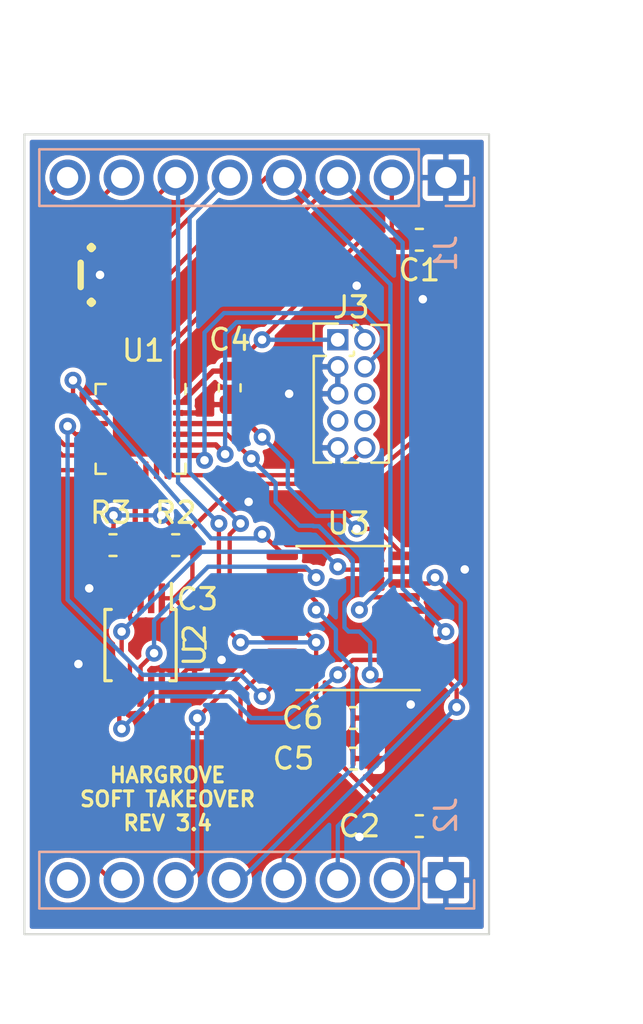
<source format=kicad_pcb>
(kicad_pcb (version 20171130) (host pcbnew "(5.1.6)-1")

  (general
    (thickness 1.6)
    (drawings 9)
    (tracks 265)
    (zones 0)
    (modules 14)
    (nets 39)
  )

  (page A4)
  (layers
    (0 F.Cu signal)
    (31 B.Cu signal)
    (32 B.Adhes user)
    (33 F.Adhes user)
    (34 B.Paste user hide)
    (35 F.Paste user)
    (36 B.SilkS user)
    (37 F.SilkS user)
    (38 B.Mask user)
    (39 F.Mask user)
    (40 Dwgs.User user)
    (41 Cmts.User user)
    (42 Eco1.User user)
    (43 Eco2.User user)
    (44 Edge.Cuts user)
    (45 Margin user)
    (46 B.CrtYd user)
    (47 F.CrtYd user)
    (48 B.Fab user)
    (49 F.Fab user)
  )

  (setup
    (last_trace_width 0.2032)
    (user_trace_width 0.2032)
    (trace_clearance 0.2)
    (zone_clearance 0.203)
    (zone_45_only no)
    (trace_min 0.2)
    (via_size 0.8)
    (via_drill 0.4)
    (via_min_size 0.4)
    (via_min_drill 0.3)
    (uvia_size 0.3)
    (uvia_drill 0.1)
    (uvias_allowed no)
    (uvia_min_size 0.2)
    (uvia_min_drill 0.1)
    (edge_width 0.05)
    (segment_width 0.2)
    (pcb_text_width 0.3)
    (pcb_text_size 1.5 1.5)
    (mod_edge_width 0.12)
    (mod_text_size 1 1)
    (mod_text_width 0.15)
    (pad_size 1.524 1.524)
    (pad_drill 0.762)
    (pad_to_mask_clearance 0.05)
    (aux_axis_origin 91.44 112.395)
    (grid_origin 92.964 99.06)
    (visible_elements 7FFFFFFF)
    (pcbplotparams
      (layerselection 0x010fc_ffffffff)
      (usegerberextensions false)
      (usegerberattributes true)
      (usegerberadvancedattributes true)
      (creategerberjobfile true)
      (excludeedgelayer true)
      (linewidth 0.100000)
      (plotframeref false)
      (viasonmask false)
      (mode 1)
      (useauxorigin false)
      (hpglpennumber 1)
      (hpglpenspeed 20)
      (hpglpendiameter 15.000000)
      (psnegative false)
      (psa4output false)
      (plotreference true)
      (plotvalue true)
      (plotinvisibletext false)
      (padsonsilk false)
      (subtractmaskfromsilk false)
      (outputformat 1)
      (mirror false)
      (drillshape 1)
      (scaleselection 1)
      (outputdirectory ""))
  )

  (net 0 "")
  (net 1 3v3)
  (net 2 GND)
  (net 3 RST)
  (net 4 IN_3)
  (net 5 IN_2)
  (net 6 IN_1)
  (net 7 IN_0)
  (net 8 SCL_EXT)
  (net 9 SDA_EXT)
  (net 10 OUT_0)
  (net 11 OUT_1)
  (net 12 OUT_2)
  (net 13 OUT_3)
  (net 14 SCL_DAC)
  (net 15 SDA_DAC)
  (net 16 SWDIO)
  (net 17 SWCLK)
  (net 18 "Net-(U1-Pad17)")
  (net 19 "Net-(U1-Pad14)")
  (net 20 SW_3)
  (net 21 SW_2)
  (net 22 "Net-(U1-Pad8)")
  (net 23 "Net-(U1-Pad7)")
  (net 24 SW_1)
  (net 25 SW_0)
  (net 26 DAC_3)
  (net 27 DAC_2)
  (net 28 DAC_1)
  (net 29 DAC_0)
  (net 30 "Net-(U2-Pad5)")
  (net 31 "Net-(U3-Pad15)")
  (net 32 LAYER_SEL)
  (net 33 "Net-(U1-Pad5)")
  (net 34 "Net-(U1-Pad6)")
  (net 35 "Net-(J2-Pad8)")
  (net 36 "Net-(J3-Pad8)")
  (net 37 "Net-(J3-Pad7)")
  (net 38 "Net-(J3-Pad6)")

  (net_class Default "This is the default net class."
    (clearance 0.2)
    (trace_width 0.25)
    (via_dia 0.8)
    (via_drill 0.4)
    (uvia_dia 0.3)
    (uvia_drill 0.1)
    (add_net 3v3)
    (add_net DAC_0)
    (add_net DAC_1)
    (add_net DAC_2)
    (add_net DAC_3)
    (add_net GND)
    (add_net IN_0)
    (add_net IN_1)
    (add_net IN_2)
    (add_net IN_3)
    (add_net LAYER_SEL)
    (add_net "Net-(J2-Pad8)")
    (add_net "Net-(J3-Pad6)")
    (add_net "Net-(J3-Pad7)")
    (add_net "Net-(J3-Pad8)")
    (add_net "Net-(U1-Pad14)")
    (add_net "Net-(U1-Pad17)")
    (add_net "Net-(U1-Pad5)")
    (add_net "Net-(U1-Pad6)")
    (add_net "Net-(U1-Pad7)")
    (add_net "Net-(U1-Pad8)")
    (add_net "Net-(U2-Pad5)")
    (add_net "Net-(U3-Pad15)")
    (add_net OUT_0)
    (add_net OUT_1)
    (add_net OUT_2)
    (add_net OUT_3)
    (add_net RST)
    (add_net SCL_DAC)
    (add_net SCL_EXT)
    (add_net SDA_DAC)
    (add_net SDA_EXT)
    (add_net SWCLK)
    (add_net SWDIO)
    (add_net SW_0)
    (add_net SW_1)
    (add_net SW_2)
    (add_net SW_3)
  )

  (module Capacitor_SMD:C_0603_1608Metric (layer F.Cu) (tedit 5B301BBE) (tstamp 5FB9D3B8)
    (at 139.8015 111.76)
    (descr "Capacitor SMD 0603 (1608 Metric), square (rectangular) end terminal, IPC_7351 nominal, (Body size source: http://www.tortai-tech.com/upload/download/2011102023233369053.pdf), generated with kicad-footprint-generator")
    (tags capacitor)
    (path /5FB831FA)
    (attr smd)
    (fp_text reference C6 (at -2.3875 0) (layer F.SilkS)
      (effects (font (size 1 1) (thickness 0.15)))
    )
    (fp_text value 10uF (at 3.3275 0) (layer F.Fab)
      (effects (font (size 1 1) (thickness 0.15)))
    )
    (fp_text user %R (at 0 0) (layer F.Fab)
      (effects (font (size 0.4 0.4) (thickness 0.06)))
    )
    (fp_line (start -0.8 0.4) (end -0.8 -0.4) (layer F.Fab) (width 0.1))
    (fp_line (start -0.8 -0.4) (end 0.8 -0.4) (layer F.Fab) (width 0.1))
    (fp_line (start 0.8 -0.4) (end 0.8 0.4) (layer F.Fab) (width 0.1))
    (fp_line (start 0.8 0.4) (end -0.8 0.4) (layer F.Fab) (width 0.1))
    (fp_line (start -0.162779 -0.51) (end 0.162779 -0.51) (layer F.SilkS) (width 0.12))
    (fp_line (start -0.162779 0.51) (end 0.162779 0.51) (layer F.SilkS) (width 0.12))
    (fp_line (start -1.48 0.73) (end -1.48 -0.73) (layer F.CrtYd) (width 0.05))
    (fp_line (start -1.48 -0.73) (end 1.48 -0.73) (layer F.CrtYd) (width 0.05))
    (fp_line (start 1.48 -0.73) (end 1.48 0.73) (layer F.CrtYd) (width 0.05))
    (fp_line (start 1.48 0.73) (end -1.48 0.73) (layer F.CrtYd) (width 0.05))
    (pad 2 smd roundrect (at 0.7875 0) (size 0.875 0.95) (layers F.Cu F.Paste F.Mask) (roundrect_rratio 0.25)
      (net 2 GND))
    (pad 1 smd roundrect (at -0.7875 0) (size 0.875 0.95) (layers F.Cu F.Paste F.Mask) (roundrect_rratio 0.25)
      (net 1 3v3))
    (model ${KISYS3DMOD}/Capacitor_SMD.3dshapes/C_0603_1608Metric.wrl
      (at (xyz 0 0 0))
      (scale (xyz 1 1 1))
      (rotate (xyz 0 0 0))
    )
  )

  (module Capacitor_SMD:C_0603_1608Metric (layer F.Cu) (tedit 5B301BBE) (tstamp 5FB84FA9)
    (at 142.9005 116.84 180)
    (descr "Capacitor SMD 0603 (1608 Metric), square (rectangular) end terminal, IPC_7351 nominal, (Body size source: http://www.tortai-tech.com/upload/download/2011102023233369053.pdf), generated with kicad-footprint-generator")
    (tags capacitor)
    (path /5FBB0CC4)
    (attr smd)
    (fp_text reference C2 (at 2.8195 0) (layer F.SilkS)
      (effects (font (size 1 1) (thickness 0.15)))
    )
    (fp_text value 0.1uF (at 0 1.43) (layer F.Fab)
      (effects (font (size 1 1) (thickness 0.15)))
    )
    (fp_text user %R (at 0 0) (layer F.Fab)
      (effects (font (size 0.4 0.4) (thickness 0.06)))
    )
    (fp_line (start -0.8 0.4) (end -0.8 -0.4) (layer F.Fab) (width 0.1))
    (fp_line (start -0.8 -0.4) (end 0.8 -0.4) (layer F.Fab) (width 0.1))
    (fp_line (start 0.8 -0.4) (end 0.8 0.4) (layer F.Fab) (width 0.1))
    (fp_line (start 0.8 0.4) (end -0.8 0.4) (layer F.Fab) (width 0.1))
    (fp_line (start -0.162779 -0.51) (end 0.162779 -0.51) (layer F.SilkS) (width 0.12))
    (fp_line (start -0.162779 0.51) (end 0.162779 0.51) (layer F.SilkS) (width 0.12))
    (fp_line (start -1.48 0.73) (end -1.48 -0.73) (layer F.CrtYd) (width 0.05))
    (fp_line (start -1.48 -0.73) (end 1.48 -0.73) (layer F.CrtYd) (width 0.05))
    (fp_line (start 1.48 -0.73) (end 1.48 0.73) (layer F.CrtYd) (width 0.05))
    (fp_line (start 1.48 0.73) (end -1.48 0.73) (layer F.CrtYd) (width 0.05))
    (pad 2 smd roundrect (at 0.7875 0 180) (size 0.875 0.95) (layers F.Cu F.Paste F.Mask) (roundrect_rratio 0.25)
      (net 1 3v3))
    (pad 1 smd roundrect (at -0.7875 0 180) (size 0.875 0.95) (layers F.Cu F.Paste F.Mask) (roundrect_rratio 0.25)
      (net 2 GND))
    (model ${KISYS3DMOD}/Capacitor_SMD.3dshapes/C_0603_1608Metric.wrl
      (at (xyz 0 0 0))
      (scale (xyz 1 1 1))
      (rotate (xyz 0 0 0))
    )
  )

  (module Capacitor_SMD:C_0603_1608Metric (layer F.Cu) (tedit 5B301BBE) (tstamp 5FB7CD41)
    (at 139.8015 113.665)
    (descr "Capacitor SMD 0603 (1608 Metric), square (rectangular) end terminal, IPC_7351 nominal, (Body size source: http://www.tortai-tech.com/upload/download/2011102023233369053.pdf), generated with kicad-footprint-generator")
    (tags capacitor)
    (path /5FB7F2F7)
    (attr smd)
    (fp_text reference C5 (at -2.8195 0) (layer F.SilkS)
      (effects (font (size 1 1) (thickness 0.15)))
    )
    (fp_text value 0.1uF (at 3.3275 0) (layer F.Fab)
      (effects (font (size 1 1) (thickness 0.15)))
    )
    (fp_text user %R (at 0 0) (layer F.Fab)
      (effects (font (size 0.4 0.4) (thickness 0.06)))
    )
    (fp_line (start -0.8 0.4) (end -0.8 -0.4) (layer F.Fab) (width 0.1))
    (fp_line (start -0.8 -0.4) (end 0.8 -0.4) (layer F.Fab) (width 0.1))
    (fp_line (start 0.8 -0.4) (end 0.8 0.4) (layer F.Fab) (width 0.1))
    (fp_line (start 0.8 0.4) (end -0.8 0.4) (layer F.Fab) (width 0.1))
    (fp_line (start -0.162779 -0.51) (end 0.162779 -0.51) (layer F.SilkS) (width 0.12))
    (fp_line (start -0.162779 0.51) (end 0.162779 0.51) (layer F.SilkS) (width 0.12))
    (fp_line (start -1.48 0.73) (end -1.48 -0.73) (layer F.CrtYd) (width 0.05))
    (fp_line (start -1.48 -0.73) (end 1.48 -0.73) (layer F.CrtYd) (width 0.05))
    (fp_line (start 1.48 -0.73) (end 1.48 0.73) (layer F.CrtYd) (width 0.05))
    (fp_line (start 1.48 0.73) (end -1.48 0.73) (layer F.CrtYd) (width 0.05))
    (pad 2 smd roundrect (at 0.7875 0) (size 0.875 0.95) (layers F.Cu F.Paste F.Mask) (roundrect_rratio 0.25)
      (net 2 GND))
    (pad 1 smd roundrect (at -0.7875 0) (size 0.875 0.95) (layers F.Cu F.Paste F.Mask) (roundrect_rratio 0.25)
      (net 1 3v3))
    (model ${KISYS3DMOD}/Capacitor_SMD.3dshapes/C_0603_1608Metric.wrl
      (at (xyz 0 0 0))
      (scale (xyz 1 1 1))
      (rotate (xyz 0 0 0))
    )
  )

  (module Capacitor_SMD:C_0603_1608Metric (layer F.Cu) (tedit 5B301BBE) (tstamp 5FB79117)
    (at 133.985 96.2405 90)
    (descr "Capacitor SMD 0603 (1608 Metric), square (rectangular) end terminal, IPC_7351 nominal, (Body size source: http://www.tortai-tech.com/upload/download/2011102023233369053.pdf), generated with kicad-footprint-generator")
    (tags capacitor)
    (path /5FAD684C)
    (attr smd)
    (fp_text reference C4 (at 2.2605 0) (layer F.SilkS)
      (effects (font (size 1 1) (thickness 0.15)))
    )
    (fp_text value 0.1uF (at -0.2795 1.524 270) (layer F.Fab)
      (effects (font (size 1 1) (thickness 0.15)))
    )
    (fp_text user %R (at 0 0 90) (layer F.Fab)
      (effects (font (size 0.4 0.4) (thickness 0.06)))
    )
    (fp_line (start -0.8 0.4) (end -0.8 -0.4) (layer F.Fab) (width 0.1))
    (fp_line (start -0.8 -0.4) (end 0.8 -0.4) (layer F.Fab) (width 0.1))
    (fp_line (start 0.8 -0.4) (end 0.8 0.4) (layer F.Fab) (width 0.1))
    (fp_line (start 0.8 0.4) (end -0.8 0.4) (layer F.Fab) (width 0.1))
    (fp_line (start -0.162779 -0.51) (end 0.162779 -0.51) (layer F.SilkS) (width 0.12))
    (fp_line (start -0.162779 0.51) (end 0.162779 0.51) (layer F.SilkS) (width 0.12))
    (fp_line (start -1.48 0.73) (end -1.48 -0.73) (layer F.CrtYd) (width 0.05))
    (fp_line (start -1.48 -0.73) (end 1.48 -0.73) (layer F.CrtYd) (width 0.05))
    (fp_line (start 1.48 -0.73) (end 1.48 0.73) (layer F.CrtYd) (width 0.05))
    (fp_line (start 1.48 0.73) (end -1.48 0.73) (layer F.CrtYd) (width 0.05))
    (pad 2 smd roundrect (at 0.7875 0 90) (size 0.875 0.95) (layers F.Cu F.Paste F.Mask) (roundrect_rratio 0.25)
      (net 1 3v3))
    (pad 1 smd roundrect (at -0.7875 0 90) (size 0.875 0.95) (layers F.Cu F.Paste F.Mask) (roundrect_rratio 0.25)
      (net 2 GND))
    (model ${KISYS3DMOD}/Capacitor_SMD.3dshapes/C_0603_1608Metric.wrl
      (at (xyz 0 0 0))
      (scale (xyz 1 1 1))
      (rotate (xyz 0 0 0))
    )
  )

  (module Capacitor_SMD:C_0603_1608Metric (layer F.Cu) (tedit 5B301BBE) (tstamp 5FB88603)
    (at 132.334 108.331 90)
    (descr "Capacitor SMD 0603 (1608 Metric), square (rectangular) end terminal, IPC_7351 nominal, (Body size source: http://www.tortai-tech.com/upload/download/2011102023233369053.pdf), generated with kicad-footprint-generator")
    (tags capacitor)
    (path /5FB47E7D)
    (attr smd)
    (fp_text reference C3 (at 2.159 0.127) (layer F.SilkS)
      (effects (font (size 1 1) (thickness 0.15)))
    )
    (fp_text value 0.1uF (at 3.683 1.651 90) (layer F.Fab)
      (effects (font (size 1 1) (thickness 0.15)))
    )
    (fp_text user %R (at 0 0 90) (layer F.Fab)
      (effects (font (size 0.4 0.4) (thickness 0.06)))
    )
    (fp_line (start -0.8 0.4) (end -0.8 -0.4) (layer F.Fab) (width 0.1))
    (fp_line (start -0.8 -0.4) (end 0.8 -0.4) (layer F.Fab) (width 0.1))
    (fp_line (start 0.8 -0.4) (end 0.8 0.4) (layer F.Fab) (width 0.1))
    (fp_line (start 0.8 0.4) (end -0.8 0.4) (layer F.Fab) (width 0.1))
    (fp_line (start -0.162779 -0.51) (end 0.162779 -0.51) (layer F.SilkS) (width 0.12))
    (fp_line (start -0.162779 0.51) (end 0.162779 0.51) (layer F.SilkS) (width 0.12))
    (fp_line (start -1.48 0.73) (end -1.48 -0.73) (layer F.CrtYd) (width 0.05))
    (fp_line (start -1.48 -0.73) (end 1.48 -0.73) (layer F.CrtYd) (width 0.05))
    (fp_line (start 1.48 -0.73) (end 1.48 0.73) (layer F.CrtYd) (width 0.05))
    (fp_line (start 1.48 0.73) (end -1.48 0.73) (layer F.CrtYd) (width 0.05))
    (pad 2 smd roundrect (at 0.7875 0 90) (size 0.875 0.95) (layers F.Cu F.Paste F.Mask) (roundrect_rratio 0.25)
      (net 1 3v3))
    (pad 1 smd roundrect (at -0.7875 0 90) (size 0.875 0.95) (layers F.Cu F.Paste F.Mask) (roundrect_rratio 0.25)
      (net 2 GND))
    (model ${KISYS3DMOD}/Capacitor_SMD.3dshapes/C_0603_1608Metric.wrl
      (at (xyz 0 0 0))
      (scale (xyz 1 1 1))
      (rotate (xyz 0 0 0))
    )
  )

  (module Capacitor_SMD:C_0603_1608Metric (layer F.Cu) (tedit 5B301BBE) (tstamp 5FB7DF49)
    (at 142.9005 89.281 180)
    (descr "Capacitor SMD 0603 (1608 Metric), square (rectangular) end terminal, IPC_7351 nominal, (Body size source: http://www.tortai-tech.com/upload/download/2011102023233369053.pdf), generated with kicad-footprint-generator")
    (tags capacitor)
    (path /5FC12197)
    (attr smd)
    (fp_text reference C1 (at 0 -1.43) (layer F.SilkS)
      (effects (font (size 1 1) (thickness 0.15)))
    )
    (fp_text value 0.1uF (at 3.7085 -0.127) (layer F.Fab)
      (effects (font (size 1 1) (thickness 0.15)))
    )
    (fp_text user %R (at 0 0) (layer F.Fab)
      (effects (font (size 0.4 0.4) (thickness 0.06)))
    )
    (fp_line (start -0.8 0.4) (end -0.8 -0.4) (layer F.Fab) (width 0.1))
    (fp_line (start -0.8 -0.4) (end 0.8 -0.4) (layer F.Fab) (width 0.1))
    (fp_line (start 0.8 -0.4) (end 0.8 0.4) (layer F.Fab) (width 0.1))
    (fp_line (start 0.8 0.4) (end -0.8 0.4) (layer F.Fab) (width 0.1))
    (fp_line (start -0.162779 -0.51) (end 0.162779 -0.51) (layer F.SilkS) (width 0.12))
    (fp_line (start -0.162779 0.51) (end 0.162779 0.51) (layer F.SilkS) (width 0.12))
    (fp_line (start -1.48 0.73) (end -1.48 -0.73) (layer F.CrtYd) (width 0.05))
    (fp_line (start -1.48 -0.73) (end 1.48 -0.73) (layer F.CrtYd) (width 0.05))
    (fp_line (start 1.48 -0.73) (end 1.48 0.73) (layer F.CrtYd) (width 0.05))
    (fp_line (start 1.48 0.73) (end -1.48 0.73) (layer F.CrtYd) (width 0.05))
    (pad 2 smd roundrect (at 0.7875 0 180) (size 0.875 0.95) (layers F.Cu F.Paste F.Mask) (roundrect_rratio 0.25)
      (net 1 3v3))
    (pad 1 smd roundrect (at -0.7875 0 180) (size 0.875 0.95) (layers F.Cu F.Paste F.Mask) (roundrect_rratio 0.25)
      (net 2 GND))
    (model ${KISYS3DMOD}/Capacitor_SMD.3dshapes/C_0603_1608Metric.wrl
      (at (xyz 0 0 0))
      (scale (xyz 1 1 1))
      (rotate (xyz 0 0 0))
    )
  )

  (module Connector_PinHeader_2.54mm:PinHeader_1x08_P2.54mm_Vertical (layer B.Cu) (tedit 59FED5CC) (tstamp 5FB87AB1)
    (at 144.145 86.36 90)
    (descr "Through hole straight pin header, 1x08, 2.54mm pitch, single row")
    (tags "Through hole pin header THT 1x08 2.54mm single row")
    (path /5FCD95F9)
    (fp_text reference J1 (at -3.556 0 90) (layer B.SilkS)
      (effects (font (size 1 1) (thickness 0.15)) (justify mirror))
    )
    (fp_text value Conn_01x08_Male (at 0 -20.11 90) (layer B.Fab)
      (effects (font (size 1 1) (thickness 0.15)) (justify mirror))
    )
    (fp_text user %R (at 0 -8.89 180) (layer B.Fab)
      (effects (font (size 1 1) (thickness 0.15)) (justify mirror))
    )
    (fp_line (start -0.635 1.27) (end 1.27 1.27) (layer B.Fab) (width 0.1))
    (fp_line (start 1.27 1.27) (end 1.27 -19.05) (layer B.Fab) (width 0.1))
    (fp_line (start 1.27 -19.05) (end -1.27 -19.05) (layer B.Fab) (width 0.1))
    (fp_line (start -1.27 -19.05) (end -1.27 0.635) (layer B.Fab) (width 0.1))
    (fp_line (start -1.27 0.635) (end -0.635 1.27) (layer B.Fab) (width 0.1))
    (fp_line (start -1.33 -19.11) (end 1.33 -19.11) (layer B.SilkS) (width 0.12))
    (fp_line (start -1.33 -1.27) (end -1.33 -19.11) (layer B.SilkS) (width 0.12))
    (fp_line (start 1.33 -1.27) (end 1.33 -19.11) (layer B.SilkS) (width 0.12))
    (fp_line (start -1.33 -1.27) (end 1.33 -1.27) (layer B.SilkS) (width 0.12))
    (fp_line (start -1.33 0) (end -1.33 1.33) (layer B.SilkS) (width 0.12))
    (fp_line (start -1.33 1.33) (end 0 1.33) (layer B.SilkS) (width 0.12))
    (fp_line (start -1.8 1.8) (end -1.8 -19.55) (layer B.CrtYd) (width 0.05))
    (fp_line (start -1.8 -19.55) (end 1.8 -19.55) (layer B.CrtYd) (width 0.05))
    (fp_line (start 1.8 -19.55) (end 1.8 1.8) (layer B.CrtYd) (width 0.05))
    (fp_line (start 1.8 1.8) (end -1.8 1.8) (layer B.CrtYd) (width 0.05))
    (pad 8 thru_hole oval (at 0 -17.78 90) (size 1.7 1.7) (drill 1) (layers *.Cu *.Mask)
      (net 8 SCL_EXT))
    (pad 7 thru_hole oval (at 0 -15.24 90) (size 1.7 1.7) (drill 1) (layers *.Cu *.Mask)
      (net 9 SDA_EXT))
    (pad 6 thru_hole oval (at 0 -12.7 90) (size 1.7 1.7) (drill 1) (layers *.Cu *.Mask)
      (net 4 IN_3))
    (pad 5 thru_hole oval (at 0 -10.16 90) (size 1.7 1.7) (drill 1) (layers *.Cu *.Mask)
      (net 5 IN_2))
    (pad 4 thru_hole oval (at 0 -7.62 90) (size 1.7 1.7) (drill 1) (layers *.Cu *.Mask)
      (net 6 IN_1))
    (pad 3 thru_hole oval (at 0 -5.08 90) (size 1.7 1.7) (drill 1) (layers *.Cu *.Mask)
      (net 7 IN_0))
    (pad 2 thru_hole oval (at 0 -2.54 90) (size 1.7 1.7) (drill 1) (layers *.Cu *.Mask)
      (net 1 3v3))
    (pad 1 thru_hole rect (at 0 0 90) (size 1.7 1.7) (drill 1) (layers *.Cu *.Mask)
      (net 2 GND))
    (model ${KISYS3DMOD}/Connector_PinHeader_2.54mm.3dshapes/PinHeader_1x08_P2.54mm_Vertical.wrl
      (at (xyz 0 0 0))
      (scale (xyz 1 1 1))
      (rotate (xyz 0 0 0))
    )
  )

  (module Package_SO:TSSOP-20_4.4x6.5mm_P0.65mm (layer F.Cu) (tedit 5E476F32) (tstamp 5FB7CCE7)
    (at 139.319 107.061 180)
    (descr "TSSOP, 20 Pin (JEDEC MO-153 Var AC https://www.jedec.org/document_search?search_api_views_fulltext=MO-153), generated with kicad-footprint-generator ipc_gullwing_generator.py")
    (tags "TSSOP SO")
    (path /5FB1BAFD)
    (attr smd)
    (fp_text reference U3 (at -0.254 4.445) (layer F.SilkS)
      (effects (font (size 1 1) (thickness 0.15)))
    )
    (fp_text value ADG734 (at 0 4.2) (layer F.Fab)
      (effects (font (size 1 1) (thickness 0.15)))
    )
    (fp_text user %R (at 0 -1.143) (layer F.Fab)
      (effects (font (size 1 1) (thickness 0.15)))
    )
    (fp_line (start 0 3.385) (end 2.2 3.385) (layer F.SilkS) (width 0.12))
    (fp_line (start 0 3.385) (end -2.2 3.385) (layer F.SilkS) (width 0.12))
    (fp_line (start 0 -3.385) (end 2.2 -3.385) (layer F.SilkS) (width 0.12))
    (fp_line (start 0 -3.385) (end -3.6 -3.385) (layer F.SilkS) (width 0.12))
    (fp_line (start -1.2 -3.25) (end 2.2 -3.25) (layer F.Fab) (width 0.1))
    (fp_line (start 2.2 -3.25) (end 2.2 3.25) (layer F.Fab) (width 0.1))
    (fp_line (start 2.2 3.25) (end -2.2 3.25) (layer F.Fab) (width 0.1))
    (fp_line (start -2.2 3.25) (end -2.2 -2.25) (layer F.Fab) (width 0.1))
    (fp_line (start -2.2 -2.25) (end -1.2 -3.25) (layer F.Fab) (width 0.1))
    (fp_line (start -3.85 -3.5) (end -3.85 3.5) (layer F.CrtYd) (width 0.05))
    (fp_line (start -3.85 3.5) (end 3.85 3.5) (layer F.CrtYd) (width 0.05))
    (fp_line (start 3.85 3.5) (end 3.85 -3.5) (layer F.CrtYd) (width 0.05))
    (fp_line (start 3.85 -3.5) (end -3.85 -3.5) (layer F.CrtYd) (width 0.05))
    (pad 20 smd roundrect (at 2.8625 -2.925 180) (size 1.475 0.4) (layers F.Cu F.Paste F.Mask) (roundrect_rratio 0.25)
      (net 20 SW_3))
    (pad 19 smd roundrect (at 2.8625 -2.275 180) (size 1.475 0.4) (layers F.Cu F.Paste F.Mask) (roundrect_rratio 0.25)
      (net 26 DAC_3))
    (pad 18 smd roundrect (at 2.8625 -1.625 180) (size 1.475 0.4) (layers F.Cu F.Paste F.Mask) (roundrect_rratio 0.25)
      (net 13 OUT_3))
    (pad 17 smd roundrect (at 2.8625 -0.975 180) (size 1.475 0.4) (layers F.Cu F.Paste F.Mask) (roundrect_rratio 0.25)
      (net 4 IN_3))
    (pad 16 smd roundrect (at 2.8625 -0.325 180) (size 1.475 0.4) (layers F.Cu F.Paste F.Mask) (roundrect_rratio 0.25)
      (net 1 3v3))
    (pad 15 smd roundrect (at 2.8625 0.325 180) (size 1.475 0.4) (layers F.Cu F.Paste F.Mask) (roundrect_rratio 0.25)
      (net 31 "Net-(U3-Pad15)"))
    (pad 14 smd roundrect (at 2.8625 0.975 180) (size 1.475 0.4) (layers F.Cu F.Paste F.Mask) (roundrect_rratio 0.25)
      (net 5 IN_2))
    (pad 13 smd roundrect (at 2.8625 1.625 180) (size 1.475 0.4) (layers F.Cu F.Paste F.Mask) (roundrect_rratio 0.25)
      (net 12 OUT_2))
    (pad 12 smd roundrect (at 2.8625 2.275 180) (size 1.475 0.4) (layers F.Cu F.Paste F.Mask) (roundrect_rratio 0.25)
      (net 27 DAC_2))
    (pad 11 smd roundrect (at 2.8625 2.925 180) (size 1.475 0.4) (layers F.Cu F.Paste F.Mask) (roundrect_rratio 0.25)
      (net 21 SW_2))
    (pad 10 smd roundrect (at -2.8625 2.925 180) (size 1.475 0.4) (layers F.Cu F.Paste F.Mask) (roundrect_rratio 0.25)
      (net 24 SW_1))
    (pad 9 smd roundrect (at -2.8625 2.275 180) (size 1.475 0.4) (layers F.Cu F.Paste F.Mask) (roundrect_rratio 0.25)
      (net 28 DAC_1))
    (pad 8 smd roundrect (at -2.8625 1.625 180) (size 1.475 0.4) (layers F.Cu F.Paste F.Mask) (roundrect_rratio 0.25)
      (net 11 OUT_1))
    (pad 7 smd roundrect (at -2.8625 0.975 180) (size 1.475 0.4) (layers F.Cu F.Paste F.Mask) (roundrect_rratio 0.25)
      (net 6 IN_1))
    (pad 6 smd roundrect (at -2.8625 0.325 180) (size 1.475 0.4) (layers F.Cu F.Paste F.Mask) (roundrect_rratio 0.25)
      (net 2 GND))
    (pad 5 smd roundrect (at -2.8625 -0.325 180) (size 1.475 0.4) (layers F.Cu F.Paste F.Mask) (roundrect_rratio 0.25)
      (net 2 GND))
    (pad 4 smd roundrect (at -2.8625 -0.975 180) (size 1.475 0.4) (layers F.Cu F.Paste F.Mask) (roundrect_rratio 0.25)
      (net 7 IN_0))
    (pad 3 smd roundrect (at -2.8625 -1.625 180) (size 1.475 0.4) (layers F.Cu F.Paste F.Mask) (roundrect_rratio 0.25)
      (net 10 OUT_0))
    (pad 2 smd roundrect (at -2.8625 -2.275 180) (size 1.475 0.4) (layers F.Cu F.Paste F.Mask) (roundrect_rratio 0.25)
      (net 29 DAC_0))
    (pad 1 smd roundrect (at -2.8625 -2.925 180) (size 1.475 0.4) (layers F.Cu F.Paste F.Mask) (roundrect_rratio 0.25)
      (net 25 SW_0))
    (model ${KISYS3DMOD}/Package_SO.3dshapes/TSSOP-20_4.4x6.5mm_P0.65mm.wrl
      (at (xyz 0 0 0))
      (scale (xyz 1 1 1))
      (rotate (xyz 0 0 0))
    )
  )

  (module Package_SO:MSOP-10_3x3mm_P0.5mm (layer F.Cu) (tedit 5A02F25C) (tstamp 5FB7AD58)
    (at 129.794 108.331 270)
    (descr "10-Lead Plastic Micro Small Outline Package (MS) [MSOP] (see Microchip Packaging Specification 00000049BS.pdf)")
    (tags "SSOP 0.5")
    (path /5FB47E6B)
    (attr smd)
    (fp_text reference U2 (at 0 -2.54 270) (layer F.SilkS)
      (effects (font (size 1 1) (thickness 0.15)))
    )
    (fp_text value MCP4728 (at 0 2.6 90) (layer F.Fab)
      (effects (font (size 1 1) (thickness 0.15)))
    )
    (fp_text user %R (at 0 0 90) (layer F.Fab)
      (effects (font (size 0.6 0.6) (thickness 0.15)))
    )
    (fp_line (start -0.5 -1.5) (end 1.5 -1.5) (layer F.Fab) (width 0.15))
    (fp_line (start 1.5 -1.5) (end 1.5 1.5) (layer F.Fab) (width 0.15))
    (fp_line (start 1.5 1.5) (end -1.5 1.5) (layer F.Fab) (width 0.15))
    (fp_line (start -1.5 1.5) (end -1.5 -0.5) (layer F.Fab) (width 0.15))
    (fp_line (start -1.5 -0.5) (end -0.5 -1.5) (layer F.Fab) (width 0.15))
    (fp_line (start -3.15 -1.85) (end -3.15 1.85) (layer F.CrtYd) (width 0.05))
    (fp_line (start 3.15 -1.85) (end 3.15 1.85) (layer F.CrtYd) (width 0.05))
    (fp_line (start -3.15 -1.85) (end 3.15 -1.85) (layer F.CrtYd) (width 0.05))
    (fp_line (start -3.15 1.85) (end 3.15 1.85) (layer F.CrtYd) (width 0.05))
    (fp_line (start -1.675 -1.675) (end -1.675 -1.45) (layer F.SilkS) (width 0.15))
    (fp_line (start 1.675 -1.675) (end 1.675 -1.375) (layer F.SilkS) (width 0.15))
    (fp_line (start 1.675 1.675) (end 1.675 1.375) (layer F.SilkS) (width 0.15))
    (fp_line (start -1.675 1.675) (end -1.675 1.375) (layer F.SilkS) (width 0.15))
    (fp_line (start -1.675 -1.675) (end 1.675 -1.675) (layer F.SilkS) (width 0.15))
    (fp_line (start -1.675 1.675) (end 1.675 1.675) (layer F.SilkS) (width 0.15))
    (fp_line (start -1.675 -1.45) (end -2.9 -1.45) (layer F.SilkS) (width 0.15))
    (pad 10 smd rect (at 2.2 -1 270) (size 1.4 0.3) (layers F.Cu F.Paste F.Mask)
      (net 2 GND))
    (pad 9 smd rect (at 2.2 -0.5 270) (size 1.4 0.3) (layers F.Cu F.Paste F.Mask)
      (net 26 DAC_3))
    (pad 8 smd rect (at 2.2 0 270) (size 1.4 0.3) (layers F.Cu F.Paste F.Mask)
      (net 27 DAC_2))
    (pad 7 smd rect (at 2.2 0.5 270) (size 1.4 0.3) (layers F.Cu F.Paste F.Mask)
      (net 28 DAC_1))
    (pad 6 smd rect (at 2.2 1 270) (size 1.4 0.3) (layers F.Cu F.Paste F.Mask)
      (net 29 DAC_0))
    (pad 5 smd rect (at -2.2 1 270) (size 1.4 0.3) (layers F.Cu F.Paste F.Mask)
      (net 30 "Net-(U2-Pad5)"))
    (pad 4 smd rect (at -2.2 0.5 270) (size 1.4 0.3) (layers F.Cu F.Paste F.Mask)
      (net 2 GND))
    (pad 3 smd rect (at -2.2 0 270) (size 1.4 0.3) (layers F.Cu F.Paste F.Mask)
      (net 15 SDA_DAC))
    (pad 2 smd rect (at -2.2 -0.5 270) (size 1.4 0.3) (layers F.Cu F.Paste F.Mask)
      (net 14 SCL_DAC))
    (pad 1 smd rect (at -2.2 -1 270) (size 1.4 0.3) (layers F.Cu F.Paste F.Mask)
      (net 1 3v3))
    (model ${KISYS3DMOD}/Package_SO.3dshapes/MSOP-10_3x3mm_P0.5mm.wrl
      (at (xyz 0 0 0))
      (scale (xyz 1 1 1))
      (rotate (xyz 0 0 0))
    )
  )

  (module Package_DFN_QFN:QFN-24-1EP_4x4mm_P0.5mm_EP2.6x2.6mm (layer F.Cu) (tedit 5DC5F6A3) (tstamp 5FB79F31)
    (at 129.794 98.171 270)
    (descr "QFN, 24 Pin (http://ww1.microchip.com/downloads/en/PackagingSpec/00000049BQ.pdf#page=278), generated with kicad-footprint-generator ipc_noLead_generator.py")
    (tags "QFN NoLead")
    (path /5FAD2176)
    (attr smd)
    (fp_text reference U1 (at -3.683 -0.127) (layer F.SilkS)
      (effects (font (size 1 1) (thickness 0.15)))
    )
    (fp_text value ATSAMD11D14A-M (at 0 3.3 90) (layer F.Fab)
      (effects (font (size 1 1) (thickness 0.15)))
    )
    (fp_text user %R (at 0 0) (layer F.Fab)
      (effects (font (size 1 1) (thickness 0.15)))
    )
    (fp_line (start 1.635 -2.11) (end 2.11 -2.11) (layer F.SilkS) (width 0.12))
    (fp_line (start 2.11 -2.11) (end 2.11 -1.635) (layer F.SilkS) (width 0.12))
    (fp_line (start -1.635 2.11) (end -2.11 2.11) (layer F.SilkS) (width 0.12))
    (fp_line (start -2.11 2.11) (end -2.11 1.635) (layer F.SilkS) (width 0.12))
    (fp_line (start 1.635 2.11) (end 2.11 2.11) (layer F.SilkS) (width 0.12))
    (fp_line (start 2.11 2.11) (end 2.11 1.635) (layer F.SilkS) (width 0.12))
    (fp_line (start -1.635 -2.11) (end -2.11 -2.11) (layer F.SilkS) (width 0.12))
    (fp_line (start -1 -2) (end 2 -2) (layer F.Fab) (width 0.1))
    (fp_line (start 2 -2) (end 2 2) (layer F.Fab) (width 0.1))
    (fp_line (start 2 2) (end -2 2) (layer F.Fab) (width 0.1))
    (fp_line (start -2 2) (end -2 -1) (layer F.Fab) (width 0.1))
    (fp_line (start -2 -1) (end -1 -2) (layer F.Fab) (width 0.1))
    (fp_line (start -2.6 -2.6) (end -2.6 2.6) (layer F.CrtYd) (width 0.05))
    (fp_line (start -2.6 2.6) (end 2.6 2.6) (layer F.CrtYd) (width 0.05))
    (fp_line (start 2.6 2.6) (end 2.6 -2.6) (layer F.CrtYd) (width 0.05))
    (fp_line (start 2.6 -2.6) (end -2.6 -2.6) (layer F.CrtYd) (width 0.05))
    (pad "" smd roundrect (at 0.65 0.65 270) (size 1.05 1.05) (layers F.Paste) (roundrect_rratio 0.238095))
    (pad "" smd roundrect (at 0.65 -0.65 270) (size 1.05 1.05) (layers F.Paste) (roundrect_rratio 0.238095))
    (pad "" smd roundrect (at -0.65 0.65 270) (size 1.05 1.05) (layers F.Paste) (roundrect_rratio 0.238095))
    (pad "" smd roundrect (at -0.65 -0.65 270) (size 1.05 1.05) (layers F.Paste) (roundrect_rratio 0.238095))
    (pad 25 smd rect (at 0 0 270) (size 2.6 2.6) (layers F.Cu F.Mask))
    (pad 24 smd roundrect (at -1.25 -1.9375 270) (size 0.25 0.825) (layers F.Cu F.Paste F.Mask) (roundrect_rratio 0.25)
      (net 1 3v3))
    (pad 23 smd roundrect (at -0.75 -1.9375 270) (size 0.25 0.825) (layers F.Cu F.Paste F.Mask) (roundrect_rratio 0.25)
      (net 2 GND))
    (pad 22 smd roundrect (at -0.25 -1.9375 270) (size 0.25 0.825) (layers F.Cu F.Paste F.Mask) (roundrect_rratio 0.25)
      (net 24 SW_1))
    (pad 21 smd roundrect (at 0.25 -1.9375 270) (size 0.25 0.825) (layers F.Cu F.Paste F.Mask) (roundrect_rratio 0.25)
      (net 25 SW_0))
    (pad 20 smd roundrect (at 0.75 -1.9375 270) (size 0.25 0.825) (layers F.Cu F.Paste F.Mask) (roundrect_rratio 0.25)
      (net 16 SWDIO))
    (pad 19 smd roundrect (at 1.25 -1.9375 270) (size 0.25 0.825) (layers F.Cu F.Paste F.Mask) (roundrect_rratio 0.25)
      (net 17 SWCLK))
    (pad 18 smd roundrect (at 1.9375 -1.25 270) (size 0.825 0.25) (layers F.Cu F.Paste F.Mask) (roundrect_rratio 0.25)
      (net 3 RST))
    (pad 17 smd roundrect (at 1.9375 -0.75 270) (size 0.825 0.25) (layers F.Cu F.Paste F.Mask) (roundrect_rratio 0.25)
      (net 18 "Net-(U1-Pad17)"))
    (pad 16 smd roundrect (at 1.9375 -0.25 270) (size 0.825 0.25) (layers F.Cu F.Paste F.Mask) (roundrect_rratio 0.25)
      (net 14 SCL_DAC))
    (pad 15 smd roundrect (at 1.9375 0.25 270) (size 0.825 0.25) (layers F.Cu F.Paste F.Mask) (roundrect_rratio 0.25)
      (net 15 SDA_DAC))
    (pad 14 smd roundrect (at 1.9375 0.75 270) (size 0.825 0.25) (layers F.Cu F.Paste F.Mask) (roundrect_rratio 0.25)
      (net 19 "Net-(U1-Pad14)"))
    (pad 13 smd roundrect (at 1.9375 1.25 270) (size 0.825 0.25) (layers F.Cu F.Paste F.Mask) (roundrect_rratio 0.25)
      (net 32 LAYER_SEL))
    (pad 12 smd roundrect (at 1.25 1.9375 270) (size 0.25 0.825) (layers F.Cu F.Paste F.Mask) (roundrect_rratio 0.25)
      (net 8 SCL_EXT))
    (pad 11 smd roundrect (at 0.75 1.9375 270) (size 0.25 0.825) (layers F.Cu F.Paste F.Mask) (roundrect_rratio 0.25)
      (net 9 SDA_EXT))
    (pad 10 smd roundrect (at 0.25 1.9375 270) (size 0.25 0.825) (layers F.Cu F.Paste F.Mask) (roundrect_rratio 0.25)
      (net 20 SW_3))
    (pad 9 smd roundrect (at -0.25 1.9375 270) (size 0.25 0.825) (layers F.Cu F.Paste F.Mask) (roundrect_rratio 0.25)
      (net 21 SW_2))
    (pad 8 smd roundrect (at -0.75 1.9375 270) (size 0.25 0.825) (layers F.Cu F.Paste F.Mask) (roundrect_rratio 0.25)
      (net 22 "Net-(U1-Pad8)"))
    (pad 7 smd roundrect (at -1.25 1.9375 270) (size 0.25 0.825) (layers F.Cu F.Paste F.Mask) (roundrect_rratio 0.25)
      (net 23 "Net-(U1-Pad7)"))
    (pad 6 smd roundrect (at -1.9375 1.25 270) (size 0.825 0.25) (layers F.Cu F.Paste F.Mask) (roundrect_rratio 0.25)
      (net 34 "Net-(U1-Pad6)"))
    (pad 5 smd roundrect (at -1.9375 0.75 270) (size 0.825 0.25) (layers F.Cu F.Paste F.Mask) (roundrect_rratio 0.25)
      (net 33 "Net-(U1-Pad5)"))
    (pad 4 smd roundrect (at -1.9375 0.25 270) (size 0.825 0.25) (layers F.Cu F.Paste F.Mask) (roundrect_rratio 0.25)
      (net 4 IN_3))
    (pad 3 smd roundrect (at -1.9375 -0.25 270) (size 0.825 0.25) (layers F.Cu F.Paste F.Mask) (roundrect_rratio 0.25)
      (net 5 IN_2))
    (pad 2 smd roundrect (at -1.9375 -0.75 270) (size 0.825 0.25) (layers F.Cu F.Paste F.Mask) (roundrect_rratio 0.25)
      (net 6 IN_1))
    (pad 1 smd roundrect (at -1.9375 -1.25 270) (size 0.825 0.25) (layers F.Cu F.Paste F.Mask) (roundrect_rratio 0.25)
      (net 7 IN_0))
    (model ${KISYS3DMOD}/Package_DFN_QFN.3dshapes/QFN-24-1EP_4x4mm_P0.5mm_EP2.6x2.6mm.wrl
      (at (xyz 0 0 0))
      (scale (xyz 1 1 1))
      (rotate (xyz 0 0 0))
    )
  )

  (module Resistor_SMD:R_0603_1608Metric (layer F.Cu) (tedit 5B301BBD) (tstamp 5FB7BB02)
    (at 128.4985 103.632)
    (descr "Resistor SMD 0603 (1608 Metric), square (rectangular) end terminal, IPC_7351 nominal, (Body size source: http://www.tortai-tech.com/upload/download/2011102023233369053.pdf), generated with kicad-footprint-generator")
    (tags resistor)
    (path /5FB47E94)
    (attr smd)
    (fp_text reference R3 (at -0.1015 -1.524) (layer F.SilkS)
      (effects (font (size 1 1) (thickness 0.15)))
    )
    (fp_text value 5k (at 2.6925 0) (layer F.Fab)
      (effects (font (size 1 1) (thickness 0.15)))
    )
    (fp_text user %R (at 0 0 90) (layer F.Fab)
      (effects (font (size 0.4 0.4) (thickness 0.06)))
    )
    (fp_line (start -0.8 0.4) (end -0.8 -0.4) (layer F.Fab) (width 0.1))
    (fp_line (start -0.8 -0.4) (end 0.8 -0.4) (layer F.Fab) (width 0.1))
    (fp_line (start 0.8 -0.4) (end 0.8 0.4) (layer F.Fab) (width 0.1))
    (fp_line (start 0.8 0.4) (end -0.8 0.4) (layer F.Fab) (width 0.1))
    (fp_line (start -0.162779 -0.51) (end 0.162779 -0.51) (layer F.SilkS) (width 0.12))
    (fp_line (start -0.162779 0.51) (end 0.162779 0.51) (layer F.SilkS) (width 0.12))
    (fp_line (start -1.48 0.73) (end -1.48 -0.73) (layer F.CrtYd) (width 0.05))
    (fp_line (start -1.48 -0.73) (end 1.48 -0.73) (layer F.CrtYd) (width 0.05))
    (fp_line (start 1.48 -0.73) (end 1.48 0.73) (layer F.CrtYd) (width 0.05))
    (fp_line (start 1.48 0.73) (end -1.48 0.73) (layer F.CrtYd) (width 0.05))
    (pad 2 smd roundrect (at 0.7875 0) (size 0.875 0.95) (layers F.Cu F.Paste F.Mask) (roundrect_rratio 0.25)
      (net 15 SDA_DAC))
    (pad 1 smd roundrect (at -0.7875 0) (size 0.875 0.95) (layers F.Cu F.Paste F.Mask) (roundrect_rratio 0.25)
      (net 1 3v3))
    (model ${KISYS3DMOD}/Resistor_SMD.3dshapes/R_0603_1608Metric.wrl
      (at (xyz 0 0 0))
      (scale (xyz 1 1 1))
      (rotate (xyz 0 0 0))
    )
  )

  (module Resistor_SMD:R_0603_1608Metric (layer F.Cu) (tedit 5B301BBD) (tstamp 5FB7B7F8)
    (at 131.445 103.632 180)
    (descr "Resistor SMD 0603 (1608 Metric), square (rectangular) end terminal, IPC_7351 nominal, (Body size source: http://www.tortai-tech.com/upload/download/2011102023233369053.pdf), generated with kicad-footprint-generator")
    (tags resistor)
    (path /5FB47E8D)
    (attr smd)
    (fp_text reference R2 (at 0 1.524) (layer F.SilkS)
      (effects (font (size 1 1) (thickness 0.15)))
    )
    (fp_text value 5k (at 2.6925 0) (layer F.Fab)
      (effects (font (size 1 1) (thickness 0.15)))
    )
    (fp_text user %R (at 0 0) (layer F.Fab)
      (effects (font (size 0.4 0.4) (thickness 0.06)))
    )
    (fp_line (start -0.8 0.4) (end -0.8 -0.4) (layer F.Fab) (width 0.1))
    (fp_line (start -0.8 -0.4) (end 0.8 -0.4) (layer F.Fab) (width 0.1))
    (fp_line (start 0.8 -0.4) (end 0.8 0.4) (layer F.Fab) (width 0.1))
    (fp_line (start 0.8 0.4) (end -0.8 0.4) (layer F.Fab) (width 0.1))
    (fp_line (start -0.162779 -0.51) (end 0.162779 -0.51) (layer F.SilkS) (width 0.12))
    (fp_line (start -0.162779 0.51) (end 0.162779 0.51) (layer F.SilkS) (width 0.12))
    (fp_line (start -1.48 0.73) (end -1.48 -0.73) (layer F.CrtYd) (width 0.05))
    (fp_line (start -1.48 -0.73) (end 1.48 -0.73) (layer F.CrtYd) (width 0.05))
    (fp_line (start 1.48 -0.73) (end 1.48 0.73) (layer F.CrtYd) (width 0.05))
    (fp_line (start 1.48 0.73) (end -1.48 0.73) (layer F.CrtYd) (width 0.05))
    (pad 2 smd roundrect (at 0.7875 0 180) (size 0.875 0.95) (layers F.Cu F.Paste F.Mask) (roundrect_rratio 0.25)
      (net 14 SCL_DAC))
    (pad 1 smd roundrect (at -0.7875 0 180) (size 0.875 0.95) (layers F.Cu F.Paste F.Mask) (roundrect_rratio 0.25)
      (net 1 3v3))
    (model ${KISYS3DMOD}/Resistor_SMD.3dshapes/R_0603_1608Metric.wrl
      (at (xyz 0 0 0))
      (scale (xyz 1 1 1))
      (rotate (xyz 0 0 0))
    )
  )

  (module Connector_PinHeader_1.27mm:PinHeader_2x05_P1.27mm_Vertical (layer F.Cu) (tedit 59FED6E3) (tstamp 5FB7CBF0)
    (at 139.065 93.98)
    (descr "Through hole straight pin header, 2x05, 1.27mm pitch, double rows")
    (tags "Through hole pin header THT 2x05 1.27mm double row")
    (path /5FE64CB5)
    (fp_text reference J3 (at 0.635 -1.524) (layer F.SilkS)
      (effects (font (size 1 1) (thickness 0.15)))
    )
    (fp_text value Conn_ARM_JTAG_SWD_10 (at -2.54 2.54 270) (layer F.Fab)
      (effects (font (size 1 1) (thickness 0.15)))
    )
    (fp_line (start 2.85 -1.15) (end -1.6 -1.15) (layer F.CrtYd) (width 0.05))
    (fp_line (start 2.85 6.25) (end 2.85 -1.15) (layer F.CrtYd) (width 0.05))
    (fp_line (start -1.6 6.25) (end 2.85 6.25) (layer F.CrtYd) (width 0.05))
    (fp_line (start -1.6 -1.15) (end -1.6 6.25) (layer F.CrtYd) (width 0.05))
    (fp_line (start -1.13 -0.76) (end 0 -0.76) (layer F.SilkS) (width 0.12))
    (fp_line (start -1.13 0) (end -1.13 -0.76) (layer F.SilkS) (width 0.12))
    (fp_line (start 1.57753 -0.695) (end 2.4 -0.695) (layer F.SilkS) (width 0.12))
    (fp_line (start 0.76 -0.695) (end 0.96247 -0.695) (layer F.SilkS) (width 0.12))
    (fp_line (start 0.76 -0.563471) (end 0.76 -0.695) (layer F.SilkS) (width 0.12))
    (fp_line (start 0.76 0.706529) (end 0.76 0.563471) (layer F.SilkS) (width 0.12))
    (fp_line (start 0.563471 0.76) (end 0.706529 0.76) (layer F.SilkS) (width 0.12))
    (fp_line (start -1.13 0.76) (end -0.563471 0.76) (layer F.SilkS) (width 0.12))
    (fp_line (start 2.4 -0.695) (end 2.4 5.775) (layer F.SilkS) (width 0.12))
    (fp_line (start -1.13 0.76) (end -1.13 5.775) (layer F.SilkS) (width 0.12))
    (fp_line (start 0.30753 5.775) (end 0.96247 5.775) (layer F.SilkS) (width 0.12))
    (fp_line (start 1.57753 5.775) (end 2.4 5.775) (layer F.SilkS) (width 0.12))
    (fp_line (start -1.13 5.775) (end -0.30753 5.775) (layer F.SilkS) (width 0.12))
    (fp_line (start -1.07 0.2175) (end -0.2175 -0.635) (layer F.Fab) (width 0.1))
    (fp_line (start -1.07 5.715) (end -1.07 0.2175) (layer F.Fab) (width 0.1))
    (fp_line (start 2.34 5.715) (end -1.07 5.715) (layer F.Fab) (width 0.1))
    (fp_line (start 2.34 -0.635) (end 2.34 5.715) (layer F.Fab) (width 0.1))
    (fp_line (start -0.2175 -0.635) (end 2.34 -0.635) (layer F.Fab) (width 0.1))
    (fp_text user %R (at 0.635 2.54 90) (layer F.Fab)
      (effects (font (size 1 1) (thickness 0.15)))
    )
    (pad 1 thru_hole rect (at 0 0) (size 1 1) (drill 0.65) (layers *.Cu *.Mask)
      (net 1 3v3))
    (pad 2 thru_hole oval (at 1.27 0) (size 1 1) (drill 0.65) (layers *.Cu *.Mask)
      (net 16 SWDIO))
    (pad 3 thru_hole oval (at 0 1.27) (size 1 1) (drill 0.65) (layers *.Cu *.Mask)
      (net 2 GND))
    (pad 4 thru_hole oval (at 1.27 1.27) (size 1 1) (drill 0.65) (layers *.Cu *.Mask)
      (net 17 SWCLK))
    (pad 5 thru_hole oval (at 0 2.54) (size 1 1) (drill 0.65) (layers *.Cu *.Mask)
      (net 2 GND))
    (pad 6 thru_hole oval (at 1.27 2.54) (size 1 1) (drill 0.65) (layers *.Cu *.Mask)
      (net 38 "Net-(J3-Pad6)"))
    (pad 7 thru_hole oval (at 0 3.81) (size 1 1) (drill 0.65) (layers *.Cu *.Mask)
      (net 37 "Net-(J3-Pad7)"))
    (pad 8 thru_hole oval (at 1.27 3.81) (size 1 1) (drill 0.65) (layers *.Cu *.Mask)
      (net 36 "Net-(J3-Pad8)"))
    (pad 9 thru_hole oval (at 0 5.08) (size 1 1) (drill 0.65) (layers *.Cu *.Mask)
      (net 2 GND))
    (pad 10 thru_hole oval (at 1.27 5.08) (size 1 1) (drill 0.65) (layers *.Cu *.Mask)
      (net 3 RST))
    (model ${KISYS3DMOD}/Connector_PinHeader_1.27mm.3dshapes/PinHeader_2x05_P1.27mm_Vertical.wrl
      (at (xyz 0 0 0))
      (scale (xyz 1 1 1))
      (rotate (xyz 0 0 0))
    )
  )

  (module Connector_PinHeader_2.54mm:PinHeader_1x08_P2.54mm_Vertical (layer B.Cu) (tedit 59FED5CC) (tstamp 5FB8A37F)
    (at 144.145 119.38 90)
    (descr "Through hole straight pin header, 1x08, 2.54mm pitch, single row")
    (tags "Through hole pin header THT 1x08 2.54mm single row")
    (path /5FCDB26E)
    (fp_text reference J2 (at 3.048 0 90) (layer B.SilkS)
      (effects (font (size 1 1) (thickness 0.15)) (justify mirror))
    )
    (fp_text value Conn_01x08_Male (at 0 -20.11 90) (layer B.Fab)
      (effects (font (size 1 1) (thickness 0.15)) (justify mirror))
    )
    (fp_text user %R (at 0 -8.89 180) (layer B.Fab)
      (effects (font (size 1 1) (thickness 0.15)) (justify mirror))
    )
    (fp_line (start -0.635 1.27) (end 1.27 1.27) (layer B.Fab) (width 0.1))
    (fp_line (start 1.27 1.27) (end 1.27 -19.05) (layer B.Fab) (width 0.1))
    (fp_line (start 1.27 -19.05) (end -1.27 -19.05) (layer B.Fab) (width 0.1))
    (fp_line (start -1.27 -19.05) (end -1.27 0.635) (layer B.Fab) (width 0.1))
    (fp_line (start -1.27 0.635) (end -0.635 1.27) (layer B.Fab) (width 0.1))
    (fp_line (start -1.33 -19.11) (end 1.33 -19.11) (layer B.SilkS) (width 0.12))
    (fp_line (start -1.33 -1.27) (end -1.33 -19.11) (layer B.SilkS) (width 0.12))
    (fp_line (start 1.33 -1.27) (end 1.33 -19.11) (layer B.SilkS) (width 0.12))
    (fp_line (start -1.33 -1.27) (end 1.33 -1.27) (layer B.SilkS) (width 0.12))
    (fp_line (start -1.33 0) (end -1.33 1.33) (layer B.SilkS) (width 0.12))
    (fp_line (start -1.33 1.33) (end 0 1.33) (layer B.SilkS) (width 0.12))
    (fp_line (start -1.8 1.8) (end -1.8 -19.55) (layer B.CrtYd) (width 0.05))
    (fp_line (start -1.8 -19.55) (end 1.8 -19.55) (layer B.CrtYd) (width 0.05))
    (fp_line (start 1.8 -19.55) (end 1.8 1.8) (layer B.CrtYd) (width 0.05))
    (fp_line (start 1.8 1.8) (end -1.8 1.8) (layer B.CrtYd) (width 0.05))
    (pad 8 thru_hole oval (at 0 -17.78 90) (size 1.7 1.7) (drill 1) (layers *.Cu *.Mask)
      (net 35 "Net-(J2-Pad8)"))
    (pad 7 thru_hole oval (at 0 -15.24 90) (size 1.7 1.7) (drill 1) (layers *.Cu *.Mask)
      (net 32 LAYER_SEL))
    (pad 6 thru_hole oval (at 0 -12.7 90) (size 1.7 1.7) (drill 1) (layers *.Cu *.Mask)
      (net 13 OUT_3))
    (pad 5 thru_hole oval (at 0 -10.16 90) (size 1.7 1.7) (drill 1) (layers *.Cu *.Mask)
      (net 12 OUT_2))
    (pad 4 thru_hole oval (at 0 -7.62 90) (size 1.7 1.7) (drill 1) (layers *.Cu *.Mask)
      (net 11 OUT_1))
    (pad 3 thru_hole oval (at 0 -5.08 90) (size 1.7 1.7) (drill 1) (layers *.Cu *.Mask)
      (net 10 OUT_0))
    (pad 2 thru_hole oval (at 0 -2.54 90) (size 1.7 1.7) (drill 1) (layers *.Cu *.Mask)
      (net 1 3v3))
    (pad 1 thru_hole rect (at 0 0 90) (size 1.7 1.7) (drill 1) (layers *.Cu *.Mask)
      (net 2 GND))
    (model ${KISYS3DMOD}/Connector_PinHeader_2.54mm.3dshapes/PinHeader_1x08_P2.54mm_Vertical.wrl
      (at (xyz 0 0 0))
      (scale (xyz 1 1 1))
      (rotate (xyz 0 0 0))
    )
  )

  (dimension 21.844 (width 0.15) (layer Dwgs.User)
    (gr_text "21.844 mm" (at 135.255 78.71) (layer Dwgs.User)
      (effects (font (size 1 1) (thickness 0.15)))
    )
    (feature1 (pts (xy 146.177 84.328) (xy 146.177 79.423579)))
    (feature2 (pts (xy 124.333 84.328) (xy 124.333 79.423579)))
    (crossbar (pts (xy 124.333 80.01) (xy 146.177 80.01)))
    (arrow1a (pts (xy 146.177 80.01) (xy 145.050496 80.596421)))
    (arrow1b (pts (xy 146.177 80.01) (xy 145.050496 79.423579)))
    (arrow2a (pts (xy 124.333 80.01) (xy 125.459504 80.596421)))
    (arrow2b (pts (xy 124.333 80.01) (xy 125.459504 79.423579)))
  )
  (dimension 33.02 (width 0.15) (layer Dwgs.User)
    (gr_text "33.020 mm" (at 149.508999 102.87 -90) (layer Dwgs.User)
      (effects (font (size 1 1) (thickness 0.15)))
    )
    (feature1 (pts (xy 144.145 119.38) (xy 148.79542 119.38)))
    (feature2 (pts (xy 144.145 86.36) (xy 148.79542 86.36)))
    (crossbar (pts (xy 148.208999 86.36) (xy 148.208999 119.38)))
    (arrow1a (pts (xy 148.208999 119.38) (xy 148.79542 118.253496)))
    (arrow1b (pts (xy 148.208999 119.38) (xy 147.622578 118.253496)))
    (arrow2a (pts (xy 148.208999 86.36) (xy 148.79542 87.486504)))
    (arrow2b (pts (xy 148.208999 86.36) (xy 147.622578 87.486504)))
  )
  (dimension 37.592 (width 0.15) (layer Dwgs.User)
    (gr_text "37.592 mm" (at 152.049 103.124 -90) (layer Dwgs.User)
      (effects (font (size 1 1) (thickness 0.15)))
    )
    (feature1 (pts (xy 146.177 84.328) (xy 151.335421 84.328)))
    (feature2 (pts (xy 146.177 121.92) (xy 151.335421 121.92)))
    (crossbar (pts (xy 150.749 121.92) (xy 150.749 84.328)))
    (arrow1a (pts (xy 150.749 84.328) (xy 150.162579 85.454504)))
    (arrow1b (pts (xy 150.749 84.328) (xy 151.335421 85.454504)))
    (arrow2a (pts (xy 150.749 121.92) (xy 150.162579 120.793496)))
    (arrow2b (pts (xy 150.749 121.92) (xy 151.335421 120.793496)))
  )
  (gr_text ".-.\n" (at 126.873 90.932 90) (layer F.SilkS)
    (effects (font (size 1.5 1.5) (thickness 0.3)))
  )
  (gr_text "HARGROVE\nSOFT TAKEOVER\nREV 3.4" (at 131.064 115.57) (layer F.SilkS)
    (effects (font (size 0.7 0.7) (thickness 0.15)))
  )
  (gr_line (start 146.177 121.92) (end 124.333 121.92) (layer Edge.Cuts) (width 0.1))
  (gr_line (start 146.177 84.328) (end 146.177 121.92) (layer Edge.Cuts) (width 0.1))
  (gr_line (start 124.333 84.328) (end 146.177 84.328) (layer Edge.Cuts) (width 0.1))
  (gr_line (start 124.333 121.92) (end 124.333 84.328) (layer Edge.Cuts) (width 0.1))

  (segment (start 133.985 95.453) (end 133.1995 95.453) (width 0.25) (layer F.Cu) (net 1))
  (segment (start 133.1995 95.453) (end 131.7315 96.921) (width 0.25) (layer F.Cu) (net 1))
  (via (at 138.049 108.204) (size 0.8) (drill 0.4) (layers F.Cu B.Cu) (net 1))
  (via (at 134.493 108.204) (size 0.8) (drill 0.4) (layers F.Cu B.Cu) (net 1))
  (segment (start 132.334 107.5435) (end 133.8325 107.5435) (width 0.2032) (layer F.Cu) (net 1))
  (segment (start 133.8325 107.5435) (end 134.493 108.204) (width 0.2032) (layer F.Cu) (net 1))
  (segment (start 134.493 108.204) (end 138.049 108.204) (width 0.2032) (layer B.Cu) (net 1))
  (segment (start 132.334 107.106) (end 131.359 106.131) (width 0.2032) (layer F.Cu) (net 1))
  (segment (start 131.359 106.131) (end 130.794 106.131) (width 0.2032) (layer F.Cu) (net 1))
  (segment (start 132.334 107.5435) (end 132.334 107.106) (width 0.2032) (layer F.Cu) (net 1))
  (segment (start 132.2325 105.2575) (end 131.359 106.131) (width 0.2032) (layer F.Cu) (net 1))
  (segment (start 132.2325 103.632) (end 132.2325 105.2575) (width 0.2032) (layer F.Cu) (net 1))
  (segment (start 133.985 95.453) (end 134.036 95.453) (width 0.2032) (layer F.Cu) (net 1))
  (segment (start 141.605 88.773) (end 142.113 89.281) (width 0.2032) (layer F.Cu) (net 1))
  (segment (start 141.605 86.36) (end 141.605 88.773) (width 0.2032) (layer F.Cu) (net 1))
  (segment (start 142.113 89.281) (end 140.157 89.281) (width 0.2032) (layer F.Cu) (net 1))
  (via (at 135.509 93.98) (size 0.8) (drill 0.4) (layers F.Cu B.Cu) (net 1))
  (segment (start 135.4835 93.9545) (end 133.985 95.453) (width 0.2032) (layer F.Cu) (net 1))
  (segment (start 135.4835 93.9545) (end 135.509 93.98) (width 0.2032) (layer F.Cu) (net 1))
  (segment (start 140.157 89.281) (end 135.4835 93.9545) (width 0.2032) (layer F.Cu) (net 1))
  (segment (start 142.113 119.38) (end 141.605 119.888) (width 0.2032) (layer F.Cu) (net 1))
  (segment (start 136.4565 107.386) (end 137.231 107.386) (width 0.2032) (layer F.Cu) (net 1))
  (segment (start 137.231 107.386) (end 138.049 108.204) (width 0.2032) (layer F.Cu) (net 1))
  (segment (start 135.509 93.98) (end 139.065 93.98) (width 0.2032) (layer B.Cu) (net 1))
  (segment (start 142.113 118.872) (end 141.605 119.38) (width 0.2032) (layer F.Cu) (net 1))
  (segment (start 142.113 116.84) (end 142.113 118.872) (width 0.2032) (layer F.Cu) (net 1))
  (segment (start 132.2325 103.632) (end 132.166 103.632) (width 0.2032) (layer F.Cu) (net 1))
  (via (at 130.769 102.235) (size 0.8) (drill 0.4) (layers F.Cu B.Cu) (net 1))
  (segment (start 132.166 103.632) (end 130.769 102.235) (width 0.2032) (layer F.Cu) (net 1))
  (via (at 128.524 102.235) (size 0.8) (drill 0.4) (layers F.Cu B.Cu) (net 1))
  (segment (start 130.769 102.235) (end 128.524 102.235) (width 0.2032) (layer B.Cu) (net 1))
  (segment (start 128.524 102.819) (end 127.711 103.632) (width 0.2032) (layer F.Cu) (net 1))
  (segment (start 128.524 102.235) (end 128.524 102.819) (width 0.2032) (layer F.Cu) (net 1))
  (segment (start 143.764 90.805) (end 142.113 89.281) (width 0.2032) (layer F.Cu) (net 1))
  (segment (start 132.2325 103.632) (end 132.2325 102.82213) (width 0.2032) (layer F.Cu) (net 1))
  (segment (start 132.2325 102.82213) (end 134.303819 100.750811) (width 0.2032) (layer F.Cu) (net 1))
  (segment (start 140.168189 100.750811) (end 143.764 97.79) (width 0.2032) (layer F.Cu) (net 1))
  (segment (start 134.303819 100.750811) (end 140.168189 100.750811) (width 0.2032) (layer F.Cu) (net 1))
  (segment (start 143.764 97.79) (end 143.764 90.805) (width 0.2032) (layer F.Cu) (net 1))
  (segment (start 138.049 110.795) (end 139.014 111.76) (width 0.2032) (layer F.Cu) (net 1))
  (segment (start 138.049 108.204) (end 138.049 110.795) (width 0.2032) (layer F.Cu) (net 1))
  (segment (start 139.014 111.76) (end 139.014 113.665) (width 0.2032) (layer F.Cu) (net 1))
  (segment (start 139.014 113.741) (end 142.113 116.84) (width 0.2032) (layer F.Cu) (net 1))
  (segment (start 139.014 113.665) (end 139.014 113.741) (width 0.2032) (layer F.Cu) (net 1))
  (via (at 140.081 117.348) (size 0.8) (drill 0.4) (layers F.Cu B.Cu) (net 2))
  (segment (start 130.9215 110.531) (end 132.334 109.1185) (width 0.2032) (layer F.Cu) (net 2))
  (segment (start 130.794 110.531) (end 130.9215 110.531) (width 0.2032) (layer F.Cu) (net 2))
  (segment (start 131.859 109.1185) (end 130.4365 107.696) (width 0.2032) (layer F.Cu) (net 2))
  (segment (start 132.334 109.1185) (end 131.859 109.1185) (width 0.2032) (layer F.Cu) (net 2))
  (segment (start 129.966118 107.696) (end 129.294 107.023882) (width 0.2032) (layer F.Cu) (net 2))
  (segment (start 129.294 107.023882) (end 129.294 106.131) (width 0.2032) (layer F.Cu) (net 2))
  (segment (start 130.4365 107.696) (end 129.966118 107.696) (width 0.2032) (layer F.Cu) (net 2))
  (via (at 127.889 90.932) (size 0.8) (drill 0.4) (layers F.Cu B.Cu) (net 2))
  (via (at 127.381 105.664) (size 0.8) (drill 0.4) (layers F.Cu B.Cu) (net 2))
  (via (at 126.873 109.22) (size 0.8) (drill 0.4) (layers F.Cu B.Cu) (net 2))
  (via (at 136.779 96.52) (size 0.8) (drill 0.4) (layers F.Cu B.Cu) (net 2))
  (via (at 143.0624 92.075) (size 0.8) (drill 0.4) (layers F.Cu B.Cu) (net 2))
  (via (at 139.954 91.44) (size 0.8) (drill 0.4) (layers F.Cu B.Cu) (net 2))
  (segment (start 142.1815 107.386) (end 142.1815 106.736) (width 0.2032) (layer F.Cu) (net 2))
  (segment (start 142.1815 106.736) (end 144.343 106.736) (width 0.2032) (layer F.Cu) (net 2))
  (via (at 145.034 104.775) (size 0.8) (drill 0.4) (layers F.Cu B.Cu) (net 2))
  (segment (start 144.343 106.736) (end 145.034 106.045) (width 0.2032) (layer F.Cu) (net 2))
  (segment (start 145.034 106.045) (end 145.034 104.775) (width 0.2032) (layer F.Cu) (net 2))
  (via (at 133.604 109.0264) (size 0.8) (drill 0.4) (layers F.Cu B.Cu) (net 2))
  (segment (start 132.334 109.1185) (end 133.5119 109.1185) (width 0.2032) (layer F.Cu) (net 2))
  (segment (start 133.5119 109.1185) (end 133.604 109.0264) (width 0.2032) (layer F.Cu) (net 2))
  (via (at 142.494 111.125) (size 0.8) (drill 0.4) (layers F.Cu B.Cu) (net 2))
  (via (at 134.874 101.6) (size 0.8) (drill 0.4) (layers F.Cu B.Cu) (net 2))
  (segment (start 144.145 86.36) (end 144.181431 86.396431) (width 0.2032) (layer F.Cu) (net 2))
  (segment (start 131.283101 100.347601) (end 139.047399 100.347601) (width 0.2032) (layer F.Cu) (net 3))
  (segment (start 131.044 100.1085) (end 131.283101 100.347601) (width 0.2032) (layer F.Cu) (net 3))
  (segment (start 139.047399 100.347601) (end 140.335 99.06) (width 0.2032) (layer F.Cu) (net 3))
  (via (at 133.477 102.616) (size 0.8) (drill 0.4) (layers F.Cu B.Cu) (net 4))
  (segment (start 131.557001 100.696001) (end 133.477 102.616) (width 0.2032) (layer B.Cu) (net 4))
  (segment (start 135.719 108.036) (end 136.4565 108.036) (width 0.2032) (layer F.Cu) (net 4))
  (segment (start 133.477 102.616) (end 133.477 105.794) (width 0.2032) (layer F.Cu) (net 4))
  (segment (start 133.477 105.794) (end 135.719 108.036) (width 0.2032) (layer F.Cu) (net 4))
  (segment (start 131.557001 86.472001) (end 131.445 86.36) (width 0.2032) (layer B.Cu) (net 4))
  (segment (start 131.557001 100.696001) (end 131.557001 86.472001) (width 0.2032) (layer B.Cu) (net 4))
  (segment (start 129.544 88.261) (end 131.445 86.36) (width 0.2032) (layer F.Cu) (net 4))
  (segment (start 129.544 96.2335) (end 129.544 88.261) (width 0.2032) (layer F.Cu) (net 4))
  (segment (start 130.044 90.301) (end 133.985 86.36) (width 0.2032) (layer F.Cu) (net 5))
  (segment (start 130.044 96.2335) (end 130.044 90.301) (width 0.2032) (layer F.Cu) (net 5))
  (via (at 134.493 102.616) (size 0.8) (drill 0.4) (layers F.Cu B.Cu) (net 5))
  (segment (start 132.099357 89.218643) (end 132.099357 88.245643) (width 0.2032) (layer B.Cu) (net 5))
  (segment (start 132.099357 88.245643) (end 133.985 86.36) (width 0.2032) (layer B.Cu) (net 5))
  (segment (start 132.099357 89.218643) (end 132.099357 100.222357) (width 0.2032) (layer B.Cu) (net 5))
  (segment (start 132.099357 100.222357) (end 134.493 102.616) (width 0.2032) (layer B.Cu) (net 5))
  (segment (start 133.985 105.664) (end 134.407 106.086) (width 0.2032) (layer F.Cu) (net 5))
  (segment (start 133.985 103.124) (end 133.985 105.664) (width 0.2032) (layer F.Cu) (net 5))
  (segment (start 134.493 102.616) (end 133.985 103.124) (width 0.2032) (layer F.Cu) (net 5))
  (segment (start 134.407 106.086) (end 136.4565 106.086) (width 0.2032) (layer F.Cu) (net 5))
  (via (at 140.081 106.68) (size 0.8) (drill 0.4) (layers F.Cu B.Cu) (net 6))
  (segment (start 140.675 106.086) (end 142.1815 106.086) (width 0.2032) (layer F.Cu) (net 6))
  (segment (start 140.081 106.68) (end 140.675 106.086) (width 0.2032) (layer F.Cu) (net 6))
  (segment (start 141.539811 105.221189) (end 140.081 106.68) (width 0.2032) (layer B.Cu) (net 6))
  (segment (start 141.539811 91.374811) (end 141.539811 105.221189) (width 0.2032) (layer B.Cu) (net 6))
  (segment (start 136.525 86.36) (end 141.539811 91.374811) (width 0.2032) (layer B.Cu) (net 6))
  (segment (start 135.68937 86.36) (end 136.525 86.36) (width 0.2032) (layer F.Cu) (net 6))
  (segment (start 130.544 91.50537) (end 135.68937 86.36) (width 0.2032) (layer F.Cu) (net 6))
  (segment (start 130.544 96.2335) (end 130.544 91.50537) (width 0.2032) (layer F.Cu) (net 6))
  (segment (start 131.044 94.381) (end 139.065 86.36) (width 0.2032) (layer F.Cu) (net 7))
  (segment (start 131.044 96.2335) (end 131.044 94.381) (width 0.2032) (layer F.Cu) (net 7))
  (segment (start 142.1815 108.036) (end 143.805 108.036) (width 0.2032) (layer F.Cu) (net 7))
  (via (at 144.145 107.696) (size 0.8) (drill 0.4) (layers F.Cu B.Cu) (net 7))
  (segment (start 143.805 108.036) (end 144.145 107.696) (width 0.2032) (layer F.Cu) (net 7))
  (segment (start 144.145 107.696) (end 142.113 105.664) (width 0.2032) (layer B.Cu) (net 7))
  (segment (start 142.113 89.408) (end 139.065 86.36) (width 0.2032) (layer B.Cu) (net 7))
  (segment (start 142.113 105.664) (end 142.113 89.408) (width 0.2032) (layer B.Cu) (net 7))
  (segment (start 125.260189 87.464811) (end 126.365 86.36) (width 0.2032) (layer F.Cu) (net 8))
  (segment (start 125.260189 98.547784) (end 125.260189 87.464811) (width 0.2032) (layer F.Cu) (net 8))
  (segment (start 126.133406 99.421) (end 125.260189 98.547784) (width 0.2032) (layer F.Cu) (net 8))
  (segment (start 127.8565 99.421) (end 126.133406 99.421) (width 0.2032) (layer F.Cu) (net 8))
  (segment (start 129.359 86.371) (end 129.544 86.556) (width 0.25) (layer F.Cu) (net 9))
  (segment (start 125.663399 89.601601) (end 128.905 86.36) (width 0.2032) (layer F.Cu) (net 9))
  (segment (start 125.663399 98.380769) (end 125.663399 89.601601) (width 0.2032) (layer F.Cu) (net 9))
  (segment (start 126.20363 98.921) (end 125.663399 98.380769) (width 0.2032) (layer F.Cu) (net 9))
  (segment (start 127.8565 98.921) (end 126.20363 98.921) (width 0.2032) (layer F.Cu) (net 9))
  (segment (start 144.653 111.252) (end 144.653 110.42) (width 0.2032) (layer F.Cu) (net 10))
  (via (at 144.653 111.252) (size 0.8) (drill 0.4) (layers F.Cu B.Cu) (net 10))
  (segment (start 142.919 108.686) (end 142.1815 108.686) (width 0.2032) (layer F.Cu) (net 10))
  (segment (start 144.653 110.42) (end 142.919 108.686) (width 0.2032) (layer F.Cu) (net 10))
  (segment (start 139.065 119.888) (end 139.065 116.84) (width 0.2032) (layer B.Cu) (net 10))
  (segment (start 139.065 116.84) (end 144.653 111.252) (width 0.2032) (layer B.Cu) (net 10))
  (via (at 143.637 105.156) (size 0.8) (drill 0.4) (layers F.Cu B.Cu) (net 11))
  (segment (start 142.1815 105.436) (end 143.357 105.436) (width 0.2032) (layer F.Cu) (net 11))
  (segment (start 143.357 105.436) (end 143.637 105.156) (width 0.2032) (layer F.Cu) (net 11))
  (segment (start 136.525 118.34163) (end 136.525 119.888) (width 0.2032) (layer B.Cu) (net 11))
  (segment (start 144.846601 110.020029) (end 136.525 118.34163) (width 0.2032) (layer B.Cu) (net 11))
  (segment (start 144.846601 106.365601) (end 144.846601 110.020029) (width 0.2032) (layer B.Cu) (net 11))
  (segment (start 143.637 105.156) (end 144.846601 106.365601) (width 0.2032) (layer B.Cu) (net 11))
  (segment (start 138.049 106.291) (end 138.049 106.68) (width 0.2032) (layer F.Cu) (net 12))
  (via (at 138.049 106.68) (size 0.8) (drill 0.4) (layers F.Cu B.Cu) (net 12))
  (segment (start 139.766601 114.106399) (end 133.985 119.888) (width 0.2032) (layer B.Cu) (net 12))
  (segment (start 139.766601 109.391231) (end 139.766601 114.106399) (width 0.2032) (layer B.Cu) (net 12))
  (segment (start 138.976189 108.600819) (end 139.766601 109.391231) (width 0.2032) (layer B.Cu) (net 12))
  (segment (start 138.976189 107.607189) (end 138.976189 108.600819) (width 0.2032) (layer B.Cu) (net 12))
  (segment (start 138.049 106.68) (end 138.976189 107.607189) (width 0.2032) (layer B.Cu) (net 12))
  (segment (start 136.4565 105.436) (end 137.194 105.436) (width 0.2032) (layer F.Cu) (net 12))
  (segment (start 137.194 105.436) (end 138.049 106.291) (width 0.2032) (layer F.Cu) (net 12))
  (via (at 132.461 111.76) (size 0.8) (drill 0.4) (layers F.Cu B.Cu) (net 13))
  (segment (start 135.535 108.686) (end 132.461 111.76) (width 0.2032) (layer F.Cu) (net 13))
  (segment (start 136.4565 108.686) (end 135.535 108.686) (width 0.2032) (layer F.Cu) (net 13))
  (segment (start 132.461 118.872) (end 131.445 119.888) (width 0.2032) (layer B.Cu) (net 13))
  (segment (start 132.461 111.76) (end 132.461 118.872) (width 0.2032) (layer B.Cu) (net 13))
  (segment (start 130.044 103.0185) (end 130.6575 103.632) (width 0.25) (layer F.Cu) (net 14))
  (segment (start 130.044 100.1085) (end 130.044 103.0185) (width 0.25) (layer F.Cu) (net 14))
  (segment (start 130.294 103.9955) (end 130.294 106.131) (width 0.25) (layer F.Cu) (net 14))
  (segment (start 130.6575 103.632) (end 130.294 103.9955) (width 0.25) (layer F.Cu) (net 14))
  (segment (start 129.544 103.374) (end 129.286 103.632) (width 0.25) (layer F.Cu) (net 15))
  (segment (start 129.544 100.1085) (end 129.544 103.374) (width 0.25) (layer F.Cu) (net 15))
  (segment (start 129.794 104.14) (end 129.794 106.131) (width 0.25) (layer F.Cu) (net 15))
  (segment (start 129.286 103.632) (end 129.794 104.14) (width 0.25) (layer F.Cu) (net 15))
  (via (at 133.769263 99.361569) (size 0.8) (drill 0.4) (layers F.Cu B.Cu) (net 16))
  (segment (start 133.328694 98.921) (end 133.769263 99.361569) (width 0.25) (layer F.Cu) (net 16))
  (segment (start 131.7315 98.921) (end 133.328694 98.921) (width 0.25) (layer F.Cu) (net 16))
  (segment (start 133.769263 99.361569) (end 133.769263 93.687737) (width 0.2032) (layer B.Cu) (net 16))
  (segment (start 134.302001 93.154999) (end 139.825001 93.154999) (width 0.2032) (layer B.Cu) (net 16))
  (segment (start 133.769263 93.687737) (end 134.302001 93.154999) (width 0.2032) (layer B.Cu) (net 16))
  (segment (start 140.335 93.664998) (end 140.335 93.98) (width 0.2032) (layer B.Cu) (net 16))
  (segment (start 139.825001 93.154999) (end 140.335 93.664998) (width 0.2032) (layer B.Cu) (net 16))
  (via (at 132.800958 99.646) (size 0.8) (drill 0.4) (layers F.Cu B.Cu) (net 17))
  (segment (start 132.575958 99.421) (end 132.800958 99.646) (width 0.25) (layer F.Cu) (net 17))
  (segment (start 131.7315 99.421) (end 132.575958 99.421) (width 0.25) (layer F.Cu) (net 17))
  (segment (start 132.800958 93.640042) (end 133.712611 92.728389) (width 0.2032) (layer B.Cu) (net 17))
  (segment (start 132.800958 99.646) (end 132.800958 93.640042) (width 0.2032) (layer B.Cu) (net 17))
  (segment (start 141.136601 94.448399) (end 140.335 95.25) (width 0.2032) (layer B.Cu) (net 17))
  (segment (start 133.712611 92.728389) (end 140.269759 92.728389) (width 0.2032) (layer B.Cu) (net 17))
  (segment (start 140.269759 92.728389) (end 141.136601 93.595231) (width 0.2032) (layer B.Cu) (net 17))
  (segment (start 141.136601 93.595231) (end 141.136601 94.448399) (width 0.2032) (layer B.Cu) (net 17))
  (via (at 126.365 98.044) (size 0.8) (drill 0.4) (layers F.Cu B.Cu) (net 20))
  (segment (start 127.8565 98.421) (end 126.742 98.421) (width 0.2032) (layer F.Cu) (net 20))
  (segment (start 126.742 98.421) (end 126.365 98.044) (width 0.2032) (layer F.Cu) (net 20))
  (segment (start 129.89863 109.728) (end 126.365 106.19437) (width 0.2032) (layer B.Cu) (net 20))
  (segment (start 126.365 106.19437) (end 126.365 98.044) (width 0.2032) (layer B.Cu) (net 20))
  (via (at 135.509 110.744) (size 0.8) (drill 0.4) (layers F.Cu B.Cu) (net 20))
  (segment (start 136.4565 109.986) (end 136.267 109.986) (width 0.2032) (layer F.Cu) (net 20))
  (segment (start 136.267 109.986) (end 135.509 110.744) (width 0.2032) (layer F.Cu) (net 20))
  (segment (start 134.493 109.728) (end 129.89863 109.728) (width 0.2032) (layer B.Cu) (net 20))
  (segment (start 135.509 110.744) (end 134.493 109.728) (width 0.2032) (layer B.Cu) (net 20))
  (segment (start 136.525 104.0675) (end 136.4565 104.136) (width 0.2032) (layer F.Cu) (net 21))
  (via (at 135.509 103.124) (size 0.8) (drill 0.4) (layers F.Cu B.Cu) (net 21))
  (segment (start 135.509 103.124) (end 136.525 104.0675) (width 0.2032) (layer F.Cu) (net 21))
  (segment (start 135.315399 103.317601) (end 135.509 103.124) (width 0.2032) (layer B.Cu) (net 21))
  (segment (start 133.107518 103.317601) (end 135.315399 103.317601) (width 0.2032) (layer B.Cu) (net 21))
  (via (at 126.619 95.885) (size 0.8) (drill 0.4) (layers F.Cu B.Cu) (net 21))
  (segment (start 126.619 95.885) (end 133.107518 103.317601) (width 0.2032) (layer B.Cu) (net 21))
  (segment (start 127.42907 97.921) (end 127.8565 97.921) (width 0.2032) (layer F.Cu) (net 21))
  (segment (start 126.619 97.11093) (end 127.42907 97.921) (width 0.2032) (layer F.Cu) (net 21))
  (segment (start 126.619 95.885) (end 126.619 97.11093) (width 0.2032) (layer F.Cu) (net 21))
  (segment (start 131.7315 97.921) (end 134.878 97.921) (width 0.25) (layer F.Cu) (net 24))
  (via (at 135.509 98.552) (size 0.8) (drill 0.4) (layers F.Cu B.Cu) (net 24))
  (segment (start 134.878 97.921) (end 135.509 98.552) (width 0.25) (layer F.Cu) (net 24))
  (via (at 139.954 102.87) (size 0.8) (drill 0.4) (layers F.Cu B.Cu) (net 24))
  (segment (start 138.070896 102.256896) (end 139.297104 102.256896) (width 0.2032) (layer B.Cu) (net 24))
  (segment (start 139.297104 102.256896) (end 139.954 102.87) (width 0.2032) (layer B.Cu) (net 24))
  (segment (start 136.7155 100.9015) (end 138.070896 102.256896) (width 0.2032) (layer B.Cu) (net 24))
  (segment (start 136.7155 99.7585) (end 136.7155 100.9015) (width 0.2032) (layer B.Cu) (net 24))
  (segment (start 135.509 98.552) (end 136.7155 99.7585) (width 0.2032) (layer B.Cu) (net 24))
  (segment (start 140.9155 102.87) (end 142.1815 104.136) (width 0.2032) (layer F.Cu) (net 24))
  (segment (start 139.954 102.87) (end 140.9155 102.87) (width 0.2032) (layer F.Cu) (net 24))
  (via (at 135.001 99.568) (size 0.8) (drill 0.4) (layers F.Cu B.Cu) (net 25))
  (segment (start 131.7315 98.421) (end 133.854 98.421) (width 0.2032) (layer F.Cu) (net 25))
  (segment (start 133.854 98.421) (end 135.001 99.568) (width 0.2032) (layer F.Cu) (net 25))
  (via (at 140.589 109.728) (size 0.8) (drill 0.4) (layers F.Cu B.Cu) (net 25))
  (segment (start 140.847 109.986) (end 142.1815 109.986) (width 0.2032) (layer F.Cu) (net 25))
  (segment (start 140.589 109.728) (end 140.847 109.986) (width 0.2032) (layer F.Cu) (net 25))
  (segment (start 140.081 107.696) (end 140.589 108.204) (width 0.2032) (layer B.Cu) (net 25))
  (segment (start 137.89963 102.72063) (end 137.922 102.743) (width 0.2032) (layer B.Cu) (net 25))
  (segment (start 135.001 99.568) (end 136.144 100.711) (width 0.2032) (layer B.Cu) (net 25))
  (segment (start 137.922 102.743) (end 138.176 102.743) (width 0.2032) (layer B.Cu) (net 25))
  (segment (start 140.589 108.204) (end 140.589 109.728) (width 0.2032) (layer B.Cu) (net 25))
  (segment (start 139.379399 106.343231) (end 139.379399 107.502399) (width 0.2032) (layer B.Cu) (net 25))
  (segment (start 138.176 102.743) (end 139.766601 104.333601) (width 0.2032) (layer B.Cu) (net 25))
  (segment (start 139.766601 104.333601) (end 139.766601 105.956029) (width 0.2032) (layer B.Cu) (net 25))
  (segment (start 139.766601 105.956029) (end 139.379399 106.343231) (width 0.2032) (layer B.Cu) (net 25))
  (segment (start 139.379399 107.502399) (end 139.573 107.696) (width 0.2032) (layer B.Cu) (net 25))
  (segment (start 139.573 107.696) (end 140.081 107.696) (width 0.2032) (layer B.Cu) (net 25))
  (segment (start 137.26463 102.72063) (end 137.89963 102.72063) (width 0.2032) (layer B.Cu) (net 25))
  (segment (start 136.144 101.6) (end 137.26463 102.72063) (width 0.2032) (layer B.Cu) (net 25))
  (segment (start 136.144 100.711) (end 136.144 101.6) (width 0.2032) (layer B.Cu) (net 25))
  (segment (start 136.4565 109.336) (end 135.801034 109.336) (width 0.2032) (layer F.Cu) (net 26))
  (segment (start 135.801034 109.336) (end 134.493 110.644034) (width 0.2032) (layer F.Cu) (net 26))
  (segment (start 131.331719 112.461601) (end 130.294 111.423882) (width 0.2032) (layer F.Cu) (net 26))
  (segment (start 133.813769 112.461601) (end 131.331719 112.461601) (width 0.2032) (layer F.Cu) (net 26))
  (segment (start 130.294 111.423882) (end 130.294 110.531) (width 0.2032) (layer F.Cu) (net 26))
  (segment (start 134.493 111.78237) (end 133.813769 112.461601) (width 0.2032) (layer F.Cu) (net 26))
  (segment (start 134.493 110.644034) (end 134.493 111.78237) (width 0.2032) (layer F.Cu) (net 26))
  (via (at 138.049 105.156) (size 0.8) (drill 0.4) (layers F.Cu B.Cu) (net 27))
  (segment (start 138.049 105.156) (end 137.541 104.648) (width 0.2032) (layer B.Cu) (net 27))
  (segment (start 137.541 104.648) (end 132.969 104.648) (width 0.2032) (layer B.Cu) (net 27))
  (via (at 130.429 108.712) (size 0.8) (drill 0.4) (layers F.Cu B.Cu) (net 27))
  (segment (start 129.794 109.347) (end 129.794 110.531) (width 0.2032) (layer F.Cu) (net 27))
  (segment (start 130.429 108.712) (end 129.794 109.347) (width 0.2032) (layer F.Cu) (net 27))
  (segment (start 130.429 107.188) (end 130.429 108.712) (width 0.2032) (layer B.Cu) (net 27))
  (segment (start 132.969 104.648) (end 130.429 107.188) (width 0.2032) (layer B.Cu) (net 27))
  (segment (start 137.679 104.786) (end 138.049 105.156) (width 0.2032) (layer F.Cu) (net 27))
  (segment (start 136.4565 104.786) (end 137.679 104.786) (width 0.2032) (layer F.Cu) (net 27))
  (via (at 128.905 107.696) (size 0.8) (drill 0.4) (layers F.Cu B.Cu) (net 28))
  (segment (start 128.905 108.73437) (end 128.905 107.696) (width 0.2032) (layer F.Cu) (net 28))
  (segment (start 129.294 110.531) (end 129.294 109.12337) (width 0.2032) (layer F.Cu) (net 28))
  (segment (start 129.294 109.12337) (end 128.905 108.73437) (width 0.2032) (layer F.Cu) (net 28))
  (via (at 139.065 104.648) (size 0.8) (drill 0.4) (layers F.Cu B.Cu) (net 28))
  (segment (start 142.1815 104.786) (end 139.203 104.786) (width 0.2032) (layer F.Cu) (net 28))
  (segment (start 139.203 104.786) (end 139.065 104.648) (width 0.2032) (layer F.Cu) (net 28))
  (segment (start 138.363399 103.946399) (end 139.065 104.648) (width 0.2032) (layer B.Cu) (net 28))
  (segment (start 128.905 107.696) (end 132.654601 103.946399) (width 0.2032) (layer B.Cu) (net 28))
  (segment (start 132.654601 103.946399) (end 138.363399 103.946399) (width 0.2032) (layer B.Cu) (net 28))
  (via (at 128.905 112.268) (size 0.8) (drill 0.4) (layers F.Cu B.Cu) (net 29))
  (segment (start 128.794 112.157) (end 128.794 110.531) (width 0.2032) (layer F.Cu) (net 29))
  (segment (start 128.905 112.268) (end 128.794 112.157) (width 0.2032) (layer F.Cu) (net 29))
  (segment (start 130.429 110.744) (end 128.905 112.268) (width 0.2032) (layer B.Cu) (net 29))
  (segment (start 136.525 111.76) (end 135.001 111.76) (width 0.2032) (layer B.Cu) (net 29))
  (segment (start 133.985 110.744) (end 130.429 110.744) (width 0.2032) (layer B.Cu) (net 29))
  (segment (start 139.065 109.728) (end 136.525 111.76) (width 0.2032) (layer B.Cu) (net 29))
  (segment (start 135.001 111.76) (end 133.985 110.744) (width 0.2032) (layer B.Cu) (net 29))
  (via (at 139.065 109.728) (size 0.8) (drill 0.4) (layers F.Cu B.Cu) (net 29))
  (segment (start 141.134399 109.026399) (end 141.444 109.336) (width 0.2032) (layer F.Cu) (net 29))
  (segment (start 141.444 109.336) (end 142.1815 109.336) (width 0.2032) (layer F.Cu) (net 29))
  (segment (start 139.766601 109.026399) (end 141.134399 109.026399) (width 0.2032) (layer F.Cu) (net 29))
  (segment (start 139.065 109.728) (end 139.766601 109.026399) (width 0.2032) (layer F.Cu) (net 29))
  (segment (start 128.544 100.1085) (end 125.8245 100.1085) (width 0.2032) (layer F.Cu) (net 32))
  (segment (start 125.8245 100.1085) (end 125.349 100.584) (width 0.2032) (layer F.Cu) (net 32))
  (segment (start 125.349 116.332) (end 128.905 119.888) (width 0.2032) (layer F.Cu) (net 32))
  (segment (start 125.349 100.584) (end 125.349 116.332) (width 0.2032) (layer F.Cu) (net 32))

  (zone (net 2) (net_name GND) (layer F.Cu) (tstamp 0) (hatch edge 0.508)
    (connect_pads (clearance 0.203))
    (min_thickness 0.203)
    (fill yes (arc_segments 32) (thermal_gap 0.25) (thermal_bridge_width 0.25))
    (polygon
      (pts
        (xy 124.333 121.92) (xy 124.333 84.328) (xy 146.177 84.328) (xy 146.177 121.92)
      )
    )
    (filled_polygon
      (pts
        (xy 145.822501 121.5655) (xy 124.6875 121.5655) (xy 124.6875 87.464811) (xy 124.852125 87.464811) (xy 124.85409 87.484761)
        (xy 124.854089 98.527844) (xy 124.852125 98.547784) (xy 124.859966 98.627393) (xy 124.866129 98.647708) (xy 124.883187 98.703942)
        (xy 124.920896 98.774491) (xy 124.971644 98.836329) (xy 124.987141 98.849047) (xy 125.832148 99.694054) (xy 125.838519 99.701817)
        (xy 125.8245 99.700436) (xy 125.74489 99.708277) (xy 125.66834 99.731498) (xy 125.630631 99.751654) (xy 125.597792 99.769207)
        (xy 125.59779 99.769208) (xy 125.597791 99.769208) (xy 125.566719 99.794708) (xy 125.535955 99.819955) (xy 125.523246 99.835441)
        (xy 125.075951 100.282738) (xy 125.060455 100.295455) (xy 125.009707 100.357293) (xy 124.971998 100.427842) (xy 124.955821 100.48117)
        (xy 124.948777 100.504391) (xy 124.940936 100.584) (xy 124.9429 100.60394) (xy 124.942901 116.31205) (xy 124.940936 116.332)
        (xy 124.948777 116.411609) (xy 124.969943 116.481382) (xy 124.971999 116.488159) (xy 125.009708 116.558708) (xy 125.060456 116.620545)
        (xy 125.075947 116.633258) (xy 126.720193 118.277504) (xy 126.701755 118.269867) (xy 126.478708 118.2255) (xy 126.251292 118.2255)
        (xy 126.028245 118.269867) (xy 125.818139 118.356895) (xy 125.629049 118.483241) (xy 125.468241 118.644049) (xy 125.341895 118.833139)
        (xy 125.254867 119.043245) (xy 125.2105 119.266292) (xy 125.2105 119.493708) (xy 125.254867 119.716755) (xy 125.341895 119.926861)
        (xy 125.468241 120.115951) (xy 125.629049 120.276759) (xy 125.818139 120.403105) (xy 126.028245 120.490133) (xy 126.251292 120.5345)
        (xy 126.478708 120.5345) (xy 126.701755 120.490133) (xy 126.911861 120.403105) (xy 127.100951 120.276759) (xy 127.261759 120.115951)
        (xy 127.388105 119.926861) (xy 127.475133 119.716755) (xy 127.5195 119.493708) (xy 127.5195 119.266292) (xy 127.475133 119.043245)
        (xy 127.467496 119.024808) (xy 127.7505 119.307812) (xy 127.7505 119.493708) (xy 127.794867 119.716755) (xy 127.881895 119.926861)
        (xy 128.008241 120.115951) (xy 128.169049 120.276759) (xy 128.358139 120.403105) (xy 128.568245 120.490133) (xy 128.791292 120.5345)
        (xy 129.018708 120.5345) (xy 129.241755 120.490133) (xy 129.451861 120.403105) (xy 129.640951 120.276759) (xy 129.801759 120.115951)
        (xy 129.928105 119.926861) (xy 130.015133 119.716755) (xy 130.0595 119.493708) (xy 130.0595 119.266292) (xy 130.2905 119.266292)
        (xy 130.2905 119.493708) (xy 130.334867 119.716755) (xy 130.421895 119.926861) (xy 130.548241 120.115951) (xy 130.709049 120.276759)
        (xy 130.898139 120.403105) (xy 131.108245 120.490133) (xy 131.331292 120.5345) (xy 131.558708 120.5345) (xy 131.781755 120.490133)
        (xy 131.991861 120.403105) (xy 132.180951 120.276759) (xy 132.341759 120.115951) (xy 132.468105 119.926861) (xy 132.555133 119.716755)
        (xy 132.5995 119.493708) (xy 132.5995 119.266292) (xy 132.8305 119.266292) (xy 132.8305 119.493708) (xy 132.874867 119.716755)
        (xy 132.961895 119.926861) (xy 133.088241 120.115951) (xy 133.249049 120.276759) (xy 133.438139 120.403105) (xy 133.648245 120.490133)
        (xy 133.871292 120.5345) (xy 134.098708 120.5345) (xy 134.321755 120.490133) (xy 134.531861 120.403105) (xy 134.720951 120.276759)
        (xy 134.881759 120.115951) (xy 135.008105 119.926861) (xy 135.095133 119.716755) (xy 135.1395 119.493708) (xy 135.1395 119.266292)
        (xy 135.3705 119.266292) (xy 135.3705 119.493708) (xy 135.414867 119.716755) (xy 135.501895 119.926861) (xy 135.628241 120.115951)
        (xy 135.789049 120.276759) (xy 135.978139 120.403105) (xy 136.188245 120.490133) (xy 136.411292 120.5345) (xy 136.638708 120.5345)
        (xy 136.861755 120.490133) (xy 137.071861 120.403105) (xy 137.260951 120.276759) (xy 137.421759 120.115951) (xy 137.548105 119.926861)
        (xy 137.635133 119.716755) (xy 137.6795 119.493708) (xy 137.6795 119.266292) (xy 137.9105 119.266292) (xy 137.9105 119.493708)
        (xy 137.954867 119.716755) (xy 138.041895 119.926861) (xy 138.168241 120.115951) (xy 138.329049 120.276759) (xy 138.518139 120.403105)
        (xy 138.728245 120.490133) (xy 138.951292 120.5345) (xy 139.178708 120.5345) (xy 139.401755 120.490133) (xy 139.611861 120.403105)
        (xy 139.800951 120.276759) (xy 139.961759 120.115951) (xy 140.088105 119.926861) (xy 140.175133 119.716755) (xy 140.2195 119.493708)
        (xy 140.2195 119.266292) (xy 140.175133 119.043245) (xy 140.088105 118.833139) (xy 139.961759 118.644049) (xy 139.800951 118.483241)
        (xy 139.611861 118.356895) (xy 139.401755 118.269867) (xy 139.178708 118.2255) (xy 138.951292 118.2255) (xy 138.728245 118.269867)
        (xy 138.518139 118.356895) (xy 138.329049 118.483241) (xy 138.168241 118.644049) (xy 138.041895 118.833139) (xy 137.954867 119.043245)
        (xy 137.9105 119.266292) (xy 137.6795 119.266292) (xy 137.635133 119.043245) (xy 137.548105 118.833139) (xy 137.421759 118.644049)
        (xy 137.260951 118.483241) (xy 137.071861 118.356895) (xy 136.861755 118.269867) (xy 136.638708 118.2255) (xy 136.411292 118.2255)
        (xy 136.188245 118.269867) (xy 135.978139 118.356895) (xy 135.789049 118.483241) (xy 135.628241 118.644049) (xy 135.501895 118.833139)
        (xy 135.414867 119.043245) (xy 135.3705 119.266292) (xy 135.1395 119.266292) (xy 135.095133 119.043245) (xy 135.008105 118.833139)
        (xy 134.881759 118.644049) (xy 134.720951 118.483241) (xy 134.531861 118.356895) (xy 134.321755 118.269867) (xy 134.098708 118.2255)
        (xy 133.871292 118.2255) (xy 133.648245 118.269867) (xy 133.438139 118.356895) (xy 133.249049 118.483241) (xy 133.088241 118.644049)
        (xy 132.961895 118.833139) (xy 132.874867 119.043245) (xy 132.8305 119.266292) (xy 132.5995 119.266292) (xy 132.555133 119.043245)
        (xy 132.468105 118.833139) (xy 132.341759 118.644049) (xy 132.180951 118.483241) (xy 131.991861 118.356895) (xy 131.781755 118.269867)
        (xy 131.558708 118.2255) (xy 131.331292 118.2255) (xy 131.108245 118.269867) (xy 130.898139 118.356895) (xy 130.709049 118.483241)
        (xy 130.548241 118.644049) (xy 130.421895 118.833139) (xy 130.334867 119.043245) (xy 130.2905 119.266292) (xy 130.0595 119.266292)
        (xy 130.015133 119.043245) (xy 129.928105 118.833139) (xy 129.801759 118.644049) (xy 129.640951 118.483241) (xy 129.451861 118.356895)
        (xy 129.241755 118.269867) (xy 129.018708 118.2255) (xy 128.791292 118.2255) (xy 128.568245 118.269867) (xy 128.358139 118.356895)
        (xy 128.169049 118.483241) (xy 128.121801 118.530489) (xy 125.7551 116.163789) (xy 125.7551 100.752212) (xy 125.992712 100.5146)
        (xy 128.118552 100.5146) (xy 128.120107 100.530386) (xy 128.141075 100.599509) (xy 128.175126 100.663213) (xy 128.22095 100.71905)
        (xy 128.276787 100.764874) (xy 128.340491 100.798925) (xy 128.409614 100.819893) (xy 128.4815 100.826973) (xy 128.6065 100.826973)
        (xy 128.678386 100.819893) (xy 128.747509 100.798925) (xy 128.794 100.774075) (xy 128.840491 100.798925) (xy 128.909614 100.819893)
        (xy 128.9815 100.826973) (xy 129.1065 100.826973) (xy 129.1145 100.826185) (xy 129.114501 101.85068) (xy 129.071221 101.785907)
        (xy 128.973093 101.687779) (xy 128.857706 101.61068) (xy 128.729495 101.557573) (xy 128.593387 101.5305) (xy 128.454613 101.5305)
        (xy 128.318505 101.557573) (xy 128.190294 101.61068) (xy 128.074907 101.687779) (xy 127.976779 101.785907) (xy 127.89968 101.901294)
        (xy 127.846573 102.029505) (xy 127.8195 102.165613) (xy 127.8195 102.304387) (xy 127.846573 102.440495) (xy 127.89968 102.568706)
        (xy 127.976779 102.684093) (xy 128.030687 102.738001) (xy 127.917661 102.851027) (xy 127.49225 102.851027) (xy 127.389882 102.861109)
        (xy 127.291447 102.890969) (xy 127.20073 102.939459) (xy 127.121215 103.004715) (xy 127.055959 103.08423) (xy 127.007469 103.174947)
        (xy 126.977609 103.273382) (xy 126.967527 103.37575) (xy 126.967527 103.88825) (xy 126.977609 103.990618) (xy 127.007469 104.089053)
        (xy 127.055959 104.17977) (xy 127.121215 104.259285) (xy 127.20073 104.324541) (xy 127.291447 104.373031) (xy 127.389882 104.402891)
        (xy 127.49225 104.412973) (xy 127.92975 104.412973) (xy 128.032118 104.402891) (xy 128.130553 104.373031) (xy 128.22127 104.324541)
        (xy 128.300785 104.259285) (xy 128.366041 104.17977) (xy 128.414531 104.089053) (xy 128.444391 103.990618) (xy 128.454473 103.88825)
        (xy 128.454473 103.462839) (xy 128.542632 103.37468) (xy 128.542527 103.37575) (xy 128.542527 103.88825) (xy 128.552609 103.990618)
        (xy 128.582469 104.089053) (xy 128.630959 104.17977) (xy 128.696215 104.259285) (xy 128.77573 104.324541) (xy 128.866447 104.373031)
        (xy 128.964882 104.402891) (xy 129.06725 104.412973) (xy 129.3645 104.412973) (xy 129.3645 105.120375) (xy 129.3175 105.167375)
        (xy 129.3175 106.1075) (xy 129.3375 106.1075) (xy 129.3375 106.1545) (xy 129.3175 106.1545) (xy 129.3175 106.1745)
        (xy 129.2705 106.1745) (xy 129.2705 106.1545) (xy 129.2505 106.1545) (xy 129.2505 106.1075) (xy 129.2705 106.1075)
        (xy 129.2705 105.167375) (xy 129.182625 105.0795) (xy 129.144 105.077799) (xy 129.075094 105.084586) (xy 129.008836 105.104685)
        (xy 128.966612 105.127254) (xy 128.944 105.125027) (xy 128.644 105.125027) (xy 128.584308 105.130906) (xy 128.526909 105.148318)
        (xy 128.474011 105.176593) (xy 128.427644 105.214644) (xy 128.389593 105.261011) (xy 128.361318 105.313909) (xy 128.343906 105.371308)
        (xy 128.338027 105.431) (xy 128.338027 106.831) (xy 128.343906 106.890692) (xy 128.361318 106.948091) (xy 128.389593 107.000989)
        (xy 128.427644 107.047356) (xy 128.474011 107.085407) (xy 128.516645 107.108195) (xy 128.455907 107.148779) (xy 128.357779 107.246907)
        (xy 128.28068 107.362294) (xy 128.227573 107.490505) (xy 128.2005 107.626613) (xy 128.2005 107.765387) (xy 128.227573 107.901495)
        (xy 128.28068 108.029706) (xy 128.357779 108.145093) (xy 128.455907 108.243221) (xy 128.4989 108.271948) (xy 128.4989 108.714429)
        (xy 128.496936 108.73437) (xy 128.504777 108.813979) (xy 128.509645 108.830027) (xy 128.527998 108.890528) (xy 128.565707 108.961077)
        (xy 128.616455 109.022915) (xy 128.631952 109.035633) (xy 128.887901 109.291583) (xy 128.887901 109.525027) (xy 128.644 109.525027)
        (xy 128.584308 109.530906) (xy 128.526909 109.548318) (xy 128.474011 109.576593) (xy 128.427644 109.614644) (xy 128.389593 109.661011)
        (xy 128.361318 109.713909) (xy 128.343906 109.771308) (xy 128.338027 109.831) (xy 128.338027 111.231) (xy 128.343906 111.290692)
        (xy 128.361318 111.348091) (xy 128.3879 111.397823) (xy 128.3879 111.788786) (xy 128.357779 111.818907) (xy 128.28068 111.934294)
        (xy 128.227573 112.062505) (xy 128.2005 112.198613) (xy 128.2005 112.337387) (xy 128.227573 112.473495) (xy 128.28068 112.601706)
        (xy 128.357779 112.717093) (xy 128.455907 112.815221) (xy 128.571294 112.89232) (xy 128.699505 112.945427) (xy 128.835613 112.9725)
        (xy 128.974387 112.9725) (xy 129.110495 112.945427) (xy 129.238706 112.89232) (xy 129.354093 112.815221) (xy 129.452221 112.717093)
        (xy 129.52932 112.601706) (xy 129.582427 112.473495) (xy 129.6095 112.337387) (xy 129.6095 112.198613) (xy 129.582427 112.062505)
        (xy 129.52932 111.934294) (xy 129.452221 111.818907) (xy 129.354093 111.720779) (xy 129.238706 111.64368) (xy 129.2001 111.627689)
        (xy 129.2001 111.536973) (xy 129.444 111.536973) (xy 129.503692 111.531094) (xy 129.544 111.518867) (xy 129.584308 111.531094)
        (xy 129.644 111.536973) (xy 129.903934 111.536973) (xy 129.916998 111.58004) (xy 129.954707 111.650589) (xy 130.005455 111.712427)
        (xy 130.020952 111.725145) (xy 131.030461 112.734655) (xy 131.043174 112.750146) (xy 131.105011 112.800894) (xy 131.17556 112.838603)
        (xy 131.25211 112.861824) (xy 131.311779 112.867701) (xy 131.31178 112.867701) (xy 131.331718 112.869665) (xy 131.351656 112.867701)
        (xy 133.793829 112.867701) (xy 133.813769 112.869665) (xy 133.833709 112.867701) (xy 133.893378 112.861824) (xy 133.969928 112.838603)
        (xy 134.040477 112.800894) (xy 134.102314 112.750146) (xy 134.115032 112.734649) (xy 134.766053 112.083628) (xy 134.781545 112.070915)
        (xy 134.832293 112.009078) (xy 134.870002 111.938529) (xy 134.893223 111.861979) (xy 134.8991 111.80231) (xy 134.901064 111.78237)
        (xy 134.8991 111.76243) (xy 134.8991 111.099287) (xy 134.961779 111.193093) (xy 135.059907 111.291221) (xy 135.175294 111.36832)
        (xy 135.303505 111.421427) (xy 135.439613 111.4485) (xy 135.578387 111.4485) (xy 135.714495 111.421427) (xy 135.842706 111.36832)
        (xy 135.958093 111.291221) (xy 136.056221 111.193093) (xy 136.13332 111.077706) (xy 136.186427 110.949495) (xy 136.2135 110.813387)
        (xy 136.2135 110.674613) (xy 136.203413 110.623899) (xy 136.335339 110.491973) (xy 137.094 110.491973) (xy 137.173201 110.484172)
        (xy 137.249359 110.46107) (xy 137.319547 110.423554) (xy 137.381066 110.373066) (xy 137.431554 110.311547) (xy 137.46907 110.241359)
        (xy 137.492172 110.165201) (xy 137.499973 110.086) (xy 137.499973 109.886) (xy 137.492172 109.806799) (xy 137.46907 109.730641)
        (xy 137.431846 109.661) (xy 137.46907 109.591359) (xy 137.492172 109.515201) (xy 137.499973 109.436) (xy 137.499973 109.236)
        (xy 137.492172 109.156799) (xy 137.46907 109.080641) (xy 137.431846 109.011) (xy 137.46907 108.941359) (xy 137.492172 108.865201)
        (xy 137.499973 108.786) (xy 137.499973 108.65039) (xy 137.501779 108.653093) (xy 137.599907 108.751221) (xy 137.6429 108.779948)
        (xy 137.642901 110.77505) (xy 137.640936 110.795) (xy 137.648777 110.874609) (xy 137.666642 110.9335) (xy 137.671999 110.951159)
        (xy 137.709708 111.021708) (xy 137.760456 111.083545) (xy 137.775947 111.096258) (xy 138.270527 111.590839) (xy 138.270527 112.01625)
        (xy 138.280609 112.118618) (xy 138.310469 112.217053) (xy 138.358959 112.30777) (xy 138.424215 112.387285) (xy 138.50373 112.452541)
        (xy 138.594447 112.501031) (xy 138.6079 112.505112) (xy 138.607901 112.919888) (xy 138.594447 112.923969) (xy 138.50373 112.972459)
        (xy 138.424215 113.037715) (xy 138.358959 113.11723) (xy 138.310469 113.207947) (xy 138.280609 113.306382) (xy 138.270527 113.40875)
        (xy 138.270527 113.92125) (xy 138.280609 114.023618) (xy 138.310469 114.122053) (xy 138.358959 114.21277) (xy 138.424215 114.292285)
        (xy 138.50373 114.357541) (xy 138.594447 114.406031) (xy 138.692882 114.435891) (xy 138.79525 114.445973) (xy 139.144662 114.445973)
        (xy 141.369527 116.670839) (xy 141.369527 117.09625) (xy 141.379609 117.198618) (xy 141.409469 117.297053) (xy 141.457959 117.38777)
        (xy 141.523215 117.467285) (xy 141.60273 117.532541) (xy 141.693447 117.581031) (xy 141.7069 117.585112) (xy 141.706901 118.2255)
        (xy 141.491292 118.2255) (xy 141.268245 118.269867) (xy 141.058139 118.356895) (xy 140.869049 118.483241) (xy 140.708241 118.644049)
        (xy 140.581895 118.833139) (xy 140.494867 119.043245) (xy 140.4505 119.266292) (xy 140.4505 119.493708) (xy 140.494867 119.716755)
        (xy 140.581895 119.926861) (xy 140.708241 120.115951) (xy 140.869049 120.276759) (xy 141.058139 120.403105) (xy 141.268245 120.490133)
        (xy 141.491292 120.5345) (xy 141.718708 120.5345) (xy 141.941755 120.490133) (xy 142.151861 120.403105) (xy 142.340951 120.276759)
        (xy 142.38771 120.23) (xy 142.941799 120.23) (xy 142.948586 120.298906) (xy 142.968685 120.365164) (xy 143.001324 120.426228)
        (xy 143.045249 120.479751) (xy 143.098772 120.523676) (xy 143.159836 120.556315) (xy 143.226094 120.576414) (xy 143.295 120.583201)
        (xy 144.033625 120.5815) (xy 144.1215 120.493625) (xy 144.1215 119.4035) (xy 144.1685 119.4035) (xy 144.1685 120.493625)
        (xy 144.256375 120.5815) (xy 144.995 120.583201) (xy 145.063906 120.576414) (xy 145.130164 120.556315) (xy 145.191228 120.523676)
        (xy 145.244751 120.479751) (xy 145.288676 120.426228) (xy 145.321315 120.365164) (xy 145.341414 120.298906) (xy 145.348201 120.23)
        (xy 145.3465 119.491375) (xy 145.258625 119.4035) (xy 144.1685 119.4035) (xy 144.1215 119.4035) (xy 143.031375 119.4035)
        (xy 142.9435 119.491375) (xy 142.941799 120.23) (xy 142.38771 120.23) (xy 142.501759 120.115951) (xy 142.628105 119.926861)
        (xy 142.715133 119.716755) (xy 142.7595 119.493708) (xy 142.7595 119.266292) (xy 142.715133 119.043245) (xy 142.628105 118.833139)
        (xy 142.5191 118.670002) (xy 142.5191 118.53) (xy 142.941799 118.53) (xy 142.9435 119.268625) (xy 143.031375 119.3565)
        (xy 144.1215 119.3565) (xy 144.1215 118.266375) (xy 144.1685 118.266375) (xy 144.1685 119.3565) (xy 145.258625 119.3565)
        (xy 145.3465 119.268625) (xy 145.348201 118.53) (xy 145.341414 118.461094) (xy 145.321315 118.394836) (xy 145.288676 118.333772)
        (xy 145.244751 118.280249) (xy 145.191228 118.236324) (xy 145.130164 118.203685) (xy 145.063906 118.183586) (xy 144.995 118.176799)
        (xy 144.256375 118.1785) (xy 144.1685 118.266375) (xy 144.1215 118.266375) (xy 144.033625 118.1785) (xy 143.295 118.176799)
        (xy 143.226094 118.183586) (xy 143.159836 118.203685) (xy 143.098772 118.236324) (xy 143.045249 118.280249) (xy 143.001324 118.333772)
        (xy 142.968685 118.394836) (xy 142.948586 118.461094) (xy 142.941799 118.53) (xy 142.5191 118.53) (xy 142.5191 117.585112)
        (xy 142.532553 117.581031) (xy 142.62327 117.532541) (xy 142.702785 117.467285) (xy 142.768041 117.38777) (xy 142.806937 117.315)
        (xy 142.897299 117.315) (xy 142.904086 117.383906) (xy 142.924185 117.450164) (xy 142.956824 117.511228) (xy 143.000749 117.564751)
        (xy 143.054272 117.608676) (xy 143.115336 117.641315) (xy 143.181594 117.661414) (xy 143.2505 117.668201) (xy 143.576625 117.6665)
        (xy 143.6645 117.578625) (xy 143.6645 116.8635) (xy 143.7115 116.8635) (xy 143.7115 117.578625) (xy 143.799375 117.6665)
        (xy 144.1255 117.668201) (xy 144.194406 117.661414) (xy 144.260664 117.641315) (xy 144.321728 117.608676) (xy 144.375251 117.564751)
        (xy 144.419176 117.511228) (xy 144.451815 117.450164) (xy 144.471914 117.383906) (xy 144.478701 117.315) (xy 144.477 116.951375)
        (xy 144.389125 116.8635) (xy 143.7115 116.8635) (xy 143.6645 116.8635) (xy 142.986875 116.8635) (xy 142.899 116.951375)
        (xy 142.897299 117.315) (xy 142.806937 117.315) (xy 142.816531 117.297053) (xy 142.846391 117.198618) (xy 142.856473 117.09625)
        (xy 142.856473 116.58375) (xy 142.846391 116.481382) (xy 142.816531 116.382947) (xy 142.806938 116.365) (xy 142.897299 116.365)
        (xy 142.899 116.728625) (xy 142.986875 116.8165) (xy 143.6645 116.8165) (xy 143.6645 116.101375) (xy 143.7115 116.101375)
        (xy 143.7115 116.8165) (xy 144.389125 116.8165) (xy 144.477 116.728625) (xy 144.478701 116.365) (xy 144.471914 116.296094)
        (xy 144.451815 116.229836) (xy 144.419176 116.168772) (xy 144.375251 116.115249) (xy 144.321728 116.071324) (xy 144.260664 116.038685)
        (xy 144.194406 116.018586) (xy 144.1255 116.011799) (xy 143.799375 116.0135) (xy 143.7115 116.101375) (xy 143.6645 116.101375)
        (xy 143.576625 116.0135) (xy 143.2505 116.011799) (xy 143.181594 116.018586) (xy 143.115336 116.038685) (xy 143.054272 116.071324)
        (xy 143.000749 116.115249) (xy 142.956824 116.168772) (xy 142.924185 116.229836) (xy 142.904086 116.296094) (xy 142.897299 116.365)
        (xy 142.806938 116.365) (xy 142.768041 116.29223) (xy 142.702785 116.212715) (xy 142.62327 116.147459) (xy 142.532553 116.098969)
        (xy 142.434118 116.069109) (xy 142.33175 116.059027) (xy 141.906339 116.059027) (xy 140.339532 114.49222) (xy 140.477625 114.4915)
        (xy 140.5655 114.403625) (xy 140.5655 113.6885) (xy 140.6125 113.6885) (xy 140.6125 114.403625) (xy 140.700375 114.4915)
        (xy 141.0265 114.493201) (xy 141.095406 114.486414) (xy 141.161664 114.466315) (xy 141.222728 114.433676) (xy 141.276251 114.389751)
        (xy 141.320176 114.336228) (xy 141.352815 114.275164) (xy 141.372914 114.208906) (xy 141.379701 114.14) (xy 141.378 113.776375)
        (xy 141.290125 113.6885) (xy 140.6125 113.6885) (xy 140.5655 113.6885) (xy 139.887875 113.6885) (xy 139.8 113.776375)
        (xy 139.799179 113.951868) (xy 139.757473 113.910162) (xy 139.757473 113.40875) (xy 139.747391 113.306382) (xy 139.717531 113.207947)
        (xy 139.707938 113.19) (xy 139.798299 113.19) (xy 139.8 113.553625) (xy 139.887875 113.6415) (xy 140.5655 113.6415)
        (xy 140.5655 112.926375) (xy 140.6125 112.926375) (xy 140.6125 113.6415) (xy 141.290125 113.6415) (xy 141.378 113.553625)
        (xy 141.379701 113.19) (xy 141.372914 113.121094) (xy 141.352815 113.054836) (xy 141.320176 112.993772) (xy 141.276251 112.940249)
        (xy 141.222728 112.896324) (xy 141.161664 112.863685) (xy 141.095406 112.843586) (xy 141.0265 112.836799) (xy 140.700375 112.8385)
        (xy 140.6125 112.926375) (xy 140.5655 112.926375) (xy 140.477625 112.8385) (xy 140.1515 112.836799) (xy 140.082594 112.843586)
        (xy 140.016336 112.863685) (xy 139.955272 112.896324) (xy 139.901749 112.940249) (xy 139.857824 112.993772) (xy 139.825185 113.054836)
        (xy 139.805086 113.121094) (xy 139.798299 113.19) (xy 139.707938 113.19) (xy 139.669041 113.11723) (xy 139.603785 113.037715)
        (xy 139.52427 112.972459) (xy 139.433553 112.923969) (xy 139.4201 112.919888) (xy 139.4201 112.505112) (xy 139.433553 112.501031)
        (xy 139.52427 112.452541) (xy 139.603785 112.387285) (xy 139.669041 112.30777) (xy 139.707937 112.235) (xy 139.798299 112.235)
        (xy 139.805086 112.303906) (xy 139.825185 112.370164) (xy 139.857824 112.431228) (xy 139.901749 112.484751) (xy 139.955272 112.528676)
        (xy 140.016336 112.561315) (xy 140.082594 112.581414) (xy 140.1515 112.588201) (xy 140.477625 112.5865) (xy 140.5655 112.498625)
        (xy 140.5655 111.7835) (xy 140.6125 111.7835) (xy 140.6125 112.498625) (xy 140.700375 112.5865) (xy 141.0265 112.588201)
        (xy 141.095406 112.581414) (xy 141.161664 112.561315) (xy 141.222728 112.528676) (xy 141.276251 112.484751) (xy 141.320176 112.431228)
        (xy 141.352815 112.370164) (xy 141.372914 112.303906) (xy 141.379701 112.235) (xy 141.378 111.871375) (xy 141.290125 111.7835)
        (xy 140.6125 111.7835) (xy 140.5655 111.7835) (xy 139.887875 111.7835) (xy 139.8 111.871375) (xy 139.798299 112.235)
        (xy 139.707937 112.235) (xy 139.717531 112.217053) (xy 139.747391 112.118618) (xy 139.757473 112.01625) (xy 139.757473 111.50375)
        (xy 139.747391 111.401382) (xy 139.717531 111.302947) (xy 139.707938 111.285) (xy 139.798299 111.285) (xy 139.8 111.648625)
        (xy 139.887875 111.7365) (xy 140.5655 111.7365) (xy 140.5655 111.021375) (xy 140.6125 111.021375) (xy 140.6125 111.7365)
        (xy 141.290125 111.7365) (xy 141.378 111.648625) (xy 141.379701 111.285) (xy 141.372914 111.216094) (xy 141.352815 111.149836)
        (xy 141.320176 111.088772) (xy 141.276251 111.035249) (xy 141.222728 110.991324) (xy 141.161664 110.958685) (xy 141.095406 110.938586)
        (xy 141.0265 110.931799) (xy 140.700375 110.9335) (xy 140.6125 111.021375) (xy 140.5655 111.021375) (xy 140.477625 110.9335)
        (xy 140.1515 110.931799) (xy 140.082594 110.938586) (xy 140.016336 110.958685) (xy 139.955272 110.991324) (xy 139.901749 111.035249)
        (xy 139.857824 111.088772) (xy 139.825185 111.149836) (xy 139.805086 111.216094) (xy 139.798299 111.285) (xy 139.707938 111.285)
        (xy 139.669041 111.21223) (xy 139.603785 111.132715) (xy 139.52427 111.067459) (xy 139.433553 111.018969) (xy 139.335118 110.989109)
        (xy 139.23275 110.979027) (xy 138.807338 110.979027) (xy 138.4551 110.626789) (xy 138.4551 110.083287) (xy 138.517779 110.177093)
        (xy 138.615907 110.275221) (xy 138.731294 110.35232) (xy 138.859505 110.405427) (xy 138.995613 110.4325) (xy 139.134387 110.4325)
        (xy 139.270495 110.405427) (xy 139.398706 110.35232) (xy 139.514093 110.275221) (xy 139.612221 110.177093) (xy 139.68932 110.061706)
        (xy 139.742427 109.933495) (xy 139.7695 109.797387) (xy 139.7695 109.658613) (xy 139.759413 109.607899) (xy 139.934814 109.432499)
        (xy 139.948855 109.432499) (xy 139.911573 109.522505) (xy 139.8845 109.658613) (xy 139.8845 109.797387) (xy 139.911573 109.933495)
        (xy 139.96468 110.061706) (xy 140.041779 110.177093) (xy 140.139907 110.275221) (xy 140.255294 110.35232) (xy 140.383505 110.405427)
        (xy 140.519613 110.4325) (xy 140.658387 110.4325) (xy 140.794495 110.405427) (xy 140.826744 110.392069) (xy 140.846999 110.394064)
        (xy 140.86694 110.3921) (xy 141.280127 110.3921) (xy 141.318453 110.423554) (xy 141.388641 110.46107) (xy 141.464799 110.484172)
        (xy 141.544 110.491973) (xy 142.819 110.491973) (xy 142.898201 110.484172) (xy 142.974359 110.46107) (xy 143.044547 110.423554)
        (xy 143.106066 110.373066) (xy 143.156554 110.311547) (xy 143.19407 110.241359) (xy 143.217172 110.165201) (xy 143.224973 110.086)
        (xy 143.224973 109.886) (xy 143.217172 109.806799) (xy 143.19407 109.730641) (xy 143.156846 109.661) (xy 143.19407 109.591359)
        (xy 143.207098 109.54841) (xy 144.246901 110.588213) (xy 144.246901 110.676052) (xy 144.203907 110.704779) (xy 144.105779 110.802907)
        (xy 144.02868 110.918294) (xy 143.975573 111.046505) (xy 143.9485 111.182613) (xy 143.9485 111.321387) (xy 143.975573 111.457495)
        (xy 144.02868 111.585706) (xy 144.105779 111.701093) (xy 144.203907 111.799221) (xy 144.319294 111.87632) (xy 144.447505 111.929427)
        (xy 144.583613 111.9565) (xy 144.722387 111.9565) (xy 144.858495 111.929427) (xy 144.986706 111.87632) (xy 145.102093 111.799221)
        (xy 145.200221 111.701093) (xy 145.27732 111.585706) (xy 145.330427 111.457495) (xy 145.3575 111.321387) (xy 145.3575 111.182613)
        (xy 145.330427 111.046505) (xy 145.27732 110.918294) (xy 145.200221 110.802907) (xy 145.102093 110.704779) (xy 145.0591 110.676052)
        (xy 145.0591 110.439937) (xy 145.061064 110.419999) (xy 145.0591 110.40006) (xy 145.053223 110.340391) (xy 145.030002 110.263841)
        (xy 144.992293 110.193292) (xy 144.941545 110.131455) (xy 144.926054 110.118742) (xy 143.249411 108.4421) (xy 143.78506 108.4421)
        (xy 143.805 108.444064) (xy 143.82494 108.4421) (xy 143.884609 108.436223) (xy 143.961159 108.413002) (xy 144.009246 108.387299)
        (xy 144.075613 108.4005) (xy 144.214387 108.4005) (xy 144.350495 108.373427) (xy 144.478706 108.32032) (xy 144.594093 108.243221)
        (xy 144.692221 108.145093) (xy 144.76932 108.029706) (xy 144.822427 107.901495) (xy 144.8495 107.765387) (xy 144.8495 107.626613)
        (xy 144.822427 107.490505) (xy 144.76932 107.362294) (xy 144.692221 107.246907) (xy 144.594093 107.148779) (xy 144.478706 107.07168)
        (xy 144.350495 107.018573) (xy 144.214387 106.9915) (xy 144.075613 106.9915) (xy 143.939505 107.018573) (xy 143.811294 107.07168)
        (xy 143.695907 107.148779) (xy 143.597779 107.246907) (xy 143.52068 107.362294) (xy 143.467573 107.490505) (xy 143.4405 107.626613)
        (xy 143.4405 107.6299) (xy 143.267877 107.6299) (xy 143.272201 107.586) (xy 143.2705 107.497375) (xy 143.182625 107.4095)
        (xy 142.205 107.4095) (xy 142.205 107.4295) (xy 142.158 107.4295) (xy 142.158 107.4095) (xy 141.180375 107.4095)
        (xy 141.0925 107.497375) (xy 141.090799 107.586) (xy 141.097586 107.654906) (xy 141.117685 107.721164) (xy 141.150324 107.782228)
        (xy 141.163557 107.798353) (xy 141.145828 107.856799) (xy 141.138027 107.936) (xy 141.138027 108.136) (xy 141.145828 108.215201)
        (xy 141.16893 108.291359) (xy 141.206154 108.361) (xy 141.16893 108.430641) (xy 141.145828 108.506799) (xy 141.138027 108.586)
        (xy 141.138027 108.618692) (xy 141.134399 108.618335) (xy 141.114459 108.620299) (xy 139.786541 108.620299) (xy 139.766601 108.618335)
        (xy 139.686991 108.626176) (xy 139.610441 108.649397) (xy 139.572732 108.669553) (xy 139.539893 108.687106) (xy 139.539891 108.687107)
        (xy 139.539892 108.687107) (xy 139.495977 108.723147) (xy 139.478056 108.737854) (xy 139.465347 108.75334) (xy 139.185101 109.033587)
        (xy 139.134387 109.0235) (xy 138.995613 109.0235) (xy 138.859505 109.050573) (xy 138.731294 109.10368) (xy 138.615907 109.180779)
        (xy 138.517779 109.278907) (xy 138.4551 109.372713) (xy 138.4551 108.779948) (xy 138.498093 108.751221) (xy 138.596221 108.653093)
        (xy 138.67332 108.537706) (xy 138.726427 108.409495) (xy 138.7535 108.273387) (xy 138.7535 108.134613) (xy 138.726427 107.998505)
        (xy 138.67332 107.870294) (xy 138.596221 107.754907) (xy 138.498093 107.656779) (xy 138.382706 107.57968) (xy 138.254495 107.526573)
        (xy 138.118387 107.4995) (xy 137.979613 107.4995) (xy 137.928899 107.509587) (xy 137.729527 107.310215) (xy 137.843505 107.357427)
        (xy 137.979613 107.3845) (xy 138.118387 107.3845) (xy 138.254495 107.357427) (xy 138.382706 107.30432) (xy 138.498093 107.227221)
        (xy 138.596221 107.129093) (xy 138.67332 107.013706) (xy 138.726427 106.885495) (xy 138.7535 106.749387) (xy 138.7535 106.610613)
        (xy 138.726427 106.474505) (xy 138.67332 106.346294) (xy 138.596221 106.230907) (xy 138.498093 106.132779) (xy 138.382706 106.05568)
        (xy 138.380463 106.054751) (xy 138.337545 106.002455) (xy 138.32206 105.989747) (xy 138.180465 105.848152) (xy 138.254495 105.833427)
        (xy 138.382706 105.78032) (xy 138.498093 105.703221) (xy 138.596221 105.605093) (xy 138.67332 105.489706) (xy 138.726427 105.361495)
        (xy 138.743185 105.277245) (xy 138.859505 105.325427) (xy 138.995613 105.3525) (xy 139.134387 105.3525) (xy 139.270495 105.325427)
        (xy 139.398706 105.27232) (xy 139.514093 105.195221) (xy 139.517214 105.1921) (xy 141.165454 105.1921) (xy 141.145828 105.256799)
        (xy 141.138027 105.336) (xy 141.138027 105.536) (xy 141.145828 105.615201) (xy 141.165454 105.6799) (xy 140.69494 105.6799)
        (xy 140.675 105.677936) (xy 140.59539 105.685777) (xy 140.576989 105.691359) (xy 140.518841 105.708998) (xy 140.448292 105.746707)
        (xy 140.386455 105.797455) (xy 140.373741 105.812947) (xy 140.201101 105.985587) (xy 140.150387 105.9755) (xy 140.011613 105.9755)
        (xy 139.875505 106.002573) (xy 139.747294 106.05568) (xy 139.631907 106.132779) (xy 139.533779 106.230907) (xy 139.45668 106.346294)
        (xy 139.403573 106.474505) (xy 139.3765 106.610613) (xy 139.3765 106.749387) (xy 139.403573 106.885495) (xy 139.45668 107.013706)
        (xy 139.533779 107.129093) (xy 139.631907 107.227221) (xy 139.747294 107.30432) (xy 139.875505 107.357427) (xy 140.011613 107.3845)
        (xy 140.150387 107.3845) (xy 140.286495 107.357427) (xy 140.414706 107.30432) (xy 140.530093 107.227221) (xy 140.628221 107.129093)
        (xy 140.70532 107.013706) (xy 140.737507 106.936) (xy 141.090799 106.936) (xy 141.097586 107.004906) (xy 141.114602 107.061)
        (xy 141.097586 107.117094) (xy 141.090799 107.186) (xy 141.0925 107.274625) (xy 141.180375 107.3625) (xy 142.158 107.3625)
        (xy 142.158 106.7595) (xy 142.205 106.7595) (xy 142.205 107.3625) (xy 143.182625 107.3625) (xy 143.2705 107.274625)
        (xy 143.272201 107.186) (xy 143.265414 107.117094) (xy 143.248398 107.061) (xy 143.265414 107.004906) (xy 143.272201 106.936)
        (xy 143.2705 106.847375) (xy 143.182625 106.7595) (xy 142.205 106.7595) (xy 142.158 106.7595) (xy 141.180375 106.7595)
        (xy 141.0925 106.847375) (xy 141.090799 106.936) (xy 140.737507 106.936) (xy 140.758427 106.885495) (xy 140.7855 106.749387)
        (xy 140.7855 106.610613) (xy 140.775413 106.559899) (xy 140.843212 106.4921) (xy 141.095123 106.4921) (xy 141.090799 106.536)
        (xy 141.0925 106.624625) (xy 141.180375 106.7125) (xy 142.158 106.7125) (xy 142.158 106.6925) (xy 142.205 106.6925)
        (xy 142.205 106.7125) (xy 143.182625 106.7125) (xy 143.2705 106.624625) (xy 143.272201 106.536) (xy 143.265414 106.467094)
        (xy 143.245315 106.400836) (xy 143.212676 106.339772) (xy 143.199443 106.323647) (xy 143.217172 106.265201) (xy 143.224973 106.186)
        (xy 143.224973 105.986) (xy 143.217172 105.906799) (xy 143.197546 105.8421) (xy 143.33706 105.8421) (xy 143.357 105.844064)
        (xy 143.37694 105.8421) (xy 143.436609 105.836223) (xy 143.440155 105.835147) (xy 143.567613 105.8605) (xy 143.706387 105.8605)
        (xy 143.842495 105.833427) (xy 143.970706 105.78032) (xy 144.086093 105.703221) (xy 144.184221 105.605093) (xy 144.26132 105.489706)
        (xy 144.314427 105.361495) (xy 144.3415 105.225387) (xy 144.3415 105.086613) (xy 144.314427 104.950505) (xy 144.26132 104.822294)
        (xy 144.184221 104.706907) (xy 144.086093 104.608779) (xy 143.970706 104.53168) (xy 143.842495 104.478573) (xy 143.706387 104.4515)
        (xy 143.567613 104.4515) (xy 143.431505 104.478573) (xy 143.303294 104.53168) (xy 143.212739 104.592187) (xy 143.19407 104.530641)
        (xy 143.156846 104.461) (xy 143.19407 104.391359) (xy 143.217172 104.315201) (xy 143.224973 104.236) (xy 143.224973 104.036)
        (xy 143.217172 103.956799) (xy 143.19407 103.880641) (xy 143.156554 103.810453) (xy 143.106066 103.748934) (xy 143.044547 103.698446)
        (xy 142.974359 103.66093) (xy 142.898201 103.637828) (xy 142.819 103.630027) (xy 142.249839 103.630027) (xy 141.216763 102.596952)
        (xy 141.204045 102.581455) (xy 141.142208 102.530707) (xy 141.071659 102.492998) (xy 140.995109 102.469777) (xy 140.93544 102.4639)
        (xy 140.9155 102.461936) (xy 140.89556 102.4639) (xy 140.529948 102.4639) (xy 140.501221 102.420907) (xy 140.403093 102.322779)
        (xy 140.287706 102.24568) (xy 140.159495 102.192573) (xy 140.023387 102.1655) (xy 139.884613 102.1655) (xy 139.748505 102.192573)
        (xy 139.620294 102.24568) (xy 139.504907 102.322779) (xy 139.406779 102.420907) (xy 139.32968 102.536294) (xy 139.276573 102.664505)
        (xy 139.2495 102.800613) (xy 139.2495 102.939387) (xy 139.276573 103.075495) (xy 139.32968 103.203706) (xy 139.406779 103.319093)
        (xy 139.504907 103.417221) (xy 139.620294 103.49432) (xy 139.748505 103.547427) (xy 139.884613 103.5745) (xy 140.023387 103.5745)
        (xy 140.159495 103.547427) (xy 140.287706 103.49432) (xy 140.403093 103.417221) (xy 140.501221 103.319093) (xy 140.529948 103.2761)
        (xy 140.747289 103.2761) (xy 141.240341 103.769152) (xy 141.206446 103.810453) (xy 141.16893 103.880641) (xy 141.145828 103.956799)
        (xy 141.138027 104.036) (xy 141.138027 104.236) (xy 141.145828 104.315201) (xy 141.165454 104.3799) (xy 139.716495 104.3799)
        (xy 139.68932 104.314294) (xy 139.612221 104.198907) (xy 139.514093 104.100779) (xy 139.398706 104.02368) (xy 139.270495 103.970573)
        (xy 139.134387 103.9435) (xy 138.995613 103.9435) (xy 138.859505 103.970573) (xy 138.731294 104.02368) (xy 138.615907 104.100779)
        (xy 138.517779 104.198907) (xy 138.44068 104.314294) (xy 138.387573 104.442505) (xy 138.370815 104.526755) (xy 138.254495 104.478573)
        (xy 138.118387 104.4515) (xy 137.979613 104.4515) (xy 137.924827 104.462397) (xy 137.905708 104.446707) (xy 137.835159 104.408998)
        (xy 137.758609 104.385777) (xy 137.69894 104.3799) (xy 137.679 104.377936) (xy 137.65906 104.3799) (xy 137.472546 104.3799)
        (xy 137.492172 104.315201) (xy 137.499973 104.236) (xy 137.499973 104.036) (xy 137.492172 103.956799) (xy 137.46907 103.880641)
        (xy 137.431554 103.810453) (xy 137.381066 103.748934) (xy 137.319547 103.698446) (xy 137.249359 103.66093) (xy 137.173201 103.637828)
        (xy 137.094 103.630027) (xy 136.650696 103.630027) (xy 136.208355 103.219251) (xy 136.2135 103.193387) (xy 136.2135 103.054613)
        (xy 136.186427 102.918505) (xy 136.13332 102.790294) (xy 136.056221 102.674907) (xy 135.958093 102.576779) (xy 135.842706 102.49968)
        (xy 135.714495 102.446573) (xy 135.578387 102.4195) (xy 135.439613 102.4195) (xy 135.303505 102.446573) (xy 135.187185 102.494755)
        (xy 135.170427 102.410505) (xy 135.11732 102.282294) (xy 135.040221 102.166907) (xy 134.942093 102.068779) (xy 134.826706 101.99168)
        (xy 134.698495 101.938573) (xy 134.562387 101.9115) (xy 134.423613 101.9115) (xy 134.287505 101.938573) (xy 134.159294 101.99168)
        (xy 134.043907 102.068779) (xy 133.985 102.127686) (xy 133.926093 102.068779) (xy 133.810706 101.99168) (xy 133.688062 101.940879)
        (xy 134.472031 101.156911) (xy 140.128534 101.156911) (xy 140.128853 101.156974) (xy 140.167619 101.156911) (xy 140.188129 101.156911)
        (xy 140.188473 101.156877) (xy 140.208847 101.156844) (xy 140.228174 101.152967) (xy 140.247798 101.151034) (xy 140.267302 101.145117)
        (xy 140.287279 101.14111) (xy 140.305476 101.133538) (xy 140.324348 101.127813) (xy 140.342327 101.118203) (xy 140.361134 101.110377)
        (xy 140.377501 101.099402) (xy 140.394897 101.090104) (xy 140.410658 101.07717) (xy 140.410933 101.076985) (xy 140.426061 101.064528)
        (xy 140.456734 101.039356) (xy 140.456946 101.039098) (xy 144.022514 98.10319) (xy 144.052545 98.078545) (xy 144.065477 98.062787)
        (xy 144.079857 98.04836) (xy 144.09078 98.031955) (xy 144.103293 98.016708) (xy 144.112901 97.998732) (xy 144.124192 97.981775)
        (xy 144.131706 97.963551) (xy 144.141002 97.946159) (xy 144.146919 97.926653) (xy 144.154684 97.90782) (xy 144.158498 97.888482)
        (xy 144.164223 97.869609) (xy 144.166221 97.849325) (xy 144.170163 97.829337) (xy 144.1701 97.79057) (xy 144.1701 90.816786)
        (xy 144.171737 90.78869) (xy 144.167349 90.757129) (xy 144.164223 90.725391) (xy 144.161848 90.71756) (xy 144.160721 90.709457)
        (xy 144.150258 90.679353) (xy 144.141002 90.648841) (xy 144.137143 90.641622) (xy 144.134458 90.633896) (xy 144.118327 90.606419)
        (xy 144.103293 90.578292) (xy 144.098099 90.571963) (xy 144.093959 90.564911) (xy 144.072772 90.541102) (xy 144.052545 90.516455)
        (xy 144.030781 90.498594) (xy 143.591251 90.092874) (xy 143.6645 90.019625) (xy 143.6645 89.3045) (xy 143.7115 89.3045)
        (xy 143.7115 90.019625) (xy 143.799375 90.1075) (xy 144.1255 90.109201) (xy 144.194406 90.102414) (xy 144.260664 90.082315)
        (xy 144.321728 90.049676) (xy 144.375251 90.005751) (xy 144.419176 89.952228) (xy 144.451815 89.891164) (xy 144.471914 89.824906)
        (xy 144.478701 89.756) (xy 144.477 89.392375) (xy 144.389125 89.3045) (xy 143.7115 89.3045) (xy 143.6645 89.3045)
        (xy 142.986875 89.3045) (xy 142.899 89.392375) (xy 142.898714 89.45361) (xy 142.856473 89.414619) (xy 142.856473 89.02475)
        (xy 142.846391 88.922382) (xy 142.816531 88.823947) (xy 142.806938 88.806) (xy 142.897299 88.806) (xy 142.899 89.169625)
        (xy 142.986875 89.2575) (xy 143.6645 89.2575) (xy 143.6645 88.542375) (xy 143.7115 88.542375) (xy 143.7115 89.2575)
        (xy 144.389125 89.2575) (xy 144.477 89.169625) (xy 144.478701 88.806) (xy 144.471914 88.737094) (xy 144.451815 88.670836)
        (xy 144.419176 88.609772) (xy 144.375251 88.556249) (xy 144.321728 88.512324) (xy 144.260664 88.479685) (xy 144.194406 88.459586)
        (xy 144.1255 88.452799) (xy 143.799375 88.4545) (xy 143.7115 88.542375) (xy 143.6645 88.542375) (xy 143.576625 88.4545)
        (xy 143.2505 88.452799) (xy 143.181594 88.459586) (xy 143.115336 88.479685) (xy 143.054272 88.512324) (xy 143.000749 88.556249)
        (xy 142.956824 88.609772) (xy 142.924185 88.670836) (xy 142.904086 88.737094) (xy 142.897299 88.806) (xy 142.806938 88.806)
        (xy 142.768041 88.73323) (xy 142.702785 88.653715) (xy 142.62327 88.588459) (xy 142.532553 88.539969) (xy 142.434118 88.510109)
        (xy 142.33175 88.500027) (xy 142.0111 88.500027) (xy 142.0111 87.44141) (xy 142.151861 87.383105) (xy 142.340951 87.256759)
        (xy 142.38771 87.21) (xy 142.941799 87.21) (xy 142.948586 87.278906) (xy 142.968685 87.345164) (xy 143.001324 87.406228)
        (xy 143.045249 87.459751) (xy 143.098772 87.503676) (xy 143.159836 87.536315) (xy 143.226094 87.556414) (xy 143.295 87.563201)
        (xy 144.033625 87.5615) (xy 144.1215 87.473625) (xy 144.1215 86.3835) (xy 144.1685 86.3835) (xy 144.1685 87.473625)
        (xy 144.256375 87.5615) (xy 144.995 87.563201) (xy 145.063906 87.556414) (xy 145.130164 87.536315) (xy 145.191228 87.503676)
        (xy 145.244751 87.459751) (xy 145.288676 87.406228) (xy 145.321315 87.345164) (xy 145.341414 87.278906) (xy 145.348201 87.21)
        (xy 145.3465 86.471375) (xy 145.258625 86.3835) (xy 144.1685 86.3835) (xy 144.1215 86.3835) (xy 143.031375 86.3835)
        (xy 142.9435 86.471375) (xy 142.941799 87.21) (xy 142.38771 87.21) (xy 142.501759 87.095951) (xy 142.628105 86.906861)
        (xy 142.715133 86.696755) (xy 142.7595 86.473708) (xy 142.7595 86.246292) (xy 142.715133 86.023245) (xy 142.628105 85.813139)
        (xy 142.501759 85.624049) (xy 142.38771 85.51) (xy 142.941799 85.51) (xy 142.9435 86.248625) (xy 143.031375 86.3365)
        (xy 144.1215 86.3365) (xy 144.1215 85.246375) (xy 144.1685 85.246375) (xy 144.1685 86.3365) (xy 145.258625 86.3365)
        (xy 145.3465 86.248625) (xy 145.348201 85.51) (xy 145.341414 85.441094) (xy 145.321315 85.374836) (xy 145.288676 85.313772)
        (xy 145.244751 85.260249) (xy 145.191228 85.216324) (xy 145.130164 85.183685) (xy 145.063906 85.163586) (xy 144.995 85.156799)
        (xy 144.256375 85.1585) (xy 144.1685 85.246375) (xy 144.1215 85.246375) (xy 144.033625 85.1585) (xy 143.295 85.156799)
        (xy 143.226094 85.163586) (xy 143.159836 85.183685) (xy 143.098772 85.216324) (xy 143.045249 85.260249) (xy 143.001324 85.313772)
        (xy 142.968685 85.374836) (xy 142.948586 85.441094) (xy 142.941799 85.51) (xy 142.38771 85.51) (xy 142.340951 85.463241)
        (xy 142.151861 85.336895) (xy 141.941755 85.249867) (xy 141.718708 85.2055) (xy 141.491292 85.2055) (xy 141.268245 85.249867)
        (xy 141.058139 85.336895) (xy 140.869049 85.463241) (xy 140.708241 85.624049) (xy 140.581895 85.813139) (xy 140.494867 86.023245)
        (xy 140.4505 86.246292) (xy 140.4505 86.473708) (xy 140.494867 86.696755) (xy 140.581895 86.906861) (xy 140.708241 87.095951)
        (xy 140.869049 87.256759) (xy 141.058139 87.383105) (xy 141.1989 87.44141) (xy 141.198901 88.75305) (xy 141.196936 88.773)
        (xy 141.204777 88.852609) (xy 141.211539 88.8749) (xy 140.17694 88.8749) (xy 140.156999 88.872936) (xy 140.07739 88.880777)
        (xy 140.065846 88.884279) (xy 140.000841 88.903998) (xy 139.930292 88.941707) (xy 139.868455 88.992455) (xy 139.855742 89.007946)
        (xy 135.586563 93.277126) (xy 135.578387 93.2755) (xy 135.439613 93.2755) (xy 135.303505 93.302573) (xy 135.175294 93.35568)
        (xy 135.059907 93.432779) (xy 134.961779 93.530907) (xy 134.88468 93.646294) (xy 134.831573 93.774505) (xy 134.8045 93.910613)
        (xy 134.8045 94.049387) (xy 134.806126 94.057562) (xy 134.154162 94.709527) (xy 133.72875 94.709527) (xy 133.626382 94.719609)
        (xy 133.527947 94.749469) (xy 133.43723 94.797959) (xy 133.357715 94.863215) (xy 133.292459 94.94273) (xy 133.249286 95.0235)
        (xy 133.220597 95.0235) (xy 133.1995 95.021422) (xy 133.178403 95.0235) (xy 133.115303 95.029715) (xy 133.034342 95.054274)
        (xy 132.959728 95.094156) (xy 132.894328 95.147828) (xy 132.880878 95.164217) (xy 131.555069 96.490027) (xy 131.474973 96.490027)
        (xy 131.474973 95.8835) (xy 131.467893 95.811614) (xy 131.4501 95.752958) (xy 131.4501 94.549211) (xy 138.587484 87.411828)
        (xy 138.728245 87.470133) (xy 138.951292 87.5145) (xy 139.178708 87.5145) (xy 139.401755 87.470133) (xy 139.611861 87.383105)
        (xy 139.800951 87.256759) (xy 139.961759 87.095951) (xy 140.088105 86.906861) (xy 140.175133 86.696755) (xy 140.2195 86.473708)
        (xy 140.2195 86.246292) (xy 140.175133 86.023245) (xy 140.088105 85.813139) (xy 139.961759 85.624049) (xy 139.800951 85.463241)
        (xy 139.611861 85.336895) (xy 139.401755 85.249867) (xy 139.178708 85.2055) (xy 138.951292 85.2055) (xy 138.728245 85.249867)
        (xy 138.518139 85.336895) (xy 138.329049 85.463241) (xy 138.168241 85.624049) (xy 138.041895 85.813139) (xy 137.954867 86.023245)
        (xy 137.9105 86.246292) (xy 137.9105 86.473708) (xy 137.954867 86.696755) (xy 138.013172 86.837516) (xy 130.9501 93.900589)
        (xy 130.9501 91.673581) (xy 135.587982 87.0357) (xy 135.628241 87.095951) (xy 135.789049 87.256759) (xy 135.978139 87.383105)
        (xy 136.188245 87.470133) (xy 136.411292 87.5145) (xy 136.638708 87.5145) (xy 136.861755 87.470133) (xy 137.071861 87.383105)
        (xy 137.260951 87.256759) (xy 137.421759 87.095951) (xy 137.548105 86.906861) (xy 137.635133 86.696755) (xy 137.6795 86.473708)
        (xy 137.6795 86.246292) (xy 137.635133 86.023245) (xy 137.548105 85.813139) (xy 137.421759 85.624049) (xy 137.260951 85.463241)
        (xy 137.071861 85.336895) (xy 136.861755 85.249867) (xy 136.638708 85.2055) (xy 136.411292 85.2055) (xy 136.188245 85.249867)
        (xy 135.978139 85.336895) (xy 135.789049 85.463241) (xy 135.628241 85.624049) (xy 135.501895 85.813139) (xy 135.414867 86.023245)
        (xy 135.406146 86.067088) (xy 135.400825 86.071455) (xy 135.388112 86.086946) (xy 135.1395 86.335558) (xy 135.1395 86.246292)
        (xy 135.095133 86.023245) (xy 135.008105 85.813139) (xy 134.881759 85.624049) (xy 134.720951 85.463241) (xy 134.531861 85.336895)
        (xy 134.321755 85.249867) (xy 134.098708 85.2055) (xy 133.871292 85.2055) (xy 133.648245 85.249867) (xy 133.438139 85.336895)
        (xy 133.249049 85.463241) (xy 133.088241 85.624049) (xy 132.961895 85.813139) (xy 132.874867 86.023245) (xy 132.8305 86.246292)
        (xy 132.8305 86.473708) (xy 132.874867 86.696755) (xy 132.933172 86.837516) (xy 129.9501 89.820589) (xy 129.9501 88.429211)
        (xy 130.967483 87.411828) (xy 131.108245 87.470133) (xy 131.331292 87.5145) (xy 131.558708 87.5145) (xy 131.781755 87.470133)
        (xy 131.991861 87.383105) (xy 132.180951 87.256759) (xy 132.341759 87.095951) (xy 132.468105 86.906861) (xy 132.555133 86.696755)
        (xy 132.5995 86.473708) (xy 132.5995 86.246292) (xy 132.555133 86.023245) (xy 132.468105 85.813139) (xy 132.341759 85.624049)
        (xy 132.180951 85.463241) (xy 131.991861 85.336895) (xy 131.781755 85.249867) (xy 131.558708 85.2055) (xy 131.331292 85.2055)
        (xy 131.108245 85.249867) (xy 130.898139 85.336895) (xy 130.709049 85.463241) (xy 130.548241 85.624049) (xy 130.421895 85.813139)
        (xy 130.334867 86.023245) (xy 130.2905 86.246292) (xy 130.2905 86.473708) (xy 130.334867 86.696755) (xy 130.393172 86.837517)
        (xy 129.270947 87.959742) (xy 129.255456 87.972455) (xy 129.242745 87.987944) (xy 129.204708 88.034292) (xy 129.166999 88.104841)
        (xy 129.143777 88.181391) (xy 129.135936 88.261) (xy 129.137901 88.28095) (xy 129.1379 95.51812) (xy 129.1065 95.515027)
        (xy 128.9815 95.515027) (xy 128.909614 95.522107) (xy 128.840491 95.543075) (xy 128.794 95.567925) (xy 128.747509 95.543075)
        (xy 128.678386 95.522107) (xy 128.6065 95.515027) (xy 128.4815 95.515027) (xy 128.409614 95.522107) (xy 128.340491 95.543075)
        (xy 128.276787 95.577126) (xy 128.22095 95.62295) (xy 128.175126 95.678787) (xy 128.141075 95.742491) (xy 128.120107 95.811614)
        (xy 128.113027 95.8835) (xy 128.113027 96.490027) (xy 127.5065 96.490027) (xy 127.434614 96.497107) (xy 127.365491 96.518075)
        (xy 127.301787 96.552126) (xy 127.24595 96.59795) (xy 127.200126 96.653787) (xy 127.166075 96.717491) (xy 127.145107 96.786614)
        (xy 127.138027 96.8585) (xy 127.138027 96.9835) (xy 127.145107 97.055386) (xy 127.148303 97.065922) (xy 127.0251 96.942719)
        (xy 127.0251 96.460948) (xy 127.068093 96.432221) (xy 127.166221 96.334093) (xy 127.24332 96.218706) (xy 127.296427 96.090495)
        (xy 127.3235 95.954387) (xy 127.3235 95.815613) (xy 127.296427 95.679505) (xy 127.24332 95.551294) (xy 127.166221 95.435907)
        (xy 127.068093 95.337779) (xy 126.952706 95.26068) (xy 126.824495 95.207573) (xy 126.688387 95.1805) (xy 126.549613 95.1805)
        (xy 126.413505 95.207573) (xy 126.285294 95.26068) (xy 126.169907 95.337779) (xy 126.071779 95.435907) (xy 126.069499 95.439319)
        (xy 126.069499 89.769812) (xy 128.427484 87.411828) (xy 128.568245 87.470133) (xy 128.791292 87.5145) (xy 129.018708 87.5145)
        (xy 129.241755 87.470133) (xy 129.451861 87.383105) (xy 129.640951 87.256759) (xy 129.801759 87.095951) (xy 129.928105 86.906861)
        (xy 130.015133 86.696755) (xy 130.0595 86.473708) (xy 130.0595 86.246292) (xy 130.015133 86.023245) (xy 129.928105 85.813139)
        (xy 129.801759 85.624049) (xy 129.640951 85.463241) (xy 129.451861 85.336895) (xy 129.241755 85.249867) (xy 129.018708 85.2055)
        (xy 128.791292 85.2055) (xy 128.568245 85.249867) (xy 128.358139 85.336895) (xy 128.169049 85.463241) (xy 128.008241 85.624049)
        (xy 127.881895 85.813139) (xy 127.794867 86.023245) (xy 127.7505 86.246292) (xy 127.7505 86.473708) (xy 127.794867 86.696755)
        (xy 127.853172 86.837516) (xy 125.666289 89.0244) (xy 125.666289 87.633022) (xy 125.887483 87.411828) (xy 126.028245 87.470133)
        (xy 126.251292 87.5145) (xy 126.478708 87.5145) (xy 126.701755 87.470133) (xy 126.911861 87.383105) (xy 127.100951 87.256759)
        (xy 127.261759 87.095951) (xy 127.388105 86.906861) (xy 127.475133 86.696755) (xy 127.5195 86.473708) (xy 127.5195 86.246292)
        (xy 127.475133 86.023245) (xy 127.388105 85.813139) (xy 127.261759 85.624049) (xy 127.100951 85.463241) (xy 126.911861 85.336895)
        (xy 126.701755 85.249867) (xy 126.478708 85.2055) (xy 126.251292 85.2055) (xy 126.028245 85.249867) (xy 125.818139 85.336895)
        (xy 125.629049 85.463241) (xy 125.468241 85.624049) (xy 125.341895 85.813139) (xy 125.254867 86.023245) (xy 125.2105 86.246292)
        (xy 125.2105 86.473708) (xy 125.254867 86.696755) (xy 125.313172 86.837517) (xy 124.987136 87.163553) (xy 124.971645 87.176266)
        (xy 124.920897 87.238103) (xy 124.883188 87.308652) (xy 124.859966 87.385202) (xy 124.852125 87.464811) (xy 124.6875 87.464811)
        (xy 124.6875 84.6825) (xy 145.8225 84.6825)
      )
    )
    (filled_polygon
      (pts
        (xy 131.66195 107.008262) (xy 131.641459 107.03323) (xy 131.592969 107.123947) (xy 131.563109 107.222382) (xy 131.553027 107.32475)
        (xy 131.553027 107.76225) (xy 131.563109 107.864618) (xy 131.592969 107.963053) (xy 131.641459 108.05377) (xy 131.706715 108.133285)
        (xy 131.78623 108.198541) (xy 131.876947 108.247031) (xy 131.975382 108.276891) (xy 132.07775 108.286973) (xy 132.59025 108.286973)
        (xy 132.692618 108.276891) (xy 132.791053 108.247031) (xy 132.88177 108.198541) (xy 132.961285 108.133285) (xy 133.026541 108.05377)
        (xy 133.075031 107.963053) (xy 133.079112 107.9496) (xy 133.664289 107.9496) (xy 133.798587 108.083899) (xy 133.7885 108.134613)
        (xy 133.7885 108.273387) (xy 133.815573 108.409495) (xy 133.86868 108.537706) (xy 133.945779 108.653093) (xy 134.043907 108.751221)
        (xy 134.159294 108.82832) (xy 134.287505 108.881427) (xy 134.423613 108.9085) (xy 134.562387 108.9085) (xy 134.698495 108.881427)
        (xy 134.812472 108.834216) (xy 132.581101 111.065588) (xy 132.530387 111.0555) (xy 132.391613 111.0555) (xy 132.255505 111.082573)
        (xy 132.127294 111.13568) (xy 132.011907 111.212779) (xy 131.913779 111.310907) (xy 131.83668 111.426294) (xy 131.783573 111.554505)
        (xy 131.7565 111.690613) (xy 131.7565 111.829387) (xy 131.783573 111.965495) (xy 131.820855 112.055501) (xy 131.499931 112.055501)
        (xy 131.019763 111.575334) (xy 131.079164 111.557315) (xy 131.140228 111.524676) (xy 131.193751 111.480751) (xy 131.237676 111.427228)
        (xy 131.270315 111.366164) (xy 131.290414 111.299906) (xy 131.297201 111.231) (xy 131.2955 110.642375) (xy 131.207625 110.5545)
        (xy 130.8175 110.5545) (xy 130.8175 110.5745) (xy 130.7705 110.5745) (xy 130.7705 110.5545) (xy 130.7505 110.5545)
        (xy 130.7505 110.5075) (xy 130.7705 110.5075) (xy 130.7705 109.567375) (xy 130.8175 109.567375) (xy 130.8175 110.5075)
        (xy 131.207625 110.5075) (xy 131.2955 110.419625) (xy 131.297201 109.831) (xy 131.290414 109.762094) (xy 131.270315 109.695836)
        (xy 131.237676 109.634772) (xy 131.193751 109.581249) (xy 131.162985 109.556) (xy 131.505799 109.556) (xy 131.512586 109.624906)
        (xy 131.532685 109.691164) (xy 131.565324 109.752228) (xy 131.609249 109.805751) (xy 131.662772 109.849676) (xy 131.723836 109.882315)
        (xy 131.790094 109.902414) (xy 131.859 109.909201) (xy 132.222625 109.9075) (xy 132.3105 109.819625) (xy 132.3105 109.142)
        (xy 132.3575 109.142) (xy 132.3575 109.819625) (xy 132.445375 109.9075) (xy 132.809 109.909201) (xy 132.877906 109.902414)
        (xy 132.944164 109.882315) (xy 133.005228 109.849676) (xy 133.058751 109.805751) (xy 133.102676 109.752228) (xy 133.135315 109.691164)
        (xy 133.155414 109.624906) (xy 133.162201 109.556) (xy 133.1605 109.229875) (xy 133.072625 109.142) (xy 132.3575 109.142)
        (xy 132.3105 109.142) (xy 131.595375 109.142) (xy 131.5075 109.229875) (xy 131.505799 109.556) (xy 131.162985 109.556)
        (xy 131.140228 109.537324) (xy 131.079164 109.504685) (xy 131.012906 109.484586) (xy 130.944 109.477799) (xy 130.905375 109.4795)
        (xy 130.8175 109.567375) (xy 130.7705 109.567375) (xy 130.682625 109.4795) (xy 130.644 109.477799) (xy 130.575094 109.484586)
        (xy 130.508836 109.504685) (xy 130.466612 109.527254) (xy 130.444 109.525027) (xy 130.2001 109.525027) (xy 130.2001 109.515211)
        (xy 130.308899 109.406413) (xy 130.359613 109.4165) (xy 130.498387 109.4165) (xy 130.634495 109.389427) (xy 130.762706 109.33632)
        (xy 130.878093 109.259221) (xy 130.976221 109.161093) (xy 131.05332 109.045706) (xy 131.106427 108.917495) (xy 131.1335 108.781387)
        (xy 131.1335 108.681) (xy 131.505799 108.681) (xy 131.5075 109.007125) (xy 131.595375 109.095) (xy 132.3105 109.095)
        (xy 132.3105 108.417375) (xy 132.3575 108.417375) (xy 132.3575 109.095) (xy 133.072625 109.095) (xy 133.1605 109.007125)
        (xy 133.162201 108.681) (xy 133.155414 108.612094) (xy 133.135315 108.545836) (xy 133.102676 108.484772) (xy 133.058751 108.431249)
        (xy 133.005228 108.387324) (xy 132.944164 108.354685) (xy 132.877906 108.334586) (xy 132.809 108.327799) (xy 132.445375 108.3295)
        (xy 132.3575 108.417375) (xy 132.3105 108.417375) (xy 132.222625 108.3295) (xy 131.859 108.327799) (xy 131.790094 108.334586)
        (xy 131.723836 108.354685) (xy 131.662772 108.387324) (xy 131.609249 108.431249) (xy 131.565324 108.484772) (xy 131.532685 108.545836)
        (xy 131.512586 108.612094) (xy 131.505799 108.681) (xy 131.1335 108.681) (xy 131.1335 108.642613) (xy 131.106427 108.506505)
        (xy 131.05332 108.378294) (xy 130.976221 108.262907) (xy 130.878093 108.164779) (xy 130.762706 108.08768) (xy 130.634495 108.034573)
        (xy 130.498387 108.0075) (xy 130.359613 108.0075) (xy 130.223505 108.034573) (xy 130.095294 108.08768) (xy 129.979907 108.164779)
        (xy 129.881779 108.262907) (xy 129.80468 108.378294) (xy 129.751573 108.506505) (xy 129.7245 108.642613) (xy 129.7245 108.781387)
        (xy 129.734587 108.832101) (xy 129.646088 108.9206) (xy 129.633293 108.896662) (xy 129.582545 108.834825) (xy 129.567053 108.822111)
        (xy 129.3111 108.566159) (xy 129.3111 108.271948) (xy 129.354093 108.243221) (xy 129.452221 108.145093) (xy 129.52932 108.029706)
        (xy 129.582427 107.901495) (xy 129.6095 107.765387) (xy 129.6095 107.626613) (xy 129.582427 107.490505) (xy 129.52932 107.362294)
        (xy 129.452221 107.246907) (xy 129.354093 107.148779) (xy 129.317502 107.12433) (xy 129.317502 107.094627) (xy 129.405375 107.1825)
        (xy 129.444 107.184201) (xy 129.512906 107.177414) (xy 129.579164 107.157315) (xy 129.621388 107.134746) (xy 129.644 107.136973)
        (xy 129.944 107.136973) (xy 130.003692 107.131094) (xy 130.044 107.118867) (xy 130.084308 107.131094) (xy 130.144 107.136973)
        (xy 130.444 107.136973) (xy 130.503692 107.131094) (xy 130.544 107.118867) (xy 130.584308 107.131094) (xy 130.644 107.136973)
        (xy 130.944 107.136973) (xy 131.003692 107.131094) (xy 131.061091 107.113682) (xy 131.113989 107.085407) (xy 131.160356 107.047356)
        (xy 131.198407 107.000989) (xy 131.226682 106.948091) (xy 131.244094 106.890692) (xy 131.249973 106.831) (xy 131.249973 106.596284)
      )
    )
    (filled_polygon
      (pts
        (xy 141.409469 89.738053) (xy 141.457959 89.82877) (xy 141.523215 89.908285) (xy 141.60273 89.973541) (xy 141.693447 90.022031)
        (xy 141.791882 90.051891) (xy 141.89425 90.061973) (xy 142.33175 90.061973) (xy 142.357579 90.059429) (xy 143.357901 90.982804)
        (xy 143.3579 97.598333) (xy 140.959756 99.572979) (xy 140.959896 99.572839) (xy 141.047939 99.441074) (xy 141.108584 99.294664)
        (xy 141.1395 99.139236) (xy 141.1395 98.980764) (xy 141.108584 98.825336) (xy 141.047939 98.678926) (xy 140.959896 98.547161)
        (xy 140.847839 98.435104) (xy 140.832717 98.425) (xy 140.847839 98.414896) (xy 140.959896 98.302839) (xy 141.047939 98.171074)
        (xy 141.108584 98.024664) (xy 141.1395 97.869236) (xy 141.1395 97.710764) (xy 141.108584 97.555336) (xy 141.047939 97.408926)
        (xy 140.959896 97.277161) (xy 140.847839 97.165104) (xy 140.832717 97.155) (xy 140.847839 97.144896) (xy 140.959896 97.032839)
        (xy 141.047939 96.901074) (xy 141.108584 96.754664) (xy 141.1395 96.599236) (xy 141.1395 96.440764) (xy 141.108584 96.285336)
        (xy 141.047939 96.138926) (xy 140.959896 96.007161) (xy 140.847839 95.895104) (xy 140.832717 95.885) (xy 140.847839 95.874896)
        (xy 140.959896 95.762839) (xy 141.047939 95.631074) (xy 141.108584 95.484664) (xy 141.1395 95.329236) (xy 141.1395 95.170764)
        (xy 141.108584 95.015336) (xy 141.047939 94.868926) (xy 140.959896 94.737161) (xy 140.847839 94.625104) (xy 140.832717 94.615)
        (xy 140.847839 94.604896) (xy 140.959896 94.492839) (xy 141.047939 94.361074) (xy 141.108584 94.214664) (xy 141.1395 94.059236)
        (xy 141.1395 93.900764) (xy 141.108584 93.745336) (xy 141.047939 93.598926) (xy 140.959896 93.467161) (xy 140.847839 93.355104)
        (xy 140.716074 93.267061) (xy 140.569664 93.206416) (xy 140.414236 93.1755) (xy 140.255764 93.1755) (xy 140.100336 93.206416)
        (xy 139.953926 93.267061) (xy 139.837892 93.344593) (xy 139.819407 93.310011) (xy 139.781356 93.263644) (xy 139.734989 93.225593)
        (xy 139.682091 93.197318) (xy 139.624692 93.179906) (xy 139.565 93.174027) (xy 138.565 93.174027) (xy 138.505308 93.179906)
        (xy 138.447909 93.197318) (xy 138.395011 93.225593) (xy 138.348644 93.263644) (xy 138.310593 93.310011) (xy 138.282318 93.362909)
        (xy 138.264906 93.420308) (xy 138.259027 93.48) (xy 138.259027 94.48) (xy 138.264906 94.539692) (xy 138.282318 94.597091)
        (xy 138.310593 94.649989) (xy 138.348644 94.696356) (xy 138.392869 94.73265) (xy 138.362571 94.768702) (xy 138.282171 94.914987)
        (xy 138.231855 95.074147) (xy 138.22798 95.093636) (xy 138.301737 95.2265) (xy 139.0415 95.2265) (xy 139.0415 95.2065)
        (xy 139.0885 95.2065) (xy 139.0885 95.2265) (xy 139.1085 95.2265) (xy 139.1085 95.2735) (xy 139.0885 95.2735)
        (xy 139.0885 96.4965) (xy 139.1085 96.4965) (xy 139.1085 96.5435) (xy 139.0885 96.5435) (xy 139.0885 96.5635)
        (xy 139.0415 96.5635) (xy 139.0415 96.5435) (xy 138.301737 96.5435) (xy 138.22798 96.676364) (xy 138.231855 96.695853)
        (xy 138.282171 96.855013) (xy 138.362571 97.001298) (xy 138.469965 97.129087) (xy 138.53559 97.181675) (xy 138.440104 97.277161)
        (xy 138.352061 97.408926) (xy 138.291416 97.555336) (xy 138.2605 97.710764) (xy 138.2605 97.869236) (xy 138.291416 98.024664)
        (xy 138.352061 98.171074) (xy 138.440104 98.302839) (xy 138.53559 98.398325) (xy 138.469965 98.450913) (xy 138.362571 98.578702)
        (xy 138.282171 98.724987) (xy 138.231855 98.884147) (xy 138.22798 98.903636) (xy 138.301737 99.0365) (xy 139.0415 99.0365)
        (xy 139.0415 99.0165) (xy 139.0885 99.0165) (xy 139.0885 99.0365) (xy 139.1085 99.0365) (xy 139.1085 99.0835)
        (xy 139.0885 99.0835) (xy 139.0885 99.1035) (xy 139.0415 99.1035) (xy 139.0415 99.0835) (xy 138.301737 99.0835)
        (xy 138.22798 99.216364) (xy 138.231855 99.235853) (xy 138.282171 99.395013) (xy 138.362571 99.541298) (xy 138.469965 99.669087)
        (xy 138.600225 99.773469) (xy 138.748346 99.850433) (xy 138.908636 99.897021) (xy 138.942404 99.878285) (xy 138.879188 99.941501)
        (xy 135.59873 99.941501) (xy 135.62532 99.901706) (xy 135.678427 99.773495) (xy 135.7055 99.637387) (xy 135.7055 99.498613)
        (xy 135.678427 99.362505) (xy 135.630245 99.246185) (xy 135.714495 99.229427) (xy 135.842706 99.17632) (xy 135.958093 99.099221)
        (xy 136.056221 99.001093) (xy 136.13332 98.885706) (xy 136.186427 98.757495) (xy 136.2135 98.621387) (xy 136.2135 98.482613)
        (xy 136.186427 98.346505) (xy 136.13332 98.218294) (xy 136.056221 98.102907) (xy 135.958093 98.004779) (xy 135.842706 97.92768)
        (xy 135.714495 97.874573) (xy 135.578387 97.8475) (xy 135.439613 97.8475) (xy 135.416501 97.852097) (xy 135.196626 97.632222)
        (xy 135.183172 97.615828) (xy 135.117772 97.562156) (xy 135.043158 97.522274) (xy 134.962197 97.497715) (xy 134.899097 97.4915)
        (xy 134.878 97.489422) (xy 134.856903 97.4915) (xy 134.81064 97.4915) (xy 134.813201 97.4655) (xy 134.8115 97.139375)
        (xy 134.723625 97.0515) (xy 134.0085 97.0515) (xy 134.0085 97.0715) (xy 133.9615 97.0715) (xy 133.9615 97.0515)
        (xy 133.246375 97.0515) (xy 133.1585 97.139375) (xy 133.156799 97.4655) (xy 133.15936 97.4915) (xy 132.454625 97.4915)
        (xy 132.407625 97.4445) (xy 131.755 97.4445) (xy 131.755 97.4645) (xy 131.708 97.4645) (xy 131.708 97.4445)
        (xy 131.688 97.4445) (xy 131.688 97.3975) (xy 131.708 97.3975) (xy 131.708 97.3775) (xy 131.755 97.3775)
        (xy 131.755 97.3975) (xy 132.407625 97.3975) (xy 132.4955 97.309625) (xy 132.497201 97.296) (xy 132.490414 97.227094)
        (xy 132.470315 97.160836) (xy 132.437676 97.099772) (xy 132.431655 97.092435) (xy 132.442893 97.055386) (xy 132.449973 96.9835)
        (xy 132.449973 96.8585) (xy 132.445618 96.814286) (xy 132.669404 96.5905) (xy 133.156799 96.5905) (xy 133.1585 96.916625)
        (xy 133.246375 97.0045) (xy 133.9615 97.0045) (xy 133.9615 96.326875) (xy 134.0085 96.326875) (xy 134.0085 97.0045)
        (xy 134.723625 97.0045) (xy 134.8115 96.916625) (xy 134.813201 96.5905) (xy 134.806414 96.521594) (xy 134.786315 96.455336)
        (xy 134.753676 96.394272) (xy 134.709751 96.340749) (xy 134.656228 96.296824) (xy 134.595164 96.264185) (xy 134.528906 96.244086)
        (xy 134.46 96.237299) (xy 134.096375 96.239) (xy 134.0085 96.326875) (xy 133.9615 96.326875) (xy 133.873625 96.239)
        (xy 133.51 96.237299) (xy 133.441094 96.244086) (xy 133.374836 96.264185) (xy 133.313772 96.296824) (xy 133.260249 96.340749)
        (xy 133.216324 96.394272) (xy 133.183685 96.455336) (xy 133.163586 96.521594) (xy 133.156799 96.5905) (xy 132.669404 96.5905)
        (xy 133.294341 95.965564) (xy 133.357715 96.042785) (xy 133.43723 96.108041) (xy 133.527947 96.156531) (xy 133.626382 96.186391)
        (xy 133.72875 96.196473) (xy 134.24125 96.196473) (xy 134.343618 96.186391) (xy 134.442053 96.156531) (xy 134.53277 96.108041)
        (xy 134.612285 96.042785) (xy 134.677541 95.96327) (xy 134.726031 95.872553) (xy 134.755891 95.774118) (xy 134.765973 95.67175)
        (xy 134.765973 95.406364) (xy 138.22798 95.406364) (xy 138.231855 95.425853) (xy 138.282171 95.585013) (xy 138.362571 95.731298)
        (xy 138.469965 95.859087) (xy 138.502302 95.885) (xy 138.469965 95.910913) (xy 138.362571 96.038702) (xy 138.282171 96.184987)
        (xy 138.231855 96.344147) (xy 138.22798 96.363636) (xy 138.301737 96.4965) (xy 139.0415 96.4965) (xy 139.0415 95.2735)
        (xy 138.301737 95.2735) (xy 138.22798 95.406364) (xy 134.765973 95.406364) (xy 134.765973 95.246338) (xy 135.34636 94.665951)
        (xy 135.439613 94.6845) (xy 135.578387 94.6845) (xy 135.714495 94.657427) (xy 135.842706 94.60432) (xy 135.958093 94.527221)
        (xy 136.056221 94.429093) (xy 136.13332 94.313706) (xy 136.186427 94.185495) (xy 136.2135 94.049387) (xy 136.2135 93.910613)
        (xy 136.194951 93.81736) (xy 140.325212 89.6871) (xy 141.394013 89.6871)
      )
    )
  )
  (zone (net 2) (net_name GND) (layer B.Cu) (tstamp 5FB8B4B6) (hatch edge 0.508)
    (connect_pads (clearance 0.203))
    (min_thickness 0.203)
    (fill yes (arc_segments 32) (thermal_gap 0.25) (thermal_bridge_width 0.25))
    (polygon
      (pts
        (xy 124.333 121.92) (xy 124.333 84.328) (xy 146.177 84.328) (xy 146.177 121.92)
      )
    )
    (filled_polygon
      (pts
        (xy 145.822501 121.5655) (xy 124.6875 121.5655) (xy 124.6875 119.266292) (xy 125.2105 119.266292) (xy 125.2105 119.493708)
        (xy 125.254867 119.716755) (xy 125.341895 119.926861) (xy 125.468241 120.115951) (xy 125.629049 120.276759) (xy 125.818139 120.403105)
        (xy 126.028245 120.490133) (xy 126.251292 120.5345) (xy 126.478708 120.5345) (xy 126.701755 120.490133) (xy 126.911861 120.403105)
        (xy 127.100951 120.276759) (xy 127.261759 120.115951) (xy 127.388105 119.926861) (xy 127.475133 119.716755) (xy 127.5195 119.493708)
        (xy 127.5195 119.266292) (xy 127.7505 119.266292) (xy 127.7505 119.493708) (xy 127.794867 119.716755) (xy 127.881895 119.926861)
        (xy 128.008241 120.115951) (xy 128.169049 120.276759) (xy 128.358139 120.403105) (xy 128.568245 120.490133) (xy 128.791292 120.5345)
        (xy 129.018708 120.5345) (xy 129.241755 120.490133) (xy 129.451861 120.403105) (xy 129.640951 120.276759) (xy 129.801759 120.115951)
        (xy 129.928105 119.926861) (xy 130.015133 119.716755) (xy 130.0595 119.493708) (xy 130.0595 119.266292) (xy 130.015133 119.043245)
        (xy 129.928105 118.833139) (xy 129.801759 118.644049) (xy 129.640951 118.483241) (xy 129.451861 118.356895) (xy 129.241755 118.269867)
        (xy 129.018708 118.2255) (xy 128.791292 118.2255) (xy 128.568245 118.269867) (xy 128.358139 118.356895) (xy 128.169049 118.483241)
        (xy 128.008241 118.644049) (xy 127.881895 118.833139) (xy 127.794867 119.043245) (xy 127.7505 119.266292) (xy 127.5195 119.266292)
        (xy 127.475133 119.043245) (xy 127.388105 118.833139) (xy 127.261759 118.644049) (xy 127.100951 118.483241) (xy 126.911861 118.356895)
        (xy 126.701755 118.269867) (xy 126.478708 118.2255) (xy 126.251292 118.2255) (xy 126.028245 118.269867) (xy 125.818139 118.356895)
        (xy 125.629049 118.483241) (xy 125.468241 118.644049) (xy 125.341895 118.833139) (xy 125.254867 119.043245) (xy 125.2105 119.266292)
        (xy 124.6875 119.266292) (xy 124.6875 97.974613) (xy 125.6605 97.974613) (xy 125.6605 98.113387) (xy 125.687573 98.249495)
        (xy 125.74068 98.377706) (xy 125.817779 98.493093) (xy 125.915907 98.591221) (xy 125.958901 98.619949) (xy 125.9589 106.17443)
        (xy 125.956936 106.19437) (xy 125.9589 106.214309) (xy 125.964777 106.273978) (xy 125.987998 106.350528) (xy 126.025707 106.421077)
        (xy 126.076455 106.482915) (xy 126.091952 106.495633) (xy 129.597372 110.001054) (xy 129.610085 110.016545) (xy 129.671922 110.067293)
        (xy 129.742471 110.105002) (xy 129.819021 110.128223) (xy 129.87869 110.1341) (xy 129.878699 110.1341) (xy 129.898629 110.136063)
        (xy 129.918559 110.1341) (xy 134.324789 110.1341) (xy 134.814587 110.623899) (xy 134.8045 110.674613) (xy 134.8045 110.813387)
        (xy 134.831573 110.949495) (xy 134.878784 111.063473) (xy 134.286263 110.470952) (xy 134.273545 110.455455) (xy 134.211708 110.404707)
        (xy 134.141159 110.366998) (xy 134.064609 110.343777) (xy 134.00494 110.3379) (xy 133.985 110.335936) (xy 133.96506 110.3379)
        (xy 130.448929 110.3379) (xy 130.428999 110.335937) (xy 130.409069 110.3379) (xy 130.40906 110.3379) (xy 130.349391 110.343777)
        (xy 130.272841 110.366998) (xy 130.202292 110.404707) (xy 130.140455 110.455455) (xy 130.127742 110.470946) (xy 129.025101 111.573587)
        (xy 128.974387 111.5635) (xy 128.835613 111.5635) (xy 128.699505 111.590573) (xy 128.571294 111.64368) (xy 128.455907 111.720779)
        (xy 128.357779 111.818907) (xy 128.28068 111.934294) (xy 128.227573 112.062505) (xy 128.2005 112.198613) (xy 128.2005 112.337387)
        (xy 128.227573 112.473495) (xy 128.28068 112.601706) (xy 128.357779 112.717093) (xy 128.455907 112.815221) (xy 128.571294 112.89232)
        (xy 128.699505 112.945427) (xy 128.835613 112.9725) (xy 128.974387 112.9725) (xy 129.110495 112.945427) (xy 129.238706 112.89232)
        (xy 129.354093 112.815221) (xy 129.452221 112.717093) (xy 129.52932 112.601706) (xy 129.582427 112.473495) (xy 129.6095 112.337387)
        (xy 129.6095 112.198613) (xy 129.599413 112.147899) (xy 130.597212 111.1501) (xy 132.105713 111.1501) (xy 132.011907 111.212779)
        (xy 131.913779 111.310907) (xy 131.83668 111.426294) (xy 131.783573 111.554505) (xy 131.7565 111.690613) (xy 131.7565 111.829387)
        (xy 131.783573 111.965495) (xy 131.83668 112.093706) (xy 131.913779 112.209093) (xy 132.011907 112.307221) (xy 132.0549 112.335948)
        (xy 132.054901 118.399017) (xy 131.991861 118.356895) (xy 131.781755 118.269867) (xy 131.558708 118.2255) (xy 131.331292 118.2255)
        (xy 131.108245 118.269867) (xy 130.898139 118.356895) (xy 130.709049 118.483241) (xy 130.548241 118.644049) (xy 130.421895 118.833139)
        (xy 130.334867 119.043245) (xy 130.2905 119.266292) (xy 130.2905 119.493708) (xy 130.334867 119.716755) (xy 130.421895 119.926861)
        (xy 130.548241 120.115951) (xy 130.709049 120.276759) (xy 130.898139 120.403105) (xy 131.108245 120.490133) (xy 131.331292 120.5345)
        (xy 131.558708 120.5345) (xy 131.781755 120.490133) (xy 131.991861 120.403105) (xy 132.180951 120.276759) (xy 132.341759 120.115951)
        (xy 132.468105 119.926861) (xy 132.555133 119.716755) (xy 132.5995 119.493708) (xy 132.5995 119.307812) (xy 132.734054 119.173258)
        (xy 132.749545 119.160545) (xy 132.800293 119.098708) (xy 132.838002 119.028159) (xy 132.861223 118.951609) (xy 132.8671 118.89194)
        (xy 132.869064 118.872) (xy 132.8671 118.85206) (xy 132.8671 112.335948) (xy 132.910093 112.307221) (xy 133.008221 112.209093)
        (xy 133.08532 112.093706) (xy 133.138427 111.965495) (xy 133.1655 111.829387) (xy 133.1655 111.690613) (xy 133.138427 111.554505)
        (xy 133.08532 111.426294) (xy 133.008221 111.310907) (xy 132.910093 111.212779) (xy 132.816287 111.1501) (xy 133.816789 111.1501)
        (xy 134.699742 112.033054) (xy 134.712455 112.048545) (xy 134.774292 112.099293) (xy 134.844841 112.137002) (xy 134.898169 112.153179)
        (xy 134.92139 112.160223) (xy 135.001 112.168064) (xy 135.02094 112.1661) (xy 136.522576 112.1661) (xy 136.559925 112.166566)
        (xy 136.582124 112.162438) (xy 136.604609 112.160223) (xy 136.621368 112.155139) (xy 136.638571 112.15194) (xy 136.659537 112.143561)
        (xy 136.681159 112.137002) (xy 136.696601 112.128748) (xy 136.712853 112.122253) (xy 136.731785 112.109942) (xy 136.751708 112.099293)
        (xy 136.780633 112.075555) (xy 138.866544 110.406827) (xy 138.995613 110.4325) (xy 139.134387 110.4325) (xy 139.270495 110.405427)
        (xy 139.360501 110.368145) (xy 139.360502 113.938185) (xy 134.768199 118.530489) (xy 134.720951 118.483241) (xy 134.531861 118.356895)
        (xy 134.321755 118.269867) (xy 134.098708 118.2255) (xy 133.871292 118.2255) (xy 133.648245 118.269867) (xy 133.438139 118.356895)
        (xy 133.249049 118.483241) (xy 133.088241 118.644049) (xy 132.961895 118.833139) (xy 132.874867 119.043245) (xy 132.8305 119.266292)
        (xy 132.8305 119.493708) (xy 132.874867 119.716755) (xy 132.961895 119.926861) (xy 133.088241 120.115951) (xy 133.249049 120.276759)
        (xy 133.438139 120.403105) (xy 133.648245 120.490133) (xy 133.871292 120.5345) (xy 134.098708 120.5345) (xy 134.321755 120.490133)
        (xy 134.531861 120.403105) (xy 134.720951 120.276759) (xy 134.881759 120.115951) (xy 135.008105 119.926861) (xy 135.095133 119.716755)
        (xy 135.1395 119.493708) (xy 135.1395 119.307811) (xy 135.422504 119.024807) (xy 135.414867 119.043245) (xy 135.3705 119.266292)
        (xy 135.3705 119.493708) (xy 135.414867 119.716755) (xy 135.501895 119.926861) (xy 135.628241 120.115951) (xy 135.789049 120.276759)
        (xy 135.978139 120.403105) (xy 136.188245 120.490133) (xy 136.411292 120.5345) (xy 136.638708 120.5345) (xy 136.861755 120.490133)
        (xy 137.071861 120.403105) (xy 137.260951 120.276759) (xy 137.421759 120.115951) (xy 137.548105 119.926861) (xy 137.635133 119.716755)
        (xy 137.6795 119.493708) (xy 137.6795 119.266292) (xy 137.635133 119.043245) (xy 137.548105 118.833139) (xy 137.421759 118.644049)
        (xy 137.260951 118.483241) (xy 137.079165 118.361776) (xy 138.663054 116.777888) (xy 138.656936 116.84) (xy 138.658901 116.85995)
        (xy 138.658901 118.29859) (xy 138.518139 118.356895) (xy 138.329049 118.483241) (xy 138.168241 118.644049) (xy 138.041895 118.833139)
        (xy 137.954867 119.043245) (xy 137.9105 119.266292) (xy 137.9105 119.493708) (xy 137.954867 119.716755) (xy 138.041895 119.926861)
        (xy 138.168241 120.115951) (xy 138.329049 120.276759) (xy 138.518139 120.403105) (xy 138.728245 120.490133) (xy 138.951292 120.5345)
        (xy 139.178708 120.5345) (xy 139.401755 120.490133) (xy 139.611861 120.403105) (xy 139.800951 120.276759) (xy 139.961759 120.115951)
        (xy 140.088105 119.926861) (xy 140.175133 119.716755) (xy 140.2195 119.493708) (xy 140.2195 119.266292) (xy 140.4505 119.266292)
        (xy 140.4505 119.493708) (xy 140.494867 119.716755) (xy 140.581895 119.926861) (xy 140.708241 120.115951) (xy 140.869049 120.276759)
        (xy 141.058139 120.403105) (xy 141.268245 120.490133) (xy 141.491292 120.5345) (xy 141.718708 120.5345) (xy 141.941755 120.490133)
        (xy 142.151861 120.403105) (xy 142.340951 120.276759) (xy 142.38771 120.23) (xy 142.941799 120.23) (xy 142.948586 120.298906)
        (xy 142.968685 120.365164) (xy 143.001324 120.426228) (xy 143.045249 120.479751) (xy 143.098772 120.523676) (xy 143.159836 120.556315)
        (xy 143.226094 120.576414) (xy 143.295 120.583201) (xy 144.033625 120.5815) (xy 144.1215 120.493625) (xy 144.1215 119.4035)
        (xy 144.1685 119.4035) (xy 144.1685 120.493625) (xy 144.256375 120.5815) (xy 144.995 120.583201) (xy 145.063906 120.576414)
        (xy 145.130164 120.556315) (xy 145.191228 120.523676) (xy 145.244751 120.479751) (xy 145.288676 120.426228) (xy 145.321315 120.365164)
        (xy 145.341414 120.298906) (xy 145.348201 120.23) (xy 145.3465 119.491375) (xy 145.258625 119.4035) (xy 144.1685 119.4035)
        (xy 144.1215 119.4035) (xy 143.031375 119.4035) (xy 142.9435 119.491375) (xy 142.941799 120.23) (xy 142.38771 120.23)
        (xy 142.501759 120.115951) (xy 142.628105 119.926861) (xy 142.715133 119.716755) (xy 142.7595 119.493708) (xy 142.7595 119.266292)
        (xy 142.715133 119.043245) (xy 142.628105 118.833139) (xy 142.501759 118.644049) (xy 142.38771 118.53) (xy 142.941799 118.53)
        (xy 142.9435 119.268625) (xy 143.031375 119.3565) (xy 144.1215 119.3565) (xy 144.1215 118.266375) (xy 144.1685 118.266375)
        (xy 144.1685 119.3565) (xy 145.258625 119.3565) (xy 145.3465 119.268625) (xy 145.348201 118.53) (xy 145.341414 118.461094)
        (xy 145.321315 118.394836) (xy 145.288676 118.333772) (xy 145.244751 118.280249) (xy 145.191228 118.236324) (xy 145.130164 118.203685)
        (xy 145.063906 118.183586) (xy 144.995 118.176799) (xy 144.256375 118.1785) (xy 144.1685 118.266375) (xy 144.1215 118.266375)
        (xy 144.033625 118.1785) (xy 143.295 118.176799) (xy 143.226094 118.183586) (xy 143.159836 118.203685) (xy 143.098772 118.236324)
        (xy 143.045249 118.280249) (xy 143.001324 118.333772) (xy 142.968685 118.394836) (xy 142.948586 118.461094) (xy 142.941799 118.53)
        (xy 142.38771 118.53) (xy 142.340951 118.483241) (xy 142.151861 118.356895) (xy 141.941755 118.269867) (xy 141.718708 118.2255)
        (xy 141.491292 118.2255) (xy 141.268245 118.269867) (xy 141.058139 118.356895) (xy 140.869049 118.483241) (xy 140.708241 118.644049)
        (xy 140.581895 118.833139) (xy 140.494867 119.043245) (xy 140.4505 119.266292) (xy 140.2195 119.266292) (xy 140.175133 119.043245)
        (xy 140.088105 118.833139) (xy 139.961759 118.644049) (xy 139.800951 118.483241) (xy 139.611861 118.356895) (xy 139.4711 118.29859)
        (xy 139.4711 117.008211) (xy 144.532899 111.946413) (xy 144.583613 111.9565) (xy 144.722387 111.9565) (xy 144.858495 111.929427)
        (xy 144.986706 111.87632) (xy 145.102093 111.799221) (xy 145.200221 111.701093) (xy 145.27732 111.585706) (xy 145.330427 111.457495)
        (xy 145.3575 111.321387) (xy 145.3575 111.182613) (xy 145.330427 111.046505) (xy 145.27732 110.918294) (xy 145.200221 110.802907)
        (xy 145.102093 110.704779) (xy 144.986706 110.62768) (xy 144.864063 110.576879) (xy 145.119655 110.321287) (xy 145.135146 110.308574)
        (xy 145.185894 110.246737) (xy 145.223603 110.176188) (xy 145.246824 110.099638) (xy 145.252701 110.039969) (xy 145.254665 110.020029)
        (xy 145.252701 110.000089) (xy 145.252701 106.385541) (xy 145.254665 106.3656) (xy 145.246824 106.285991) (xy 145.230114 106.230907)
        (xy 145.223603 106.209442) (xy 145.185894 106.138893) (xy 145.135146 106.077056) (xy 145.119656 106.064344) (xy 144.331413 105.276101)
        (xy 144.3415 105.225387) (xy 144.3415 105.086613) (xy 144.314427 104.950505) (xy 144.26132 104.822294) (xy 144.184221 104.706907)
        (xy 144.086093 104.608779) (xy 143.970706 104.53168) (xy 143.842495 104.478573) (xy 143.706387 104.4515) (xy 143.567613 104.4515)
        (xy 143.431505 104.478573) (xy 143.303294 104.53168) (xy 143.187907 104.608779) (xy 143.089779 104.706907) (xy 143.01268 104.822294)
        (xy 142.959573 104.950505) (xy 142.9325 105.086613) (xy 142.9325 105.225387) (xy 142.959573 105.361495) (xy 143.01268 105.489706)
        (xy 143.089779 105.605093) (xy 143.187907 105.703221) (xy 143.303294 105.78032) (xy 143.431505 105.833427) (xy 143.567613 105.8605)
        (xy 143.706387 105.8605) (xy 143.757101 105.850413) (xy 144.440501 106.533813) (xy 144.440501 107.055855) (xy 144.350495 107.018573)
        (xy 144.214387 106.9915) (xy 144.075613 106.9915) (xy 144.024899 107.001587) (xy 142.5191 105.495789) (xy 142.5191 89.42794)
        (xy 142.521064 89.408) (xy 142.513223 89.32839) (xy 142.506179 89.305169) (xy 142.490002 89.251841) (xy 142.452293 89.181292)
        (xy 142.401545 89.119455) (xy 142.386054 89.106742) (xy 140.116828 86.837517) (xy 140.175133 86.696755) (xy 140.2195 86.473708)
        (xy 140.2195 86.246292) (xy 140.4505 86.246292) (xy 140.4505 86.473708) (xy 140.494867 86.696755) (xy 140.581895 86.906861)
        (xy 140.708241 87.095951) (xy 140.869049 87.256759) (xy 141.058139 87.383105) (xy 141.268245 87.470133) (xy 141.491292 87.5145)
        (xy 141.718708 87.5145) (xy 141.941755 87.470133) (xy 142.151861 87.383105) (xy 142.340951 87.256759) (xy 142.38771 87.21)
        (xy 142.941799 87.21) (xy 142.948586 87.278906) (xy 142.968685 87.345164) (xy 143.001324 87.406228) (xy 143.045249 87.459751)
        (xy 143.098772 87.503676) (xy 143.159836 87.536315) (xy 143.226094 87.556414) (xy 143.295 87.563201) (xy 144.033625 87.5615)
        (xy 144.1215 87.473625) (xy 144.1215 86.3835) (xy 144.1685 86.3835) (xy 144.1685 87.473625) (xy 144.256375 87.5615)
        (xy 144.995 87.563201) (xy 145.063906 87.556414) (xy 145.130164 87.536315) (xy 145.191228 87.503676) (xy 145.244751 87.459751)
        (xy 145.288676 87.406228) (xy 145.321315 87.345164) (xy 145.341414 87.278906) (xy 145.348201 87.21) (xy 145.3465 86.471375)
        (xy 145.258625 86.3835) (xy 144.1685 86.3835) (xy 144.1215 86.3835) (xy 143.031375 86.3835) (xy 142.9435 86.471375)
        (xy 142.941799 87.21) (xy 142.38771 87.21) (xy 142.501759 87.095951) (xy 142.628105 86.906861) (xy 142.715133 86.696755)
        (xy 142.7595 86.473708) (xy 142.7595 86.246292) (xy 142.715133 86.023245) (xy 142.628105 85.813139) (xy 142.501759 85.624049)
        (xy 142.38771 85.51) (xy 142.941799 85.51) (xy 142.9435 86.248625) (xy 143.031375 86.3365) (xy 144.1215 86.3365)
        (xy 144.1215 85.246375) (xy 144.1685 85.246375) (xy 144.1685 86.3365) (xy 145.258625 86.3365) (xy 145.3465 86.248625)
        (xy 145.348201 85.51) (xy 145.341414 85.441094) (xy 145.321315 85.374836) (xy 145.288676 85.313772) (xy 145.244751 85.260249)
        (xy 145.191228 85.216324) (xy 145.130164 85.183685) (xy 145.063906 85.163586) (xy 144.995 85.156799) (xy 144.256375 85.1585)
        (xy 144.1685 85.246375) (xy 144.1215 85.246375) (xy 144.033625 85.1585) (xy 143.295 85.156799) (xy 143.226094 85.163586)
        (xy 143.159836 85.183685) (xy 143.098772 85.216324) (xy 143.045249 85.260249) (xy 143.001324 85.313772) (xy 142.968685 85.374836)
        (xy 142.948586 85.441094) (xy 142.941799 85.51) (xy 142.38771 85.51) (xy 142.340951 85.463241) (xy 142.151861 85.336895)
        (xy 141.941755 85.249867) (xy 141.718708 85.2055) (xy 141.491292 85.2055) (xy 141.268245 85.249867) (xy 141.058139 85.336895)
        (xy 140.869049 85.463241) (xy 140.708241 85.624049) (xy 140.581895 85.813139) (xy 140.494867 86.023245) (xy 140.4505 86.246292)
        (xy 140.2195 86.246292) (xy 140.175133 86.023245) (xy 140.088105 85.813139) (xy 139.961759 85.624049) (xy 139.800951 85.463241)
        (xy 139.611861 85.336895) (xy 139.401755 85.249867) (xy 139.178708 85.2055) (xy 138.951292 85.2055) (xy 138.728245 85.249867)
        (xy 138.518139 85.336895) (xy 138.329049 85.463241) (xy 138.168241 85.624049) (xy 138.041895 85.813139) (xy 137.954867 86.023245)
        (xy 137.9105 86.246292) (xy 137.9105 86.473708) (xy 137.954867 86.696755) (xy 138.041895 86.906861) (xy 138.168241 87.095951)
        (xy 138.329049 87.256759) (xy 138.518139 87.383105) (xy 138.728245 87.470133) (xy 138.951292 87.5145) (xy 139.178708 87.5145)
        (xy 139.401755 87.470133) (xy 139.542517 87.411828) (xy 141.706901 89.576213) (xy 141.706901 90.967589) (xy 137.576828 86.837517)
        (xy 137.635133 86.696755) (xy 137.6795 86.473708) (xy 137.6795 86.246292) (xy 137.635133 86.023245) (xy 137.548105 85.813139)
        (xy 137.421759 85.624049) (xy 137.260951 85.463241) (xy 137.071861 85.336895) (xy 136.861755 85.249867) (xy 136.638708 85.2055)
        (xy 136.411292 85.2055) (xy 136.188245 85.249867) (xy 135.978139 85.336895) (xy 135.789049 85.463241) (xy 135.628241 85.624049)
        (xy 135.501895 85.813139) (xy 135.414867 86.023245) (xy 135.3705 86.246292) (xy 135.3705 86.473708) (xy 135.414867 86.696755)
        (xy 135.501895 86.906861) (xy 135.628241 87.095951) (xy 135.789049 87.256759) (xy 135.978139 87.383105) (xy 136.188245 87.470133)
        (xy 136.411292 87.5145) (xy 136.638708 87.5145) (xy 136.861755 87.470133) (xy 137.002517 87.411828) (xy 141.133711 91.543023)
        (xy 141.133711 93.018029) (xy 140.571022 92.455341) (xy 140.558304 92.439844) (xy 140.496467 92.389096) (xy 140.425918 92.351387)
        (xy 140.349368 92.328166) (xy 140.289699 92.322289) (xy 140.269759 92.320325) (xy 140.249819 92.322289) (xy 133.732551 92.322289)
        (xy 133.71261 92.320325) (xy 133.633001 92.328166) (xy 133.60978 92.33521) (xy 133.556452 92.351387) (xy 133.485903 92.389096)
        (xy 133.424066 92.439844) (xy 133.411353 92.455335) (xy 132.527905 93.338784) (xy 132.512414 93.351497) (xy 132.505457 93.359974)
        (xy 132.505457 88.413854) (xy 133.507483 87.411828) (xy 133.648245 87.470133) (xy 133.871292 87.5145) (xy 134.098708 87.5145)
        (xy 134.321755 87.470133) (xy 134.531861 87.383105) (xy 134.720951 87.256759) (xy 134.881759 87.095951) (xy 135.008105 86.906861)
        (xy 135.095133 86.696755) (xy 135.1395 86.473708) (xy 135.1395 86.246292) (xy 135.095133 86.023245) (xy 135.008105 85.813139)
        (xy 134.881759 85.624049) (xy 134.720951 85.463241) (xy 134.531861 85.336895) (xy 134.321755 85.249867) (xy 134.098708 85.2055)
        (xy 133.871292 85.2055) (xy 133.648245 85.249867) (xy 133.438139 85.336895) (xy 133.249049 85.463241) (xy 133.088241 85.624049)
        (xy 132.961895 85.813139) (xy 132.874867 86.023245) (xy 132.8305 86.246292) (xy 132.8305 86.473708) (xy 132.874867 86.696755)
        (xy 132.933172 86.837517) (xy 131.963101 87.807588) (xy 131.963101 87.395018) (xy 131.991861 87.383105) (xy 132.180951 87.256759)
        (xy 132.341759 87.095951) (xy 132.468105 86.906861) (xy 132.555133 86.696755) (xy 132.5995 86.473708) (xy 132.5995 86.246292)
        (xy 132.555133 86.023245) (xy 132.468105 85.813139) (xy 132.341759 85.624049) (xy 132.180951 85.463241) (xy 131.991861 85.336895)
        (xy 131.781755 85.249867) (xy 131.558708 85.2055) (xy 131.331292 85.2055) (xy 131.108245 85.249867) (xy 130.898139 85.336895)
        (xy 130.709049 85.463241) (xy 130.548241 85.624049) (xy 130.421895 85.813139) (xy 130.334867 86.023245) (xy 130.2905 86.246292)
        (xy 130.2905 86.473708) (xy 130.334867 86.696755) (xy 130.421895 86.906861) (xy 130.548241 87.095951) (xy 130.709049 87.256759)
        (xy 130.898139 87.383105) (xy 131.108245 87.470133) (xy 131.150902 87.478618) (xy 131.150901 100.458787) (xy 127.304042 96.052209)
        (xy 127.3235 95.954387) (xy 127.3235 95.815613) (xy 127.296427 95.679505) (xy 127.24332 95.551294) (xy 127.166221 95.435907)
        (xy 127.068093 95.337779) (xy 126.952706 95.26068) (xy 126.824495 95.207573) (xy 126.688387 95.1805) (xy 126.549613 95.1805)
        (xy 126.413505 95.207573) (xy 126.285294 95.26068) (xy 126.169907 95.337779) (xy 126.071779 95.435907) (xy 125.99468 95.551294)
        (xy 125.941573 95.679505) (xy 125.9145 95.815613) (xy 125.9145 95.954387) (xy 125.941573 96.090495) (xy 125.99468 96.218706)
        (xy 126.071779 96.334093) (xy 126.169907 96.432221) (xy 126.285294 96.50932) (xy 126.413505 96.562427) (xy 126.549613 96.5895)
        (xy 126.688387 96.5895) (xy 126.693973 96.588389) (xy 131.064532 101.594868) (xy 130.974495 101.557573) (xy 130.838387 101.5305)
        (xy 130.699613 101.5305) (xy 130.563505 101.557573) (xy 130.435294 101.61068) (xy 130.319907 101.687779) (xy 130.221779 101.785907)
        (xy 130.193052 101.8289) (xy 129.099948 101.8289) (xy 129.071221 101.785907) (xy 128.973093 101.687779) (xy 128.857706 101.61068)
        (xy 128.729495 101.557573) (xy 128.593387 101.5305) (xy 128.454613 101.5305) (xy 128.318505 101.557573) (xy 128.190294 101.61068)
        (xy 128.074907 101.687779) (xy 127.976779 101.785907) (xy 127.89968 101.901294) (xy 127.846573 102.029505) (xy 127.8195 102.165613)
        (xy 127.8195 102.304387) (xy 127.846573 102.440495) (xy 127.89968 102.568706) (xy 127.976779 102.684093) (xy 128.074907 102.782221)
        (xy 128.190294 102.85932) (xy 128.318505 102.912427) (xy 128.454613 102.9395) (xy 128.593387 102.9395) (xy 128.729495 102.912427)
        (xy 128.857706 102.85932) (xy 128.973093 102.782221) (xy 129.071221 102.684093) (xy 129.099948 102.6411) (xy 130.193052 102.6411)
        (xy 130.221779 102.684093) (xy 130.319907 102.782221) (xy 130.435294 102.85932) (xy 130.563505 102.912427) (xy 130.699613 102.9395)
        (xy 130.838387 102.9395) (xy 130.974495 102.912427) (xy 131.102706 102.85932) (xy 131.218093 102.782221) (xy 131.316221 102.684093)
        (xy 131.39332 102.568706) (xy 131.446427 102.440495) (xy 131.4735 102.304387) (xy 131.4735 102.165613) (xy 131.447154 102.033162)
        (xy 132.762856 103.540299) (xy 132.674541 103.540299) (xy 132.654601 103.538335) (xy 132.574991 103.546176) (xy 132.498441 103.569397)
        (xy 132.460732 103.589553) (xy 132.427893 103.607106) (xy 132.427891 103.607107) (xy 132.427892 103.607107) (xy 132.386866 103.640776)
        (xy 132.366056 103.657854) (xy 132.353347 103.67334) (xy 129.025101 107.001587) (xy 128.974387 106.9915) (xy 128.835613 106.9915)
        (xy 128.699505 107.018573) (xy 128.571294 107.07168) (xy 128.455907 107.148779) (xy 128.357779 107.246907) (xy 128.28068 107.362294)
        (xy 128.229879 107.484938) (xy 126.7711 106.026159) (xy 126.7711 98.619948) (xy 126.814093 98.591221) (xy 126.912221 98.493093)
        (xy 126.98932 98.377706) (xy 127.042427 98.249495) (xy 127.0695 98.113387) (xy 127.0695 97.974613) (xy 127.042427 97.838505)
        (xy 126.98932 97.710294) (xy 126.912221 97.594907) (xy 126.814093 97.496779) (xy 126.698706 97.41968) (xy 126.570495 97.366573)
        (xy 126.434387 97.3395) (xy 126.295613 97.3395) (xy 126.159505 97.366573) (xy 126.031294 97.41968) (xy 125.915907 97.496779)
        (xy 125.817779 97.594907) (xy 125.74068 97.710294) (xy 125.687573 97.838505) (xy 125.6605 97.974613) (xy 124.6875 97.974613)
        (xy 124.6875 86.246292) (xy 125.2105 86.246292) (xy 125.2105 86.473708) (xy 125.254867 86.696755) (xy 125.341895 86.906861)
        (xy 125.468241 87.095951) (xy 125.629049 87.256759) (xy 125.818139 87.383105) (xy 126.028245 87.470133) (xy 126.251292 87.5145)
        (xy 126.478708 87.5145) (xy 126.701755 87.470133) (xy 126.911861 87.383105) (xy 127.100951 87.256759) (xy 127.261759 87.095951)
        (xy 127.388105 86.906861) (xy 127.475133 86.696755) (xy 127.5195 86.473708) (xy 127.5195 86.246292) (xy 127.7505 86.246292)
        (xy 127.7505 86.473708) (xy 127.794867 86.696755) (xy 127.881895 86.906861) (xy 128.008241 87.095951) (xy 128.169049 87.256759)
        (xy 128.358139 87.383105) (xy 128.568245 87.470133) (xy 128.791292 87.5145) (xy 129.018708 87.5145) (xy 129.241755 87.470133)
        (xy 129.451861 87.383105) (xy 129.640951 87.256759) (xy 129.801759 87.095951) (xy 129.928105 86.906861) (xy 130.015133 86.696755)
        (xy 130.0595 86.473708) (xy 130.0595 86.246292) (xy 130.015133 86.023245) (xy 129.928105 85.813139) (xy 129.801759 85.624049)
        (xy 129.640951 85.463241) (xy 129.451861 85.336895) (xy 129.241755 85.249867) (xy 129.018708 85.2055) (xy 128.791292 85.2055)
        (xy 128.568245 85.249867) (xy 128.358139 85.336895) (xy 128.169049 85.463241) (xy 128.008241 85.624049) (xy 127.881895 85.813139)
        (xy 127.794867 86.023245) (xy 127.7505 86.246292) (xy 127.5195 86.246292) (xy 127.475133 86.023245) (xy 127.388105 85.813139)
        (xy 127.261759 85.624049) (xy 127.100951 85.463241) (xy 126.911861 85.336895) (xy 126.701755 85.249867) (xy 126.478708 85.2055)
        (xy 126.251292 85.2055) (xy 126.028245 85.249867) (xy 125.818139 85.336895) (xy 125.629049 85.463241) (xy 125.468241 85.624049)
        (xy 125.341895 85.813139) (xy 125.254867 86.023245) (xy 125.2105 86.246292) (xy 124.6875 86.246292) (xy 124.6875 84.6825)
        (xy 145.8225 84.6825)
      )
    )
    (filled_polygon
      (pts
        (xy 141.7069 105.64406) (xy 141.704936 105.664) (xy 141.7069 105.683939) (xy 141.712777 105.743608) (xy 141.735998 105.820158)
        (xy 141.773707 105.890707) (xy 141.824455 105.952545) (xy 141.839952 105.965263) (xy 143.450587 107.575899) (xy 143.4405 107.626613)
        (xy 143.4405 107.765387) (xy 143.467573 107.901495) (xy 143.52068 108.029706) (xy 143.597779 108.145093) (xy 143.695907 108.243221)
        (xy 143.811294 108.32032) (xy 143.939505 108.373427) (xy 144.075613 108.4005) (xy 144.214387 108.4005) (xy 144.350495 108.373427)
        (xy 144.440502 108.336145) (xy 144.440502 109.851816) (xy 140.173435 114.118883) (xy 140.174665 114.106399) (xy 140.172701 114.086459)
        (xy 140.172701 110.297133) (xy 140.255294 110.35232) (xy 140.383505 110.405427) (xy 140.519613 110.4325) (xy 140.658387 110.4325)
        (xy 140.794495 110.405427) (xy 140.922706 110.35232) (xy 141.038093 110.275221) (xy 141.136221 110.177093) (xy 141.21332 110.061706)
        (xy 141.266427 109.933495) (xy 141.2935 109.797387) (xy 141.2935 109.658613) (xy 141.266427 109.522505) (xy 141.21332 109.394294)
        (xy 141.136221 109.278907) (xy 141.038093 109.180779) (xy 140.9951 109.152052) (xy 140.9951 108.223929) (xy 140.997063 108.203999)
        (xy 140.9951 108.184069) (xy 140.9951 108.18406) (xy 140.989223 108.124391) (xy 140.966002 108.047841) (xy 140.928293 107.977292)
        (xy 140.877545 107.915455) (xy 140.862055 107.902743) (xy 140.382263 107.422952) (xy 140.369545 107.407455) (xy 140.307708 107.356707)
        (xy 140.299205 107.352162) (xy 140.414706 107.30432) (xy 140.530093 107.227221) (xy 140.628221 107.129093) (xy 140.70532 107.013706)
        (xy 140.758427 106.885495) (xy 140.7855 106.749387) (xy 140.7855 106.610613) (xy 140.775413 106.559899) (xy 141.7069 105.628412)
      )
    )
    (filled_polygon
      (pts
        (xy 137.3445 105.086613) (xy 137.3445 105.225387) (xy 137.371573 105.361495) (xy 137.42468 105.489706) (xy 137.501779 105.605093)
        (xy 137.599907 105.703221) (xy 137.715294 105.78032) (xy 137.843505 105.833427) (xy 137.979613 105.8605) (xy 138.118387 105.8605)
        (xy 138.254495 105.833427) (xy 138.382706 105.78032) (xy 138.498093 105.703221) (xy 138.596221 105.605093) (xy 138.67332 105.489706)
        (xy 138.726427 105.361495) (xy 138.743185 105.277245) (xy 138.859505 105.325427) (xy 138.995613 105.3525) (xy 139.134387 105.3525)
        (xy 139.270495 105.325427) (xy 139.360502 105.288145) (xy 139.360502 105.787816) (xy 139.106351 106.041968) (xy 139.090854 106.054686)
        (xy 139.040106 106.116524) (xy 139.002397 106.187073) (xy 138.994135 106.214309) (xy 138.979176 106.263622) (xy 138.971335 106.343231)
        (xy 138.973299 106.363172) (xy 138.9733 107.029988) (xy 138.743413 106.800101) (xy 138.7535 106.749387) (xy 138.7535 106.610613)
        (xy 138.726427 106.474505) (xy 138.67332 106.346294) (xy 138.596221 106.230907) (xy 138.498093 106.132779) (xy 138.382706 106.05568)
        (xy 138.254495 106.002573) (xy 138.118387 105.9755) (xy 137.979613 105.9755) (xy 137.843505 106.002573) (xy 137.715294 106.05568)
        (xy 137.599907 106.132779) (xy 137.501779 106.230907) (xy 137.42468 106.346294) (xy 137.371573 106.474505) (xy 137.3445 106.610613)
        (xy 137.3445 106.749387) (xy 137.371573 106.885495) (xy 137.42468 107.013706) (xy 137.501779 107.129093) (xy 137.599907 107.227221)
        (xy 137.715294 107.30432) (xy 137.843505 107.357427) (xy 137.979613 107.3845) (xy 138.118387 107.3845) (xy 138.169101 107.374413)
        (xy 138.368473 107.573784) (xy 138.254495 107.526573) (xy 138.118387 107.4995) (xy 137.979613 107.4995) (xy 137.843505 107.526573)
        (xy 137.715294 107.57968) (xy 137.599907 107.656779) (xy 137.501779 107.754907) (xy 137.473052 107.7979) (xy 135.068948 107.7979)
        (xy 135.040221 107.754907) (xy 134.942093 107.656779) (xy 134.826706 107.57968) (xy 134.698495 107.526573) (xy 134.562387 107.4995)
        (xy 134.423613 107.4995) (xy 134.287505 107.526573) (xy 134.159294 107.57968) (xy 134.043907 107.656779) (xy 133.945779 107.754907)
        (xy 133.86868 107.870294) (xy 133.815573 107.998505) (xy 133.7885 108.134613) (xy 133.7885 108.273387) (xy 133.815573 108.409495)
        (xy 133.86868 108.537706) (xy 133.945779 108.653093) (xy 134.043907 108.751221) (xy 134.159294 108.82832) (xy 134.287505 108.881427)
        (xy 134.423613 108.9085) (xy 134.562387 108.9085) (xy 134.698495 108.881427) (xy 134.826706 108.82832) (xy 134.942093 108.751221)
        (xy 135.040221 108.653093) (xy 135.068948 108.6101) (xy 137.473052 108.6101) (xy 137.501779 108.653093) (xy 137.599907 108.751221)
        (xy 137.715294 108.82832) (xy 137.843505 108.881427) (xy 137.979613 108.9085) (xy 138.118387 108.9085) (xy 138.254495 108.881427)
        (xy 138.382706 108.82832) (xy 138.498093 108.751221) (xy 138.575331 108.673983) (xy 138.575966 108.680428) (xy 138.591593 108.73194)
        (xy 138.599188 108.756978) (xy 138.636897 108.827527) (xy 138.687645 108.889364) (xy 138.703136 108.902077) (xy 138.853938 109.052879)
        (xy 138.731294 109.10368) (xy 138.615907 109.180779) (xy 138.517779 109.278907) (xy 138.44068 109.394294) (xy 138.387573 109.522505)
        (xy 138.3605 109.658613) (xy 138.3605 109.771538) (xy 136.382548 111.3539) (xy 135.864287 111.3539) (xy 135.958093 111.291221)
        (xy 136.056221 111.193093) (xy 136.13332 111.077706) (xy 136.186427 110.949495) (xy 136.2135 110.813387) (xy 136.2135 110.674613)
        (xy 136.186427 110.538505) (xy 136.13332 110.410294) (xy 136.056221 110.294907) (xy 135.958093 110.196779) (xy 135.842706 110.11968)
        (xy 135.714495 110.066573) (xy 135.578387 110.0395) (xy 135.439613 110.0395) (xy 135.388899 110.049587) (xy 134.794263 109.454952)
        (xy 134.781545 109.439455) (xy 134.719708 109.388707) (xy 134.649159 109.350998) (xy 134.572609 109.327777) (xy 134.493 109.319936)
        (xy 134.47306 109.3219) (xy 130.784287 109.3219) (xy 130.878093 109.259221) (xy 130.976221 109.161093) (xy 131.05332 109.045706)
        (xy 131.106427 108.917495) (xy 131.1335 108.781387) (xy 131.1335 108.642613) (xy 131.106427 108.506505) (xy 131.05332 108.378294)
        (xy 130.976221 108.262907) (xy 130.878093 108.164779) (xy 130.8351 108.136052) (xy 130.8351 107.356211) (xy 133.137212 105.0541)
        (xy 137.350967 105.0541)
      )
    )
    (filled_polygon
      (pts
        (xy 134.88468 93.646294) (xy 134.831573 93.774505) (xy 134.8045 93.910613) (xy 134.8045 94.049387) (xy 134.831573 94.185495)
        (xy 134.88468 94.313706) (xy 134.961779 94.429093) (xy 135.059907 94.527221) (xy 135.175294 94.60432) (xy 135.303505 94.657427)
        (xy 135.439613 94.6845) (xy 135.578387 94.6845) (xy 135.714495 94.657427) (xy 135.842706 94.60432) (xy 135.958093 94.527221)
        (xy 136.056221 94.429093) (xy 136.084948 94.3861) (xy 138.259027 94.3861) (xy 138.259027 94.48) (xy 138.264906 94.539692)
        (xy 138.282318 94.597091) (xy 138.310593 94.649989) (xy 138.348644 94.696356) (xy 138.392869 94.73265) (xy 138.362571 94.768702)
        (xy 138.282171 94.914987) (xy 138.231855 95.074147) (xy 138.22798 95.093636) (xy 138.301737 95.2265) (xy 139.0415 95.2265)
        (xy 139.0415 95.2065) (xy 139.0885 95.2065) (xy 139.0885 95.2265) (xy 139.1085 95.2265) (xy 139.1085 95.2735)
        (xy 139.0885 95.2735) (xy 139.0885 96.4965) (xy 139.1085 96.4965) (xy 139.1085 96.5435) (xy 139.0885 96.5435)
        (xy 139.0885 96.5635) (xy 139.0415 96.5635) (xy 139.0415 96.5435) (xy 138.301737 96.5435) (xy 138.22798 96.676364)
        (xy 138.231855 96.695853) (xy 138.282171 96.855013) (xy 138.362571 97.001298) (xy 138.469965 97.129087) (xy 138.53559 97.181675)
        (xy 138.440104 97.277161) (xy 138.352061 97.408926) (xy 138.291416 97.555336) (xy 138.2605 97.710764) (xy 138.2605 97.869236)
        (xy 138.291416 98.024664) (xy 138.352061 98.171074) (xy 138.440104 98.302839) (xy 138.53559 98.398325) (xy 138.469965 98.450913)
        (xy 138.362571 98.578702) (xy 138.282171 98.724987) (xy 138.231855 98.884147) (xy 138.22798 98.903636) (xy 138.301737 99.0365)
        (xy 139.0415 99.0365) (xy 139.0415 99.0165) (xy 139.0885 99.0165) (xy 139.0885 99.0365) (xy 139.1085 99.0365)
        (xy 139.1085 99.0835) (xy 139.0885 99.0835) (xy 139.0885 99.823302) (xy 139.221364 99.897021) (xy 139.381654 99.850433)
        (xy 139.529775 99.773469) (xy 139.660035 99.669087) (xy 139.726849 99.589584) (xy 139.822161 99.684896) (xy 139.953926 99.772939)
        (xy 140.100336 99.833584) (xy 140.255764 99.8645) (xy 140.414236 99.8645) (xy 140.569664 99.833584) (xy 140.716074 99.772939)
        (xy 140.847839 99.684896) (xy 140.959896 99.572839) (xy 141.047939 99.441074) (xy 141.108584 99.294664) (xy 141.133712 99.168337)
        (xy 141.133712 105.052976) (xy 140.201101 105.985587) (xy 140.172318 105.979862) (xy 140.172701 105.975969) (xy 140.172701 105.975968)
        (xy 140.174665 105.95603) (xy 140.172701 105.936092) (xy 140.172701 104.353541) (xy 140.174665 104.333601) (xy 140.166824 104.253991)
        (xy 140.143603 104.177441) (xy 140.130468 104.152867) (xy 140.105894 104.106893) (xy 140.055146 104.045056) (xy 140.039661 104.032348)
        (xy 138.670307 102.662996) (xy 139.137036 102.662996) (xy 139.254977 102.773075) (xy 139.2495 102.800613) (xy 139.2495 102.939387)
        (xy 139.276573 103.075495) (xy 139.32968 103.203706) (xy 139.406779 103.319093) (xy 139.504907 103.417221) (xy 139.620294 103.49432)
        (xy 139.748505 103.547427) (xy 139.884613 103.5745) (xy 140.023387 103.5745) (xy 140.159495 103.547427) (xy 140.287706 103.49432)
        (xy 140.403093 103.417221) (xy 140.501221 103.319093) (xy 140.57832 103.203706) (xy 140.631427 103.075495) (xy 140.6585 102.939387)
        (xy 140.6585 102.800613) (xy 140.631427 102.664505) (xy 140.57832 102.536294) (xy 140.501221 102.420907) (xy 140.403093 102.322779)
        (xy 140.287706 102.24568) (xy 140.159495 102.192573) (xy 140.023387 102.1655) (xy 139.884613 102.1655) (xy 139.810212 102.180299)
        (xy 139.593912 101.97842) (xy 139.585649 101.968351) (xy 139.564732 101.951185) (xy 139.559616 101.94641) (xy 139.549343 101.938556)
        (xy 139.523812 101.917603) (xy 139.517585 101.914275) (xy 139.511985 101.909993) (xy 139.482384 101.89546) (xy 139.453263 101.879894)
        (xy 139.446508 101.877845) (xy 139.440178 101.874737) (xy 139.408305 101.866256) (xy 139.376713 101.856673) (xy 139.369688 101.855981)
        (xy 139.362874 101.854168) (xy 139.329962 101.852068) (xy 139.317044 101.850796) (xy 139.310018 101.850796) (xy 139.283042 101.849075)
        (xy 139.270144 101.850796) (xy 138.239108 101.850796) (xy 137.1216 100.733289) (xy 137.1216 99.77844) (xy 137.123564 99.7585)
        (xy 137.115723 99.67889) (xy 137.092502 99.602342) (xy 137.092502 99.602341) (xy 137.054793 99.531792) (xy 137.004045 99.469955)
        (xy 136.98856 99.457247) (xy 136.747677 99.216364) (xy 138.22798 99.216364) (xy 138.231855 99.235853) (xy 138.282171 99.395013)
        (xy 138.362571 99.541298) (xy 138.469965 99.669087) (xy 138.600225 99.773469) (xy 138.748346 99.850433) (xy 138.908636 99.897021)
        (xy 139.0415 99.823302) (xy 139.0415 99.0835) (xy 138.301737 99.0835) (xy 138.22798 99.216364) (xy 136.747677 99.216364)
        (xy 136.203413 98.672101) (xy 136.2135 98.621387) (xy 136.2135 98.482613) (xy 136.186427 98.346505) (xy 136.13332 98.218294)
        (xy 136.056221 98.102907) (xy 135.958093 98.004779) (xy 135.842706 97.92768) (xy 135.714495 97.874573) (xy 135.578387 97.8475)
        (xy 135.439613 97.8475) (xy 135.303505 97.874573) (xy 135.175294 97.92768) (xy 135.059907 98.004779) (xy 134.961779 98.102907)
        (xy 134.88468 98.218294) (xy 134.831573 98.346505) (xy 134.8045 98.482613) (xy 134.8045 98.621387) (xy 134.831573 98.757495)
        (xy 134.879755 98.873815) (xy 134.795505 98.890573) (xy 134.667294 98.94368) (xy 134.551907 99.020779) (xy 134.453779 99.118907)
        (xy 134.439899 99.13968) (xy 134.393583 99.027863) (xy 134.316484 98.912476) (xy 134.218356 98.814348) (xy 134.175363 98.785621)
        (xy 134.175363 95.406364) (xy 138.22798 95.406364) (xy 138.231855 95.425853) (xy 138.282171 95.585013) (xy 138.362571 95.731298)
        (xy 138.469965 95.859087) (xy 138.502302 95.885) (xy 138.469965 95.910913) (xy 138.362571 96.038702) (xy 138.282171 96.184987)
        (xy 138.231855 96.344147) (xy 138.22798 96.363636) (xy 138.301737 96.4965) (xy 139.0415 96.4965) (xy 139.0415 95.2735)
        (xy 138.301737 95.2735) (xy 138.22798 95.406364) (xy 134.175363 95.406364) (xy 134.175363 93.855948) (xy 134.470213 93.561099)
        (xy 134.941605 93.561099)
      )
    )
    (filled_polygon
      (pts
        (xy 134.37668 99.901706) (xy 134.453779 100.017093) (xy 134.551907 100.115221) (xy 134.667294 100.19232) (xy 134.795505 100.245427)
        (xy 134.931613 100.2725) (xy 135.070387 100.2725) (xy 135.121101 100.262413) (xy 135.7379 100.879212) (xy 135.737901 101.58005)
        (xy 135.735936 101.6) (xy 135.743777 101.679609) (xy 135.766999 101.756159) (xy 135.804708 101.826708) (xy 135.855456 101.888545)
        (xy 135.870947 101.901258) (xy 136.963372 102.993684) (xy 136.976085 103.009175) (xy 137.037922 103.059923) (xy 137.108471 103.097632)
        (xy 137.161799 103.113809) (xy 137.18502 103.120853) (xy 137.264629 103.128694) (xy 137.28457 103.12673) (xy 137.78802 103.12673)
        (xy 137.842391 103.143223) (xy 137.922 103.151064) (xy 137.94194 103.1491) (xy 138.007789 103.1491) (xy 138.400697 103.542009)
        (xy 138.363399 103.538335) (xy 138.343459 103.540299) (xy 136.078133 103.540299) (xy 136.13332 103.457706) (xy 136.186427 103.329495)
        (xy 136.2135 103.193387) (xy 136.2135 103.054613) (xy 136.186427 102.918505) (xy 136.13332 102.790294) (xy 136.056221 102.674907)
        (xy 135.958093 102.576779) (xy 135.842706 102.49968) (xy 135.714495 102.446573) (xy 135.578387 102.4195) (xy 135.439613 102.4195)
        (xy 135.303505 102.446573) (xy 135.187185 102.494755) (xy 135.170427 102.410505) (xy 135.11732 102.282294) (xy 135.040221 102.166907)
        (xy 134.942093 102.068779) (xy 134.826706 101.99168) (xy 134.698495 101.938573) (xy 134.562387 101.9115) (xy 134.423613 101.9115)
        (xy 134.372899 101.921587) (xy 132.801811 100.3505) (xy 132.870345 100.3505) (xy 133.006453 100.323427) (xy 133.134664 100.27032)
        (xy 133.250051 100.193221) (xy 133.348179 100.095093) (xy 133.425278 99.979706) (xy 133.4255 99.979169) (xy 133.435557 99.985889)
        (xy 133.563768 100.038996) (xy 133.699876 100.066069) (xy 133.83865 100.066069) (xy 133.974758 100.038996) (xy 134.102969 99.985889)
        (xy 134.218356 99.90879) (xy 134.316484 99.810662) (xy 134.330364 99.789889)
      )
    )
  )
)

</source>
